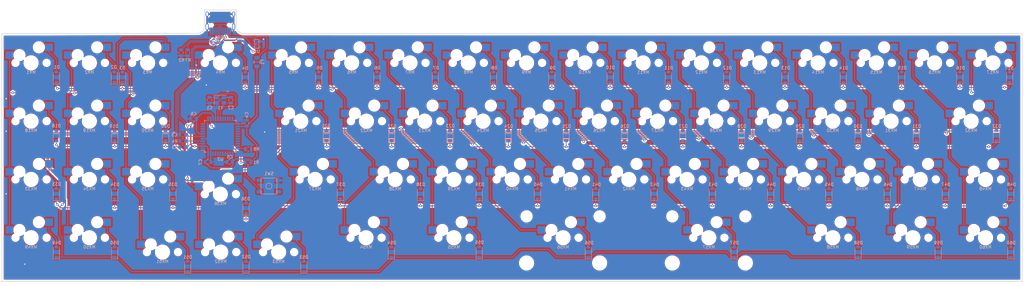
<source format=kicad_pcb>
(kicad_pcb (version 20171130) (host pcbnew "(5.1.4-0-10_14)")
  (layers (0 F.Cu signal) (31 B.Cu signal) (34 B.Paste user) (35 F.Paste user) (36 B.SilkS user) (37 F.SilkS user) (38 B.Mask user) (39 F.Mask user) (44 Edge.Cuts user))
  (net 0 "")
  (net 1 GND)
  (net 2 "Net-(C1-Pad1)")
  (net 3 "Net-(C2-Pad1)")
  (net 4 "Net-(C3-Pad1)")
  (net 5 +5V)
  (net 6 "Net-(D1-Pad2)")
  (net 7 ROW0)
  (net 8 "Net-(D2-Pad2)")
  (net 9 "Net-(D3-Pad2)")
  (net 10 "Net-(D4-Pad2)")
  (net 11 "Net-(D5-Pad2)")
  (net 12 "Net-(D6-Pad2)")
  (net 13 "Net-(D7-Pad2)")
  (net 14 "Net-(D8-Pad2)")
  (net 15 "Net-(D9-Pad2)")
  (net 16 "Net-(D10-Pad2)")
  (net 17 "Net-(D11-Pad2)")
  (net 18 "Net-(D12-Pad2)")
  (net 19 "Net-(D13-Pad2)")
  (net 20 "Net-(D14-Pad2)")
  (net 21 "Net-(D15-Pad2)")
  (net 22 "Net-(D16-Pad2)")
  (net 23 "Net-(D17-Pad2)")
  (net 24 "Net-(D18-Pad2)")
  (net 25 ROW1)
  (net 26 "Net-(D19-Pad2)")
  (net 27 "Net-(D20-Pad2)")
  (net 28 "Net-(D21-Pad2)")
  (net 29 "Net-(D22-Pad2)")
  (net 30 "Net-(D23-Pad2)")
  (net 31 "Net-(D24-Pad2)")
  (net 32 "Net-(D25-Pad2)")
  (net 33 "Net-(D26-Pad2)")
  (net 34 "Net-(D27-Pad2)")
  (net 35 "Net-(D28-Pad2)")
  (net 36 "Net-(D29-Pad2)")
  (net 37 "Net-(D30-Pad2)")
  (net 38 "Net-(D31-Pad2)")
  (net 39 "Net-(D32-Pad2)")
  (net 40 "Net-(D33-Pad2)")
  (net 41 ROW2)
  (net 42 "Net-(D34-Pad2)")
  (net 43 "Net-(D35-Pad2)")
  (net 44 "Net-(D36-Pad2)")
  (net 45 "Net-(D37-Pad2)")
  (net 46 "Net-(D38-Pad2)")
  (net 47 "Net-(D39-Pad2)")
  (net 48 "Net-(D40-Pad2)")
  (net 49 "Net-(D41-Pad2)")
  (net 50 "Net-(D42-Pad2)")
  (net 51 "Net-(D43-Pad2)")
  (net 52 "Net-(D44-Pad2)")
  (net 53 "Net-(D45-Pad2)")
  (net 54 "Net-(D46-Pad2)")
  (net 55 "Net-(D47-Pad2)")
  (net 56 "Net-(D48-Pad2)")
  (net 57 "Net-(D49-Pad2)")
  (net 58 ROW3)
  (net 59 "Net-(D50-Pad2)")
  (net 60 "Net-(D51-Pad2)")
  (net 61 "Net-(D52-Pad2)")
  (net 62 "Net-(D53-Pad2)")
  (net 63 "Net-(D54-Pad2)")
  (net 64 "Net-(D55-Pad2)")
  (net 65 "Net-(D56-Pad2)")
  (net 66 "Net-(D57-Pad2)")
  (net 67 "Net-(D58-Pad2)")
  (net 68 "Net-(D59-Pad2)")
  (net 69 "Net-(D60-Pad2)")
  (net 70 "Net-(F1-Pad2)")
  (net 71 COL0)
  (net 72 COL1)
  (net 73 COL2)
  (net 74 COL3)
  (net 75 COL4)
  (net 76 COL5)
  (net 77 COL6)
  (net 78 COL7)
  (net 79 COL8)
  (net 80 COL9)
  (net 81 COL10)
  (net 82 COL11)
  (net 83 COL12)
  (net 84 COL13)
  (net 85 COL14)
  (net 86 COL15)
  (net 87 COL16)
  (net 88 "Net-(R1-Pad1)")
  (net 89 "Net-(R2-Pad2)")
  (net 90 "Net-(R3-Pad2)")
  (net 91 D-)
  (net 92 "Net-(R4-Pad2)")
  (net 93 D+)
  (net 94 "Net-(R7-Pad2)")
  (net 95 "Net-(R8-Pad2)")
  (net 96 "Net-(U2-Pad42)")
  (net 97 "Net-(U2-Pad41)")
  (net 98 "Net-(U2-Pad40)")
  (net 99 "Net-(U2-Pad39)")
  (net 100 "Net-(U2-Pad38)")
  (net 101 "Net-(U2-Pad37)")
  (net 102 "Net-(U2-Pad36)")
  (net 103 "Net-(U2-Pad32)")
  (net 104 "Net-(U2-Pad31)")
  (net 105 "Net-(U2-Pad30)")
  (net 106 "Net-(U2-Pad29)")
  (net 107 "Net-(U2-Pad28)")
  (net 108 "Net-(U2-Pad27)")
  (net 109 "Net-(U2-Pad26)")
  (net 110 "Net-(U2-Pad25)")
  (net 111 "Net-(U2-Pad22)")
  (net 112 "Net-(U2-Pad21)")
  (net 113 "Net-(U2-Pad20)")
  (net 114 "Net-(U2-Pad19)")
  (net 115 "Net-(U2-Pad18)")
  (net 116 "Net-(U2-Pad12)")
  (net 117 "Net-(U2-Pad11)")
  (net 118 "Net-(U2-Pad10)")
  (net 119 "Net-(U2-Pad9)")
  (net 120 "Net-(U2-Pad8)")
  (net 121 "Net-(U2-Pad1)")
  (net 122 "Net-(USB1-Pad3)")
  (net 123 "Net-(USB1-Pad9)")
  (module MX_Only:MXOnly-1U-Hotswap (layer F.Cu) (at 62.484 82.677)
    (fp_text reference MX4)
    (fp_text value MX-NoLED)
    (fp_text user %R (at 0 3.048) (layer B.SilkS) (effects (justify mirror)))
    (pad 2 smd rect (at 5.842 -5.08) (size 2.55 2.5) (layers B.Cu B.Paste B.Mask) (net 10 "Net-(D4-Pad2)"))
    (pad 1 smd rect (at -7.085 -2.54) (size 2.55 2.5) (layers B.Cu B.Paste B.Mask) (net 74 COL3))
    (pad "" np_thru_hole circle (at 5.08 0 48.0996) (size 1.75 1.75) (drill 1.75) (layers *.Cu *.Mask))
    (pad "" np_thru_hole circle (at -5.08 0 48.0996) (size 1.75 1.75) (drill 1.75) (layers *.Cu *.Mask))
    (pad "" np_thru_hole circle (at -3.81 -2.54) (size 3 3) (drill 3) (layers *.Cu *.Mask))
    (pad "" np_thru_hole circle (at 0 0) (size 3.9878 3.9878) (drill 3.9878) (layers *.Cu *.Mask))
    (pad "" np_thru_hole circle (at 2.54 -5.08) (size 3 3) (drill 3) (layers *.Cu *.Mask))
  )
  (module Capacitor_SMD:C_0805_2012Metric (layer B.Cu) (at 58.928 94.869 270)
    (fp_text reference C1 (at 2.413 0 180) (layer B.SilkS) (effects (justify mirror)))
    (fp_text value 22pF)
    (pad 2 smd roundrect (at 0.9375 0 270) (size 0.975 1.4) (layers B.Cu B.Paste B.Mask) (net 1 GND))
    (pad 1 smd roundrect (at -0.9375 0 270) (size 0.975 1.4) (layers B.Cu B.Paste B.Mask) (net 2 "Net-(C1-Pad1)"))
  )
  (module Capacitor_SMD:C_0805_2012Metric (layer B.Cu) (at 71.12 102.362 90)
    (fp_text reference C4 (at 2.667 0 90) (layer B.SilkS) (effects (justify mirror)))
    (fp_text value 0.1uF)
    (pad 2 smd roundrect (at 0.9375 0 90) (size 0.975 1.4) (layers B.Cu B.Paste B.Mask) (net 1 GND))
    (pad 1 smd roundrect (at -0.9375 0 90) (size 0.975 1.4) (layers B.Cu B.Paste B.Mask) (net 5 +5V))
  )
  (module MX_Only:MXOnly-1U-Hotswap (layer F.Cu) (at 19.685 82.677)
    (fp_text reference MX2)
    (fp_text value MX-NoLED)
    (fp_text user %R (at 0 3.048) (layer B.SilkS) (effects (justify mirror)))
    (pad 2 smd rect (at 5.842 -5.08) (size 2.55 2.5) (layers B.Cu B.Paste B.Mask) (net 8 "Net-(D2-Pad2)"))
    (pad 1 smd rect (at -7.085 -2.54) (size 2.55 2.5) (layers B.Cu B.Paste B.Mask) (net 72 COL1))
    (pad "" np_thru_hole circle (at 5.08 0 48.0996) (size 1.75 1.75) (drill 1.75) (layers *.Cu *.Mask))
    (pad "" np_thru_hole circle (at -5.08 0 48.0996) (size 1.75 1.75) (drill 1.75) (layers *.Cu *.Mask))
    (pad "" np_thru_hole circle (at -3.81 -2.54) (size 3 3) (drill 3) (layers *.Cu *.Mask))
    (pad "" np_thru_hole circle (at 0 0) (size 3.9878 3.9878) (drill 3.9878) (layers *.Cu *.Mask))
    (pad "" np_thru_hole circle (at 2.54 -5.08) (size 3 3) (drill 3) (layers *.Cu *.Mask))
  )
  (module MX_Only:MXOnly-1.25U-Hotswap (layer F.Cu) (at 312.547 120.777)
    (fp_text reference MX48)
    (fp_text value MX-NoLED)
    (fp_text user %R (at 0 3.048) (layer B.SilkS) (effects (justify mirror)))
    (pad 2 smd rect (at 5.842 -5.08) (size 2.55 2.5) (layers B.Cu B.Paste B.Mask) (net 56 "Net-(D48-Pad2)"))
    (pad 1 smd rect (at -7.085 -2.54) (size 2.55 2.5) (layers B.Cu B.Paste B.Mask) (net 86 COL15))
    (pad "" np_thru_hole circle (at 5.08 0 48.0996) (size 1.75 1.75) (drill 1.75) (layers *.Cu *.Mask))
    (pad "" np_thru_hole circle (at -5.08 0 48.0996) (size 1.75 1.75) (drill 1.75) (layers *.Cu *.Mask))
    (pad "" np_thru_hole circle (at -3.81 -2.54) (size 3 3) (drill 3) (layers *.Cu *.Mask))
    (pad "" np_thru_hole circle (at 0 0) (size 3.9878 3.9878) (drill 3.9878) (layers *.Cu *.Mask))
    (pad "" np_thru_hole circle (at 2.54 -5.08) (size 3 3) (drill 3) (layers *.Cu *.Mask))
  )
  (module Diode_SMD:D_SOD-123 (layer B.Cu) (at 147.066 144.526 90)
    (fp_text reference D55 (at 3.175 0.127 180) (layer B.SilkS) (effects (justify mirror)))
    (fp_text value D_Small)
    (pad 2 smd rect (at 1.65 0 90) (size 0.9 1.2) (layers B.Cu B.Paste B.Mask) (net 64 "Net-(D55-Pad2)"))
    (pad 1 smd rect (at -1.65 0 90) (size 0.9 1.2) (layers B.Cu B.Paste B.Mask) (net 58 ROW3))
  )
  (module MX_Only:MXOnly-1.75U-Hotswap (layer F.Cu) (at 307.848 101.727)
    (fp_text reference MX32)
    (fp_text value MX-NoLED)
    (fp_text user %R (at 0 3.048) (layer B.SilkS) (effects (justify mirror)))
    (pad 2 smd rect (at 5.842 -5.08) (size 2.55 2.5) (layers B.Cu B.Paste B.Mask) (net 39 "Net-(D32-Pad2)"))
    (pad 1 smd rect (at -7.085 -2.54) (size 2.55 2.5) (layers B.Cu B.Paste B.Mask) (net 86 COL15))
    (pad "" np_thru_hole circle (at 5.08 0 48.0996) (size 1.75 1.75) (drill 1.75) (layers *.Cu *.Mask))
    (pad "" np_thru_hole circle (at -5.08 0 48.0996) (size 1.75 1.75) (drill 1.75) (layers *.Cu *.Mask))
    (pad "" np_thru_hole circle (at -3.81 -2.54) (size 3 3) (drill 3) (layers *.Cu *.Mask))
    (pad "" np_thru_hole circle (at 0 0) (size 3.9878 3.9878) (drill 3.9878) (layers *.Cu *.Mask))
    (pad "" np_thru_hole circle (at 2.54 -5.08) (size 3 3) (drill 3) (layers *.Cu *.Mask))
  )
  (module MX_Only:MXOnly-1.75U-Hotswap (layer F.Cu) (at 93.472 120.777)
    (fp_text reference MX37)
    (fp_text value MX-NoLED)
    (fp_text user %R (at 0 3.048) (layer B.SilkS) (effects (justify mirror)))
    (pad 2 smd rect (at 5.842 -5.08) (size 2.55 2.5) (layers B.Cu B.Paste B.Mask) (net 45 "Net-(D37-Pad2)"))
    (pad 1 smd rect (at -7.085 -2.54) (size 2.55 2.5) (layers B.Cu B.Paste B.Mask) (net 75 COL4))
    (pad "" np_thru_hole circle (at 5.08 0 48.0996) (size 1.75 1.75) (drill 1.75) (layers *.Cu *.Mask))
    (pad "" np_thru_hole circle (at -5.08 0 48.0996) (size 1.75 1.75) (drill 1.75) (layers *.Cu *.Mask))
    (pad "" np_thru_hole circle (at -3.81 -2.54) (size 3 3) (drill 3) (layers *.Cu *.Mask))
    (pad "" np_thru_hole circle (at 0 0) (size 3.9878 3.9878) (drill 3.9878) (layers *.Cu *.Mask))
    (pad "" np_thru_hole circle (at 2.54 -5.08) (size 3 3) (drill 3) (layers *.Cu *.Mask))
  )
  (module MX_Only:MXOnly-1.25U-Hotswap (layer F.Cu) (at 88.773 101.727)
    (fp_text reference MX21)
    (fp_text value MX-NoLED)
    (fp_text user %R (at 0 3.048) (layer B.SilkS) (effects (justify mirror)))
    (pad 2 smd rect (at 5.842 -5.08) (size 2.55 2.5) (layers B.Cu B.Paste B.Mask) (net 28 "Net-(D21-Pad2)"))
    (pad 1 smd rect (at -7.085 -2.54) (size 2.55 2.5) (layers B.Cu B.Paste B.Mask) (net 75 COL4))
    (pad "" np_thru_hole circle (at 5.08 0 48.0996) (size 1.75 1.75) (drill 1.75) (layers *.Cu *.Mask))
    (pad "" np_thru_hole circle (at -5.08 0 48.0996) (size 1.75 1.75) (drill 1.75) (layers *.Cu *.Mask))
    (pad "" np_thru_hole circle (at -3.81 -2.54) (size 3 3) (drill 3) (layers *.Cu *.Mask))
    (pad "" np_thru_hole circle (at 0 0) (size 3.9878 3.9878) (drill 3.9878) (layers *.Cu *.Mask))
    (pad "" np_thru_hole circle (at 2.54 -5.08) (size 3 3) (drill 3) (layers *.Cu *.Mask))
  )
  (module Fuse:Fuse_1206_3216Metric (layer B.Cu) (at 74.422 82.423 90)
    (fp_text reference F1 (at 0 1.82 270) (layer B.SilkS) (effects (justify mirror)))
    (fp_text value Polyfuse_Small)
    (pad 2 smd roundrect (at 1.4 0 90) (size 1.25 1.75) (layers B.Cu B.Paste B.Mask) (roundrect_rratio 0.2) (net 70 "Net-(F1-Pad2)"))
    (pad 1 smd roundrect (at -1.4 0 90) (size 1.25 1.75) (layers B.Cu B.Paste B.Mask) (roundrect_rratio 0.2) (net 5 +5V))
  )
  (module Crystal:Crystal_SMD_3225-4Pin_3.2x2.5mm (layer B.Cu) (at 62.484 94.869)
    (fp_text reference Y1 (at 0 2.45) (layer B.SilkS) (effects (justify mirror)))
    (fp_text value 16MHz)
    (pad 4 smd rect (at -1.1 0.85) (size 1.4 1.2) (layers B.Cu B.Paste B.Mask) (net 1 GND))
    (pad 3 smd rect (at 1.1 0.85) (size 1.4 1.2) (layers B.Cu B.Paste B.Mask) (net 3 "Net-(C2-Pad1)"))
    (pad 2 smd rect (at 1.1 -0.85) (size 1.4 1.2) (layers B.Cu B.Paste B.Mask) (net 1 GND))
    (pad 1 smd rect (at -1.1 -0.85) (size 1.4 1.2) (layers B.Cu B.Paste B.Mask) (net 2 "Net-(C1-Pad1)"))
  )
  (module Type-C:HRO-TYPE-C-31-M-12-HandSoldering (layer B.Cu) (at 62.484 64.135)
    (fp_text reference USB1 (at 0 10.2) (layer B.SilkS) (effects (justify mirror)))
    (fp_text value HRO-TYPE-C-31-M-12)
    (pad 12 smd rect (at 3.225 8.195) (size 0.6 2.45) (layers B.Cu B.Paste B.Mask) (net 1 GND))
    (pad 1 smd rect (at -3.225 8.195) (size 0.6 2.45) (layers B.Cu B.Paste B.Mask) (net 1 GND))
    (pad 11 smd rect (at 2.45 8.195) (size 0.6 2.45) (layers B.Cu B.Paste B.Mask) (net 70 "Net-(F1-Pad2)"))
    (pad 2 smd rect (at -2.45 8.195) (size 0.6 2.45) (layers B.Cu B.Paste B.Mask) (net 70 "Net-(F1-Pad2)"))
    (pad 3 smd rect (at -1.75 8.195) (size 0.3 2.45) (layers B.Cu B.Paste B.Mask) (net 122 "Net-(USB1-Pad3)"))
    (pad 10 smd rect (at 1.75 8.195) (size 0.3 2.45) (layers B.Cu B.Paste B.Mask) (net 94 "Net-(R7-Pad2)"))
    (pad 4 smd rect (at -1.25 8.195) (size 0.3 2.45) (layers B.Cu B.Paste B.Mask) (net 89 "Net-(R2-Pad2)"))
    (pad 9 smd rect (at 1.25 8.195) (size 0.3 2.45) (layers B.Cu B.Paste B.Mask) (net 123 "Net-(USB1-Pad9)"))
    (pad 5 smd rect (at -0.75 8.195) (size 0.3 2.45) (layers B.Cu B.Paste B.Mask) (net 90 "Net-(R3-Pad2)"))
    (pad 8 smd rect (at 0.75 8.195) (size 0.3 2.45) (layers B.Cu B.Paste B.Mask) (net 92 "Net-(R4-Pad2)"))
    (pad 7 smd rect (at 0.25 8.195) (size 0.3 2.45) (layers B.Cu B.Paste B.Mask) (net 90 "Net-(R3-Pad2)"))
    (pad 6 smd rect (at -0.25 8.195) (size 0.3 2.45) (layers B.Cu B.Paste B.Mask) (net 92 "Net-(R4-Pad2)"))
    (pad "" np_thru_hole circle (at 2.89 6.25) (size 0.65 0.65) (drill 0.65) (layers *.Cu *.Mask))
    (pad "" np_thru_hole circle (at -2.89 6.25) (size 0.65 0.65) (drill 0.65) (layers *.Cu *.Mask))
    (pad 13 thru_hole oval (at -4.32 6.78) (size 1 2.1) (drill oval 0.6 1.7) (layers *.Cu F.Mask) (net 1 GND))
    (pad 13 thru_hole oval (at 4.32 6.78) (size 1 2.1) (drill oval 0.6 1.7) (layers *.Cu F.Mask) (net 1 GND))
    (pad 13 thru_hole oval (at -4.32 2.6) (size 1 1.6) (drill oval 0.6 1.2) (layers *.Cu F.Mask) (net 1 GND))
    (pad 13 thru_hole oval (at 4.32 2.6) (size 1 1.6) (drill oval 0.6 1.2) (layers *.Cu F.Mask) (net 1 GND))
  )
  (module Package_QFP:TQFP-44_10x10mm_P0.8mm (layer B.Cu) (at 62.484 106.68)
    (fp_text reference U2 (at 0 7.45) (layer B.SilkS) (effects (justify mirror)))
    (fp_text value ATmega32U4-AU)
    (pad 44 smd rect (at -4 5.7 270) (size 1.5 0.55) (layers B.Cu B.Paste B.Mask) (net 5 +5V))
    (pad 43 smd rect (at -3.2 5.7 270) (size 1.5 0.55) (layers B.Cu B.Paste B.Mask) (net 1 GND))
    (pad 42 smd rect (at -2.4 5.7 270) (size 1.5 0.55) (layers B.Cu B.Paste B.Mask) (net 96 "Net-(U2-Pad42)"))
    (pad 41 smd rect (at -1.6 5.7 270) (size 1.5 0.55) (layers B.Cu B.Paste B.Mask) (net 97 "Net-(U2-Pad41)"))
    (pad 40 smd rect (at -0.8 5.7 270) (size 1.5 0.55) (layers B.Cu B.Paste B.Mask) (net 98 "Net-(U2-Pad40)"))
    (pad 39 smd rect (at 0 5.7 270) (size 1.5 0.55) (layers B.Cu B.Paste B.Mask) (net 99 "Net-(U2-Pad39)"))
    (pad 38 smd rect (at 0.8 5.7 270) (size 1.5 0.55) (layers B.Cu B.Paste B.Mask) (net 100 "Net-(U2-Pad38)"))
    (pad 37 smd rect (at 1.6 5.7 270) (size 1.5 0.55) (layers B.Cu B.Paste B.Mask) (net 101 "Net-(U2-Pad37)"))
    (pad 36 smd rect (at 2.4 5.7 270) (size 1.5 0.55) (layers B.Cu B.Paste B.Mask) (net 102 "Net-(U2-Pad36)"))
    (pad 35 smd rect (at 3.2 5.7 270) (size 1.5 0.55) (layers B.Cu B.Paste B.Mask) (net 1 GND))
    (pad 34 smd rect (at 4 5.7 270) (size 1.5 0.55) (layers B.Cu B.Paste B.Mask) (net 5 +5V))
    (pad 33 smd rect (at 5.7 4) (size 1.5 0.55) (layers B.Cu B.Paste B.Mask) (net 95 "Net-(R8-Pad2)"))
    (pad 32 smd rect (at 5.7 3.2) (size 1.5 0.55) (layers B.Cu B.Paste B.Mask) (net 103 "Net-(U2-Pad32)"))
    (pad 31 smd rect (at 5.7 2.4) (size 1.5 0.55) (layers B.Cu B.Paste B.Mask) (net 104 "Net-(U2-Pad31)"))
    (pad 30 smd rect (at 5.7 1.6) (size 1.5 0.55) (layers B.Cu B.Paste B.Mask) (net 105 "Net-(U2-Pad30)"))
    (pad 29 smd rect (at 5.7 0.8) (size 1.5 0.55) (layers B.Cu B.Paste B.Mask) (net 106 "Net-(U2-Pad29)"))
    (pad 28 smd rect (at 5.7 0) (size 1.5 0.55) (layers B.Cu B.Paste B.Mask) (net 107 "Net-(U2-Pad28)"))
    (pad 27 smd rect (at 5.7 -0.8) (size 1.5 0.55) (layers B.Cu B.Paste B.Mask) (net 108 "Net-(U2-Pad27)"))
    (pad 26 smd rect (at 5.7 -1.6) (size 1.5 0.55) (layers B.Cu B.Paste B.Mask) (net 109 "Net-(U2-Pad26)"))
    (pad 25 smd rect (at 5.7 -2.4) (size 1.5 0.55) (layers B.Cu B.Paste B.Mask) (net 110 "Net-(U2-Pad25)"))
    (pad 24 smd rect (at 5.7 -3.2) (size 1.5 0.55) (layers B.Cu B.Paste B.Mask) (net 5 +5V))
    (pad 23 smd rect (at 5.7 -4) (size 1.5 0.55) (layers B.Cu B.Paste B.Mask) (net 1 GND))
    (pad 22 smd rect (at 4 -5.7 270) (size 1.5 0.55) (layers B.Cu B.Paste B.Mask) (net 111 "Net-(U2-Pad22)"))
    (pad 21 smd rect (at 3.2 -5.7 270) (size 1.5 0.55) (layers B.Cu B.Paste B.Mask) (net 112 "Net-(U2-Pad21)"))
    (pad 20 smd rect (at 2.4 -5.7 270) (size 1.5 0.55) (layers B.Cu B.Paste B.Mask) (net 113 "Net-(U2-Pad20)"))
    (pad 19 smd rect (at 1.6 -5.7 270) (size 1.5 0.55) (layers B.Cu B.Paste B.Mask) (net 114 "Net-(U2-Pad19)"))
    (pad 18 smd rect (at 0.8 -5.7 270) (size 1.5 0.55) (layers B.Cu B.Paste B.Mask) (net 115 "Net-(U2-Pad18)"))
    (pad 17 smd rect (at 0 -5.7 270) (size 1.5 0.55) (layers B.Cu B.Paste B.Mask) (net 2 "Net-(C1-Pad1)"))
    (pad 16 smd rect (at -0.8 -5.7 270) (size 1.5 0.55) (layers B.Cu B.Paste B.Mask) (net 3 "Net-(C2-Pad1)"))
    (pad 15 smd rect (at -1.6 -5.7 270) (size 1.5 0.55) (layers B.Cu B.Paste B.Mask) (net 1 GND))
    (pad 14 smd rect (at -2.4 -5.7 270) (size 1.5 0.55) (layers B.Cu B.Paste B.Mask) (net 5 +5V))
    (pad 13 smd rect (at -3.2 -5.7 270) (size 1.5 0.55) (layers B.Cu B.Paste B.Mask) (net 88 "Net-(R1-Pad1)"))
    (pad 12 smd rect (at -4 -5.7 270) (size 1.5 0.55) (layers B.Cu B.Paste B.Mask) (net 116 "Net-(U2-Pad12)"))
    (pad 11 smd rect (at -5.7 -4) (size 1.5 0.55) (layers B.Cu B.Paste B.Mask) (net 117 "Net-(U2-Pad11)"))
    (pad 10 smd rect (at -5.7 -3.2) (size 1.5 0.55) (layers B.Cu B.Paste B.Mask) (net 118 "Net-(U2-Pad10)"))
    (pad 9 smd rect (at -5.7 -2.4) (size 1.5 0.55) (layers B.Cu B.Paste B.Mask) (net 119 "Net-(U2-Pad9)"))
    (pad 8 smd rect (at -5.7 -1.6) (size 1.5 0.55) (layers B.Cu B.Paste B.Mask) (net 120 "Net-(U2-Pad8)"))
    (pad 7 smd rect (at -5.7 -0.8) (size 1.5 0.55) (layers B.Cu B.Paste B.Mask) (net 5 +5V))
    (pad 6 smd rect (at -5.7 0) (size 1.5 0.55) (layers B.Cu B.Paste B.Mask) (net 4 "Net-(C3-Pad1)"))
    (pad 5 smd rect (at -5.7 0.8) (size 1.5 0.55) (layers B.Cu B.Paste B.Mask) (net 1 GND))
    (pad 4 smd rect (at -5.7 1.6) (size 1.5 0.55) (layers B.Cu B.Paste B.Mask) (net 93 D+))
    (pad 3 smd rect (at -5.7 2.4) (size 1.5 0.55) (layers B.Cu B.Paste B.Mask) (net 91 D-))
    (pad 2 smd rect (at -5.7 3.2) (size 1.5 0.55) (layers B.Cu B.Paste B.Mask) (net 5 +5V))
    (pad 1 smd rect (at -5.7 4) (size 1.5 0.55) (layers B.Cu B.Paste B.Mask) (net 121 "Net-(U2-Pad1)"))
  )
  (module random-keyboard-parts:SOT143B (layer B.Cu) (at 74.422 76.454 180)
    (fp_text reference U1 (at 0 -2.45) (layer B.SilkS) (effects (justify mirror)))
    (fp_text value PRTR5V0U2X)
    (pad 1 smd rect (at -1 0.75 270) (size 1 0.7) (layers B.Cu B.Paste B.Mask) (net 1 GND))
    (pad 4 smd rect (at 1 0.95 270) (size 0.6 0.7) (layers B.Cu B.Paste B.Mask) (net 70 "Net-(F1-Pad2)"))
    (pad 2 smd rect (at -1 -0.95 270) (size 0.6 0.7) (layers B.Cu B.Paste B.Mask) (net 90 "Net-(R3-Pad2)"))
    (pad 3 smd rect (at 1 -0.95 270) (size 0.6 0.7) (layers B.Cu B.Paste B.Mask) (net 92 "Net-(R4-Pad2)"))
  )
  (module random-keyboard-parts:SKQG-1155865 (layer B.Cu) (at 78.359 122.936)
    (fp_text reference SW1 (at 0 -4.064) (layer B.SilkS) (effects (justify mirror)))
    (fp_text value SW_Push)
    (pad 4 smd rect (at -3.1 -1.85) (size 1.8 1.1) (layers B.Cu B.Paste B.Mask))
    (pad 3 smd rect (at 3.1 1.85) (size 1.8 1.1) (layers B.Cu B.Paste B.Mask))
    (pad 2 smd rect (at -3.1 1.85) (size 1.8 1.1) (layers B.Cu B.Paste B.Mask) (net 88 "Net-(R1-Pad1)"))
    (pad 1 smd rect (at 3.1 -1.85) (size 1.8 1.1) (layers B.Cu B.Paste B.Mask) (net 1 GND))
  )
  (module Resistor_SMD:R_0805_2012Metric (layer B.Cu) (at 71.628 110.871 180)
    (fp_text reference R8 (at -2.667 0) (layer B.SilkS) (effects (justify mirror)))
    (fp_text value 10k)
    (pad 2 smd roundrect (at 0.9375 0 180) (size 0.975 1.4) (layers B.Cu B.Paste B.Mask) (net 95 "Net-(R8-Pad2)"))
    (pad 1 smd roundrect (at -0.9375 0 180) (size 0.975 1.4) (layers B.Cu B.Paste B.Mask) (net 1 GND))
  )
  (module Resistor_SMD:R_0805_2012Metric (layer B.Cu) (at 51.816 79.375 90)
    (fp_text reference R7 (at -2.413 0.127 180) (layer B.SilkS) (effects (justify mirror)))
    (fp_text value 5.1k)
    (pad 2 smd roundrect (at 0.9375 0 90) (size 0.975 1.4) (layers B.Cu B.Paste B.Mask) (net 94 "Net-(R7-Pad2)"))
    (pad 1 smd roundrect (at -0.9375 0 90) (size 0.975 1.4) (layers B.Cu B.Paste B.Mask) (net 1 GND))
  )
  (module Resistor_SMD:R_0805_2012Metric (layer B.Cu) (at 50.165 108.204 180)
    (fp_text reference R4 (at 2.54 -0.127) (layer B.SilkS) (effects (justify mirror)))
    (fp_text value 22)
    (pad 2 smd roundrect (at 0.9375 0 180) (size 0.975 1.4) (layers B.Cu B.Paste B.Mask) (net 92 "Net-(R4-Pad2)"))
    (pad 1 smd roundrect (at -0.9375 0 180) (size 0.975 1.4) (layers B.Cu B.Paste B.Mask) (net 93 D+))
  )
  (module Resistor_SMD:R_0805_2012Metric (layer B.Cu) (at 50.165 110.236 180)
    (fp_text reference R3 (at 2.54 0) (layer B.SilkS) (effects (justify mirror)))
    (fp_text value 22)
    (pad 2 smd roundrect (at 0.9375 0 180) (size 0.975 1.4) (layers B.Cu B.Paste B.Mask) (net 90 "Net-(R3-Pad2)"))
    (pad 1 smd roundrect (at -0.9375 0 180) (size 0.975 1.4) (layers B.Cu B.Paste B.Mask) (net 91 D-))
  )
  (module Resistor_SMD:R_0805_2012Metric (layer B.Cu) (at 49.657 79.375 90)
    (fp_text reference R2 (at -2.413 0.127 180) (layer B.SilkS) (effects (justify mirror)))
    (fp_text value 5.1k)
    (pad 2 smd roundrect (at 0.9375 0 90) (size 0.975 1.4) (layers B.Cu B.Paste B.Mask) (net 89 "Net-(R2-Pad2)"))
    (pad 1 smd roundrect (at -0.9375 0 90) (size 0.975 1.4) (layers B.Cu B.Paste B.Mask) (net 1 GND))
  )
  (module Resistor_SMD:R_0805_2012Metric (layer B.Cu) (at 71.501 115.189)
    (fp_text reference R1 (at 2.667 0) (layer B.SilkS) (effects (justify mirror)))
    (fp_text value 10k)
    (pad 2 smd roundrect (at 0.9375 0) (size 0.975 1.4) (layers B.Cu B.Paste B.Mask) (net 5 +5V))
    (pad 1 smd roundrect (at -0.9375 0) (size 0.975 1.4) (layers B.Cu B.Paste B.Mask) (net 88 "Net-(R1-Pad1)"))
  )
  (module MX_Only:MXOnly-1.25U-Hotswap (layer F.Cu) (at 312.547 139.827)
    (fp_text reference MX60)
    (fp_text value MX-NoLED)
    (fp_text user %R (at 0 3.048) (layer B.SilkS) (effects (justify mirror)))
    (pad 2 smd rect (at 5.842 -5.08) (size 2.55 2.5) (layers B.Cu B.Paste B.Mask) (net 69 "Net-(D60-Pad2)"))
    (pad 1 smd rect (at -7.085 -2.54) (size 2.55 2.5) (layers B.Cu B.Paste B.Mask) (net 86 COL15))
    (pad "" np_thru_hole circle (at 5.08 0 48.0996) (size 1.75 1.75) (drill 1.75) (layers *.Cu *.Mask))
    (pad "" np_thru_hole circle (at -5.08 0 48.0996) (size 1.75 1.75) (drill 1.75) (layers *.Cu *.Mask))
    (pad "" np_thru_hole circle (at -3.81 -2.54) (size 3 3) (drill 3) (layers *.Cu *.Mask))
    (pad "" np_thru_hole circle (at 0 0) (size 3.9878 3.9878) (drill 3.9878) (layers *.Cu *.Mask))
    (pad "" np_thru_hole circle (at 2.54 -5.08) (size 3 3) (drill 3) (layers *.Cu *.Mask))
  )
  (module MX_Only:MXOnly-1.25U-Hotswap (layer F.Cu) (at 288.798 139.827)
    (fp_text reference MX59)
    (fp_text value MX-NoLED)
    (fp_text user %R (at 0 3.048) (layer B.SilkS) (effects (justify mirror)))
    (pad 2 smd rect (at 5.842 -5.08) (size 2.55 2.5) (layers B.Cu B.Paste B.Mask) (net 68 "Net-(D59-Pad2)"))
    (pad 1 smd rect (at -7.085 -2.54) (size 2.55 2.5) (layers B.Cu B.Paste B.Mask) (net 85 COL14))
    (pad "" np_thru_hole circle (at 5.08 0 48.0996) (size 1.75 1.75) (drill 1.75) (layers *.Cu *.Mask))
    (pad "" np_thru_hole circle (at -5.08 0 48.0996) (size 1.75 1.75) (drill 1.75) (layers *.Cu *.Mask))
    (pad "" np_thru_hole circle (at -3.81 -2.54) (size 3 3) (drill 3) (layers *.Cu *.Mask))
    (pad "" np_thru_hole circle (at 0 0) (size 3.9878 3.9878) (drill 3.9878) (layers *.Cu *.Mask))
    (pad "" np_thru_hole circle (at 2.54 -5.08) (size 3 3) (drill 3) (layers *.Cu *.Mask))
  )
  (module MX_Only:MXOnly-1.5U-Hotswap (layer F.Cu) (at 262.636 139.827)
    (fp_text reference MX58)
    (fp_text value MX-NoLED)
    (fp_text user %R (at 0 3.048) (layer B.SilkS) (effects (justify mirror)))
    (pad 2 smd rect (at 5.842 -5.08) (size 2.55 2.5) (layers B.Cu B.Paste B.Mask) (net 67 "Net-(D58-Pad2)"))
    (pad 1 smd rect (at -7.085 -2.54) (size 2.55 2.5) (layers B.Cu B.Paste B.Mask) (net 83 COL12))
    (pad "" np_thru_hole circle (at 5.08 0 48.0996) (size 1.75 1.75) (drill 1.75) (layers *.Cu *.Mask))
    (pad "" np_thru_hole circle (at -5.08 0 48.0996) (size 1.75 1.75) (drill 1.75) (layers *.Cu *.Mask))
    (pad "" np_thru_hole circle (at -3.81 -2.54) (size 3 3) (drill 3) (layers *.Cu *.Mask))
    (pad "" np_thru_hole circle (at 0 0) (size 3.9878 3.9878) (drill 3.9878) (layers *.Cu *.Mask))
    (pad "" np_thru_hole circle (at 2.54 -5.08) (size 3 3) (drill 3) (layers *.Cu *.Mask))
  )
  (module MX_Only:MXOnly-2.75U-Hotswap (layer F.Cu) (at 222.123 139.827)
    (fp_text reference MX57)
    (fp_text value MX-NoLED)
    (fp_text user %R (at 0 3.048) (layer B.SilkS) (effects (justify mirror)))
    (pad "" np_thru_hole circle (at -11.938 8.255) (size 3.9878 3.9878) (drill 3.9878) (layers *.Cu *.Mask))
    (pad "" np_thru_hole circle (at 11.938 8.255) (size 3.9878 3.9878) (drill 3.9878) (layers *.Cu *.Mask))
    (pad "" np_thru_hole circle (at -11.938 -6.985) (size 3.048 3.048) (drill 3.048) (layers *.Cu *.Mask))
    (pad "" np_thru_hole circle (at 11.938 -6.985) (size 3.048 3.048) (drill 3.048) (layers *.Cu *.Mask))
    (pad 2 smd rect (at 5.842 -5.08) (size 2.55 2.5) (layers B.Cu B.Paste B.Mask) (net 66 "Net-(D57-Pad2)"))
    (pad 1 smd rect (at -7.085 -2.54) (size 2.55 2.5) (layers B.Cu B.Paste B.Mask) (net 81 COL10))
    (pad "" np_thru_hole circle (at 5.08 0 48.0996) (size 1.75 1.75) (drill 1.75) (layers *.Cu *.Mask))
    (pad "" np_thru_hole circle (at -5.08 0 48.0996) (size 1.75 1.75) (drill 1.75) (layers *.Cu *.Mask))
    (pad "" np_thru_hole circle (at -3.81 -2.54) (size 3 3) (drill 3) (layers *.Cu *.Mask))
    (pad "" np_thru_hole circle (at 0 0) (size 3.9878 3.9878) (drill 3.9878) (layers *.Cu *.Mask))
    (pad "" np_thru_hole circle (at 2.54 -5.08) (size 3 3) (drill 3) (layers *.Cu *.Mask))
  )
  (module MX_Only:MXOnly-2.25U-Hotswap (layer F.Cu) (at 174.498 139.827)
    (fp_text reference MX56)
    (fp_text value MX-NoLED)
    (fp_text user %R (at 0 3.048) (layer B.SilkS) (effects (justify mirror)))
    (pad "" np_thru_hole circle (at -11.938 8.255) (size 3.9878 3.9878) (drill 3.9878) (layers *.Cu *.Mask))
    (pad "" np_thru_hole circle (at 11.938 8.255) (size 3.9878 3.9878) (drill 3.9878) (layers *.Cu *.Mask))
    (pad "" np_thru_hole circle (at -11.938 -6.985) (size 3.048 3.048) (drill 3.048) (layers *.Cu *.Mask))
    (pad "" np_thru_hole circle (at 11.938 -6.985) (size 3.048 3.048) (drill 3.048) (layers *.Cu *.Mask))
    (pad 2 smd rect (at 5.842 -5.08) (size 2.55 2.5) (layers B.Cu B.Paste B.Mask) (net 65 "Net-(D56-Pad2)"))
    (pad 1 smd rect (at -7.085 -2.54) (size 2.55 2.5) (layers B.Cu B.Paste B.Mask) (net 78 COL7))
    (pad "" np_thru_hole circle (at 5.08 0 48.0996) (size 1.75 1.75) (drill 1.75) (layers *.Cu *.Mask))
    (pad "" np_thru_hole circle (at -5.08 0 48.0996) (size 1.75 1.75) (drill 1.75) (layers *.Cu *.Mask))
    (pad "" np_thru_hole circle (at -3.81 -2.54) (size 3 3) (drill 3) (layers *.Cu *.Mask))
    (pad "" np_thru_hole circle (at 0 0) (size 3.9878 3.9878) (drill 3.9878) (layers *.Cu *.Mask))
    (pad "" np_thru_hole circle (at 2.54 -5.08) (size 3 3) (drill 3) (layers *.Cu *.Mask))
  )
  (module MX_Only:MXOnly-1.5U-Hotswap (layer F.Cu) (at 138.811 139.827)
    (fp_text reference MX55)
    (fp_text value MX-NoLED)
    (fp_text user %R (at 0 3.048) (layer B.SilkS) (effects (justify mirror)))
    (pad 2 smd rect (at 5.842 -5.08) (size 2.55 2.5) (layers B.Cu B.Paste B.Mask) (net 64 "Net-(D55-Pad2)"))
    (pad 1 smd rect (at -7.085 -2.54) (size 2.55 2.5) (layers B.Cu B.Paste B.Mask) (net 77 COL6))
    (pad "" np_thru_hole circle (at 5.08 0 48.0996) (size 1.75 1.75) (drill 1.75) (layers *.Cu *.Mask))
    (pad "" np_thru_hole circle (at -5.08 0 48.0996) (size 1.75 1.75) (drill 1.75) (layers *.Cu *.Mask))
    (pad "" np_thru_hole circle (at -3.81 -2.54) (size 3 3) (drill 3) (layers *.Cu *.Mask))
    (pad "" np_thru_hole circle (at 0 0) (size 3.9878 3.9878) (drill 3.9878) (layers *.Cu *.Mask))
    (pad "" np_thru_hole circle (at 2.54 -5.08) (size 3 3) (drill 3) (layers *.Cu *.Mask))
  )
  (module MX_Only:MXOnly-1.5U-Hotswap (layer F.Cu) (at 110.109 139.827)
    (fp_text reference MX54)
    (fp_text value MX-NoLED)
    (fp_text user %R (at 0 3.048) (layer B.SilkS) (effects (justify mirror)))
    (pad 2 smd rect (at 5.842 -5.08) (size 2.55 2.5) (layers B.Cu B.Paste B.Mask) (net 63 "Net-(D54-Pad2)"))
    (pad 1 smd rect (at -7.085 -2.54) (size 2.55 2.5) (layers B.Cu B.Paste B.Mask) (net 76 COL5))
    (pad "" np_thru_hole circle (at 5.08 0 48.0996) (size 1.75 1.75) (drill 1.75) (layers *.Cu *.Mask))
    (pad "" np_thru_hole circle (at -5.08 0 48.0996) (size 1.75 1.75) (drill 1.75) (layers *.Cu *.Mask))
    (pad "" np_thru_hole circle (at -3.81 -2.54) (size 3 3) (drill 3) (layers *.Cu *.Mask))
    (pad "" np_thru_hole circle (at 0 0) (size 3.9878 3.9878) (drill 3.9878) (layers *.Cu *.Mask))
    (pad "" np_thru_hole circle (at 2.54 -5.08) (size 3 3) (drill 3) (layers *.Cu *.Mask))
  )
  (module MX_Only:MXOnly-1U-Hotswap (layer F.Cu) (at 81.534 144.526)
    (fp_text reference MX53)
    (fp_text value MX-NoLED)
    (fp_text user %R (at 0 3.048) (layer B.SilkS) (effects (justify mirror)))
    (pad 2 smd rect (at 5.842 -5.08) (size 2.55 2.5) (layers B.Cu B.Paste B.Mask) (net 62 "Net-(D53-Pad2)"))
    (pad 1 smd rect (at -7.085 -2.54) (size 2.55 2.5) (layers B.Cu B.Paste B.Mask) (net 75 COL4))
    (pad "" np_thru_hole circle (at 5.08 0 48.0996) (size 1.75 1.75) (drill 1.75) (layers *.Cu *.Mask))
    (pad "" np_thru_hole circle (at -5.08 0 48.0996) (size 1.75 1.75) (drill 1.75) (layers *.Cu *.Mask))
    (pad "" np_thru_hole circle (at -3.81 -2.54) (size 3 3) (drill 3) (layers *.Cu *.Mask))
    (pad "" np_thru_hole circle (at 0 0) (size 3.9878 3.9878) (drill 3.9878) (layers *.Cu *.Mask))
    (pad "" np_thru_hole circle (at 2.54 -5.08) (size 3 3) (drill 3) (layers *.Cu *.Mask))
  )
  (module MX_Only:MXOnly-1U-Hotswap (layer F.Cu) (at 62.611 144.526)
    (fp_text reference MX52)
    (fp_text value MX-NoLED)
    (fp_text user %R (at 0 3.048) (layer B.SilkS) (effects (justify mirror)))
    (pad 2 smd rect (at 5.842 -5.08) (size 2.55 2.5) (layers B.Cu B.Paste B.Mask) (net 61 "Net-(D52-Pad2)"))
    (pad 1 smd rect (at -7.085 -2.54) (size 2.55 2.5) (layers B.Cu B.Paste B.Mask) (net 74 COL3))
    (pad "" np_thru_hole circle (at 5.08 0 48.0996) (size 1.75 1.75) (drill 1.75) (layers *.Cu *.Mask))
    (pad "" np_thru_hole circle (at -5.08 0 48.0996) (size 1.75 1.75) (drill 1.75) (layers *.Cu *.Mask))
    (pad "" np_thru_hole circle (at -3.81 -2.54) (size 3 3) (drill 3) (layers *.Cu *.Mask))
    (pad "" np_thru_hole circle (at 0 0) (size 3.9878 3.9878) (drill 3.9878) (layers *.Cu *.Mask))
    (pad "" np_thru_hole circle (at 2.54 -5.08) (size 3 3) (drill 3) (layers *.Cu *.Mask))
  )
  (module MX_Only:MXOnly-1U-Hotswap (layer F.Cu) (at 43.561 144.526)
    (fp_text reference MX51)
    (fp_text value MX-NoLED)
    (fp_text user %R (at 0 3.048) (layer B.SilkS) (effects (justify mirror)))
    (pad 2 smd rect (at 5.842 -5.08) (size 2.55 2.5) (layers B.Cu B.Paste B.Mask) (net 60 "Net-(D51-Pad2)"))
    (pad 1 smd rect (at -7.085 -2.54) (size 2.55 2.5) (layers B.Cu B.Paste B.Mask) (net 73 COL2))
    (pad "" np_thru_hole circle (at 5.08 0 48.0996) (size 1.75 1.75) (drill 1.75) (layers *.Cu *.Mask))
    (pad "" np_thru_hole circle (at -5.08 0 48.0996) (size 1.75 1.75) (drill 1.75) (layers *.Cu *.Mask))
    (pad "" np_thru_hole circle (at -3.81 -2.54) (size 3 3) (drill 3) (layers *.Cu *.Mask))
    (pad "" np_thru_hole circle (at 0 0) (size 3.9878 3.9878) (drill 3.9878) (layers *.Cu *.Mask))
    (pad "" np_thru_hole circle (at 2.54 -5.08) (size 3 3) (drill 3) (layers *.Cu *.Mask))
  )
  (module MX_Only:MXOnly-1U-Hotswap (layer F.Cu) (at 19.685 139.827)
    (fp_text reference MX50)
    (fp_text value MX-NoLED)
    (fp_text user %R (at 0 3.048) (layer B.SilkS) (effects (justify mirror)))
    (pad 2 smd rect (at 5.842 -5.08) (size 2.55 2.5) (layers B.Cu B.Paste B.Mask) (net 59 "Net-(D50-Pad2)"))
    (pad 1 smd rect (at -7.085 -2.54) (size 2.55 2.5) (layers B.Cu B.Paste B.Mask) (net 72 COL1))
    (pad "" np_thru_hole circle (at 5.08 0 48.0996) (size 1.75 1.75) (drill 1.75) (layers *.Cu *.Mask))
    (pad "" np_thru_hole circle (at -5.08 0 48.0996) (size 1.75 1.75) (drill 1.75) (layers *.Cu *.Mask))
    (pad "" np_thru_hole circle (at -3.81 -2.54) (size 3 3) (drill 3) (layers *.Cu *.Mask))
    (pad "" np_thru_hole circle (at 0 0) (size 3.9878 3.9878) (drill 3.9878) (layers *.Cu *.Mask))
    (pad "" np_thru_hole circle (at 2.54 -5.08) (size 3 3) (drill 3) (layers *.Cu *.Mask))
  )
  (module MX_Only:MXOnly-1U-Hotswap (layer F.Cu) (at 0.635 139.827)
    (fp_text reference MX49)
    (fp_text value MX-NoLED)
    (fp_text user %R (at 0 3.048) (layer B.SilkS) (effects (justify mirror)))
    (pad 2 smd rect (at 5.842 -5.08) (size 2.55 2.5) (layers B.Cu B.Paste B.Mask) (net 57 "Net-(D49-Pad2)"))
    (pad 1 smd rect (at -7.085 -2.54) (size 2.55 2.5) (layers B.Cu B.Paste B.Mask) (net 71 COL0))
    (pad "" np_thru_hole circle (at 5.08 0 48.0996) (size 1.75 1.75) (drill 1.75) (layers *.Cu *.Mask))
    (pad "" np_thru_hole circle (at -5.08 0 48.0996) (size 1.75 1.75) (drill 1.75) (layers *.Cu *.Mask))
    (pad "" np_thru_hole circle (at -3.81 -2.54) (size 3 3) (drill 3) (layers *.Cu *.Mask))
    (pad "" np_thru_hole circle (at 0 0) (size 3.9878 3.9878) (drill 3.9878) (layers *.Cu *.Mask))
    (pad "" np_thru_hole circle (at 2.54 -5.08) (size 3 3) (drill 3) (layers *.Cu *.Mask))
  )
  (module MX_Only:MXOnly-1U-Hotswap (layer F.Cu) (at 291.211 120.777)
    (fp_text reference MX47)
    (fp_text value MX-NoLED)
    (fp_text user %R (at 0 3.048) (layer B.SilkS) (effects (justify mirror)))
    (pad 2 smd rect (at 5.842 -5.08) (size 2.55 2.5) (layers B.Cu B.Paste B.Mask) (net 55 "Net-(D47-Pad2)"))
    (pad 1 smd rect (at -7.085 -2.54) (size 2.55 2.5) (layers B.Cu B.Paste B.Mask) (net 85 COL14))
    (pad "" np_thru_hole circle (at 5.08 0 48.0996) (size 1.75 1.75) (drill 1.75) (layers *.Cu *.Mask))
    (pad "" np_thru_hole circle (at -5.08 0 48.0996) (size 1.75 1.75) (drill 1.75) (layers *.Cu *.Mask))
    (pad "" np_thru_hole circle (at -3.81 -2.54) (size 3 3) (drill 3) (layers *.Cu *.Mask))
    (pad "" np_thru_hole circle (at 0 0) (size 3.9878 3.9878) (drill 3.9878) (layers *.Cu *.Mask))
    (pad "" np_thru_hole circle (at 2.54 -5.08) (size 3 3) (drill 3) (layers *.Cu *.Mask))
  )
  (module MX_Only:MXOnly-1U-Hotswap (layer F.Cu) (at 272.161 120.777)
    (fp_text reference MX46)
    (fp_text value MX-NoLED)
    (fp_text user %R (at 0 3.048) (layer B.SilkS) (effects (justify mirror)))
    (pad 2 smd rect (at 5.842 -5.08) (size 2.55 2.5) (layers B.Cu B.Paste B.Mask) (net 54 "Net-(D46-Pad2)"))
    (pad 1 smd rect (at -7.085 -2.54) (size 2.55 2.5) (layers B.Cu B.Paste B.Mask) (net 84 COL13))
    (pad "" np_thru_hole circle (at 5.08 0 48.0996) (size 1.75 1.75) (drill 1.75) (layers *.Cu *.Mask))
    (pad "" np_thru_hole circle (at -5.08 0 48.0996) (size 1.75 1.75) (drill 1.75) (layers *.Cu *.Mask))
    (pad "" np_thru_hole circle (at -3.81 -2.54) (size 3 3) (drill 3) (layers *.Cu *.Mask))
    (pad "" np_thru_hole circle (at 0 0) (size 3.9878 3.9878) (drill 3.9878) (layers *.Cu *.Mask))
    (pad "" np_thru_hole circle (at 2.54 -5.08) (size 3 3) (drill 3) (layers *.Cu *.Mask))
  )
  (module MX_Only:MXOnly-1U-Hotswap (layer F.Cu) (at 253.111 120.777)
    (fp_text reference MX45)
    (fp_text value MX-NoLED)
    (fp_text user %R (at 0 3.048) (layer B.SilkS) (effects (justify mirror)))
    (pad 2 smd rect (at 5.842 -5.08) (size 2.55 2.5) (layers B.Cu B.Paste B.Mask) (net 53 "Net-(D45-Pad2)"))
    (pad 1 smd rect (at -7.085 -2.54) (size 2.55 2.5) (layers B.Cu B.Paste B.Mask) (net 83 COL12))
    (pad "" np_thru_hole circle (at 5.08 0 48.0996) (size 1.75 1.75) (drill 1.75) (layers *.Cu *.Mask))
    (pad "" np_thru_hole circle (at -5.08 0 48.0996) (size 1.75 1.75) (drill 1.75) (layers *.Cu *.Mask))
    (pad "" np_thru_hole circle (at -3.81 -2.54) (size 3 3) (drill 3) (layers *.Cu *.Mask))
    (pad "" np_thru_hole circle (at 0 0) (size 3.9878 3.9878) (drill 3.9878) (layers *.Cu *.Mask))
    (pad "" np_thru_hole circle (at 2.54 -5.08) (size 3 3) (drill 3) (layers *.Cu *.Mask))
  )
  (module MX_Only:MXOnly-1U-Hotswap (layer F.Cu) (at 234.061 120.777)
    (fp_text reference MX44)
    (fp_text value MX-NoLED)
    (fp_text user %R (at 0 3.048) (layer B.SilkS) (effects (justify mirror)))
    (pad 2 smd rect (at 5.842 -5.08) (size 2.55 2.5) (layers B.Cu B.Paste B.Mask) (net 52 "Net-(D44-Pad2)"))
    (pad 1 smd rect (at -7.085 -2.54) (size 2.55 2.5) (layers B.Cu B.Paste B.Mask) (net 82 COL11))
    (pad "" np_thru_hole circle (at 5.08 0 48.0996) (size 1.75 1.75) (drill 1.75) (layers *.Cu *.Mask))
    (pad "" np_thru_hole circle (at -5.08 0 48.0996) (size 1.75 1.75) (drill 1.75) (layers *.Cu *.Mask))
    (pad "" np_thru_hole circle (at -3.81 -2.54) (size 3 3) (drill 3) (layers *.Cu *.Mask))
    (pad "" np_thru_hole circle (at 0 0) (size 3.9878 3.9878) (drill 3.9878) (layers *.Cu *.Mask))
    (pad "" np_thru_hole circle (at 2.54 -5.08) (size 3 3) (drill 3) (layers *.Cu *.Mask))
  )
  (module MX_Only:MXOnly-1U-Hotswap (layer F.Cu) (at 215.011 120.777)
    (fp_text reference MX43)
    (fp_text value MX-NoLED)
    (fp_text user %R (at 0 3.048) (layer B.SilkS) (effects (justify mirror)))
    (pad 2 smd rect (at 5.842 -5.08) (size 2.55 2.5) (layers B.Cu B.Paste B.Mask) (net 51 "Net-(D43-Pad2)"))
    (pad 1 smd rect (at -7.085 -2.54) (size 2.55 2.5) (layers B.Cu B.Paste B.Mask) (net 81 COL10))
    (pad "" np_thru_hole circle (at 5.08 0 48.0996) (size 1.75 1.75) (drill 1.75) (layers *.Cu *.Mask))
    (pad "" np_thru_hole circle (at -5.08 0 48.0996) (size 1.75 1.75) (drill 1.75) (layers *.Cu *.Mask))
    (pad "" np_thru_hole circle (at -3.81 -2.54) (size 3 3) (drill 3) (layers *.Cu *.Mask))
    (pad "" np_thru_hole circle (at 0 0) (size 3.9878 3.9878) (drill 3.9878) (layers *.Cu *.Mask))
    (pad "" np_thru_hole circle (at 2.54 -5.08) (size 3 3) (drill 3) (layers *.Cu *.Mask))
  )
  (module MX_Only:MXOnly-1U-Hotswap (layer F.Cu) (at 195.961 120.777)
    (fp_text reference MX42)
    (fp_text value MX-NoLED)
    (fp_text user %R (at 0 3.048) (layer B.SilkS) (effects (justify mirror)))
    (pad 2 smd rect (at 5.842 -5.08) (size 2.55 2.5) (layers B.Cu B.Paste B.Mask) (net 50 "Net-(D42-Pad2)"))
    (pad 1 smd rect (at -7.085 -2.54) (size 2.55 2.5) (layers B.Cu B.Paste B.Mask) (net 80 COL9))
    (pad "" np_thru_hole circle (at 5.08 0 48.0996) (size 1.75 1.75) (drill 1.75) (layers *.Cu *.Mask))
    (pad "" np_thru_hole circle (at -5.08 0 48.0996) (size 1.75 1.75) (drill 1.75) (layers *.Cu *.Mask))
    (pad "" np_thru_hole circle (at -3.81 -2.54) (size 3 3) (drill 3) (layers *.Cu *.Mask))
    (pad "" np_thru_hole circle (at 0 0) (size 3.9878 3.9878) (drill 3.9878) (layers *.Cu *.Mask))
    (pad "" np_thru_hole circle (at 2.54 -5.08) (size 3 3) (drill 3) (layers *.Cu *.Mask))
  )
  (module MX_Only:MXOnly-1U-Hotswap (layer F.Cu) (at 176.911 120.777)
    (fp_text reference MX41)
    (fp_text value MX-NoLED)
    (fp_text user %R (at 0 3.048) (layer B.SilkS) (effects (justify mirror)))
    (pad 2 smd rect (at 5.842 -5.08) (size 2.55 2.5) (layers B.Cu B.Paste B.Mask) (net 49 "Net-(D41-Pad2)"))
    (pad 1 smd rect (at -7.085 -2.54) (size 2.55 2.5) (layers B.Cu B.Paste B.Mask) (net 79 COL8))
    (pad "" np_thru_hole circle (at 5.08 0 48.0996) (size 1.75 1.75) (drill 1.75) (layers *.Cu *.Mask))
    (pad "" np_thru_hole circle (at -5.08 0 48.0996) (size 1.75 1.75) (drill 1.75) (layers *.Cu *.Mask))
    (pad "" np_thru_hole circle (at -3.81 -2.54) (size 3 3) (drill 3) (layers *.Cu *.Mask))
    (pad "" np_thru_hole circle (at 0 0) (size 3.9878 3.9878) (drill 3.9878) (layers *.Cu *.Mask))
    (pad "" np_thru_hole circle (at 2.54 -5.08) (size 3 3) (drill 3) (layers *.Cu *.Mask))
  )
  (module MX_Only:MXOnly-1U-Hotswap (layer F.Cu) (at 157.861 120.777)
    (fp_text reference MX40)
    (fp_text value MX-NoLED)
    (fp_text user %R (at 0 3.048) (layer B.SilkS) (effects (justify mirror)))
    (pad 2 smd rect (at 5.842 -5.08) (size 2.55 2.5) (layers B.Cu B.Paste B.Mask) (net 48 "Net-(D40-Pad2)"))
    (pad 1 smd rect (at -7.085 -2.54) (size 2.55 2.5) (layers B.Cu B.Paste B.Mask) (net 78 COL7))
    (pad "" np_thru_hole circle (at 5.08 0 48.0996) (size 1.75 1.75) (drill 1.75) (layers *.Cu *.Mask))
    (pad "" np_thru_hole circle (at -5.08 0 48.0996) (size 1.75 1.75) (drill 1.75) (layers *.Cu *.Mask))
    (pad "" np_thru_hole circle (at -3.81 -2.54) (size 3 3) (drill 3) (layers *.Cu *.Mask))
    (pad "" np_thru_hole circle (at 0 0) (size 3.9878 3.9878) (drill 3.9878) (layers *.Cu *.Mask))
    (pad "" np_thru_hole circle (at 2.54 -5.08) (size 3 3) (drill 3) (layers *.Cu *.Mask))
  )
  (module MX_Only:MXOnly-1U-Hotswap (layer F.Cu) (at 138.811 120.777)
    (fp_text reference MX39)
    (fp_text value MX-NoLED)
    (fp_text user %R (at 0 3.048) (layer B.SilkS) (effects (justify mirror)))
    (pad 2 smd rect (at 5.842 -5.08) (size 2.55 2.5) (layers B.Cu B.Paste B.Mask) (net 47 "Net-(D39-Pad2)"))
    (pad 1 smd rect (at -7.085 -2.54) (size 2.55 2.5) (layers B.Cu B.Paste B.Mask) (net 77 COL6))
    (pad "" np_thru_hole circle (at 5.08 0 48.0996) (size 1.75 1.75) (drill 1.75) (layers *.Cu *.Mask))
    (pad "" np_thru_hole circle (at -5.08 0 48.0996) (size 1.75 1.75) (drill 1.75) (layers *.Cu *.Mask))
    (pad "" np_thru_hole circle (at -3.81 -2.54) (size 3 3) (drill 3) (layers *.Cu *.Mask))
    (pad "" np_thru_hole circle (at 0 0) (size 3.9878 3.9878) (drill 3.9878) (layers *.Cu *.Mask))
    (pad "" np_thru_hole circle (at 2.54 -5.08) (size 3 3) (drill 3) (layers *.Cu *.Mask))
  )
  (module MX_Only:MXOnly-1U-Hotswap (layer F.Cu) (at 119.634 120.777)
    (fp_text reference MX38)
    (fp_text value MX-NoLED)
    (fp_text user %R (at 0 3.048) (layer B.SilkS) (effects (justify mirror)))
    (pad 2 smd rect (at 5.842 -5.08) (size 2.55 2.5) (layers B.Cu B.Paste B.Mask) (net 46 "Net-(D38-Pad2)"))
    (pad 1 smd rect (at -7.085 -2.54) (size 2.55 2.5) (layers B.Cu B.Paste B.Mask) (net 76 COL5))
    (pad "" np_thru_hole circle (at 5.08 0 48.0996) (size 1.75 1.75) (drill 1.75) (layers *.Cu *.Mask))
    (pad "" np_thru_hole circle (at -5.08 0 48.0996) (size 1.75 1.75) (drill 1.75) (layers *.Cu *.Mask))
    (pad "" np_thru_hole circle (at -3.81 -2.54) (size 3 3) (drill 3) (layers *.Cu *.Mask))
    (pad "" np_thru_hole circle (at 0 0) (size 3.9878 3.9878) (drill 3.9878) (layers *.Cu *.Mask))
    (pad "" np_thru_hole circle (at 2.54 -5.08) (size 3 3) (drill 3) (layers *.Cu *.Mask))
  )
  (module MX_Only:MXOnly-1U-Hotswap (layer F.Cu) (at 62.484 125.603)
    (fp_text reference MX36)
    (fp_text value MX-NoLED)
    (fp_text user %R (at 0 3.048) (layer B.SilkS) (effects (justify mirror)))
    (pad 2 smd rect (at 5.842 -5.08) (size 2.55 2.5) (layers B.Cu B.Paste B.Mask) (net 44 "Net-(D36-Pad2)"))
    (pad 1 smd rect (at -7.085 -2.54) (size 2.55 2.5) (layers B.Cu B.Paste B.Mask) (net 74 COL3))
    (pad "" np_thru_hole circle (at 5.08 0 48.0996) (size 1.75 1.75) (drill 1.75) (layers *.Cu *.Mask))
    (pad "" np_thru_hole circle (at -5.08 0 48.0996) (size 1.75 1.75) (drill 1.75) (layers *.Cu *.Mask))
    (pad "" np_thru_hole circle (at -3.81 -2.54) (size 3 3) (drill 3) (layers *.Cu *.Mask))
    (pad "" np_thru_hole circle (at 0 0) (size 3.9878 3.9878) (drill 3.9878) (layers *.Cu *.Mask))
    (pad "" np_thru_hole circle (at 2.54 -5.08) (size 3 3) (drill 3) (layers *.Cu *.Mask))
  )
  (module MX_Only:MXOnly-1U-Hotswap (layer F.Cu) (at 38.735 120.777)
    (fp_text reference MX35)
    (fp_text value MX-NoLED)
    (fp_text user %R (at 0 3.048) (layer B.SilkS) (effects (justify mirror)))
    (pad 2 smd rect (at 5.842 -5.08) (size 2.55 2.5) (layers B.Cu B.Paste B.Mask) (net 43 "Net-(D35-Pad2)"))
    (pad 1 smd rect (at -7.085 -2.54) (size 2.55 2.5) (layers B.Cu B.Paste B.Mask) (net 73 COL2))
    (pad "" np_thru_hole circle (at 5.08 0 48.0996) (size 1.75 1.75) (drill 1.75) (layers *.Cu *.Mask))
    (pad "" np_thru_hole circle (at -5.08 0 48.0996) (size 1.75 1.75) (drill 1.75) (layers *.Cu *.Mask))
    (pad "" np_thru_hole circle (at -3.81 -2.54) (size 3 3) (drill 3) (layers *.Cu *.Mask))
    (pad "" np_thru_hole circle (at 0 0) (size 3.9878 3.9878) (drill 3.9878) (layers *.Cu *.Mask))
    (pad "" np_thru_hole circle (at 2.54 -5.08) (size 3 3) (drill 3) (layers *.Cu *.Mask))
  )
  (module MX_Only:MXOnly-1U-Hotswap (layer F.Cu) (at 19.685 120.777)
    (fp_text reference MX34)
    (fp_text value MX-NoLED)
    (fp_text user %R (at 0 3.048) (layer B.SilkS) (effects (justify mirror)))
    (pad 2 smd rect (at 5.842 -5.08) (size 2.55 2.5) (layers B.Cu B.Paste B.Mask) (net 42 "Net-(D34-Pad2)"))
    (pad 1 smd rect (at -7.085 -2.54) (size 2.55 2.5) (layers B.Cu B.Paste B.Mask) (net 72 COL1))
    (pad "" np_thru_hole circle (at 5.08 0 48.0996) (size 1.75 1.75) (drill 1.75) (layers *.Cu *.Mask))
    (pad "" np_thru_hole circle (at -5.08 0 48.0996) (size 1.75 1.75) (drill 1.75) (layers *.Cu *.Mask))
    (pad "" np_thru_hole circle (at -3.81 -2.54) (size 3 3) (drill 3) (layers *.Cu *.Mask))
    (pad "" np_thru_hole circle (at 0 0) (size 3.9878 3.9878) (drill 3.9878) (layers *.Cu *.Mask))
    (pad "" np_thru_hole circle (at 2.54 -5.08) (size 3 3) (drill 3) (layers *.Cu *.Mask))
  )
  (module MX_Only:MXOnly-1U-Hotswap (layer F.Cu) (at 0.635 120.777)
    (fp_text reference MX33)
    (fp_text value MX-NoLED)
    (fp_text user %R (at 0 3.048) (layer B.SilkS) (effects (justify mirror)))
    (pad 2 smd rect (at 5.842 -5.08) (size 2.55 2.5) (layers B.Cu B.Paste B.Mask) (net 40 "Net-(D33-Pad2)"))
    (pad 1 smd rect (at -7.085 -2.54) (size 2.55 2.5) (layers B.Cu B.Paste B.Mask) (net 71 COL0))
    (pad "" np_thru_hole circle (at 5.08 0 48.0996) (size 1.75 1.75) (drill 1.75) (layers *.Cu *.Mask))
    (pad "" np_thru_hole circle (at -5.08 0 48.0996) (size 1.75 1.75) (drill 1.75) (layers *.Cu *.Mask))
    (pad "" np_thru_hole circle (at -3.81 -2.54) (size 3 3) (drill 3) (layers *.Cu *.Mask))
    (pad "" np_thru_hole circle (at 0 0) (size 3.9878 3.9878) (drill 3.9878) (layers *.Cu *.Mask))
    (pad "" np_thru_hole circle (at 2.54 -5.08) (size 3 3) (drill 3) (layers *.Cu *.Mask))
  )
  (module MX_Only:MXOnly-1U-Hotswap (layer F.Cu) (at 281.686 101.727)
    (fp_text reference MX31)
    (fp_text value MX-NoLED)
    (fp_text user %R (at 0 3.048) (layer B.SilkS) (effects (justify mirror)))
    (pad 2 smd rect (at 5.842 -5.08) (size 2.55 2.5) (layers B.Cu B.Paste B.Mask) (net 38 "Net-(D31-Pad2)"))
    (pad 1 smd rect (at -7.085 -2.54) (size 2.55 2.5) (layers B.Cu B.Paste B.Mask) (net 85 COL14))
    (pad "" np_thru_hole circle (at 5.08 0 48.0996) (size 1.75 1.75) (drill 1.75) (layers *.Cu *.Mask))
    (pad "" np_thru_hole circle (at -5.08 0 48.0996) (size 1.75 1.75) (drill 1.75) (layers *.Cu *.Mask))
    (pad "" np_thru_hole circle (at -3.81 -2.54) (size 3 3) (drill 3) (layers *.Cu *.Mask))
    (pad "" np_thru_hole circle (at 0 0) (size 3.9878 3.9878) (drill 3.9878) (layers *.Cu *.Mask))
    (pad "" np_thru_hole circle (at 2.54 -5.08) (size 3 3) (drill 3) (layers *.Cu *.Mask))
  )
  (module MX_Only:MXOnly-1U-Hotswap (layer F.Cu) (at 262.636 101.727)
    (fp_text reference MX30)
    (fp_text value MX-NoLED)
    (fp_text user %R (at 0 3.048) (layer B.SilkS) (effects (justify mirror)))
    (pad 2 smd rect (at 5.842 -5.08) (size 2.55 2.5) (layers B.Cu B.Paste B.Mask) (net 37 "Net-(D30-Pad2)"))
    (pad 1 smd rect (at -7.085 -2.54) (size 2.55 2.5) (layers B.Cu B.Paste B.Mask) (net 84 COL13))
    (pad "" np_thru_hole circle (at 5.08 0 48.0996) (size 1.75 1.75) (drill 1.75) (layers *.Cu *.Mask))
    (pad "" np_thru_hole circle (at -5.08 0 48.0996) (size 1.75 1.75) (drill 1.75) (layers *.Cu *.Mask))
    (pad "" np_thru_hole circle (at -3.81 -2.54) (size 3 3) (drill 3) (layers *.Cu *.Mask))
    (pad "" np_thru_hole circle (at 0 0) (size 3.9878 3.9878) (drill 3.9878) (layers *.Cu *.Mask))
    (pad "" np_thru_hole circle (at 2.54 -5.08) (size 3 3) (drill 3) (layers *.Cu *.Mask))
  )
  (module MX_Only:MXOnly-1U-Hotswap (layer F.Cu) (at 243.586 101.727)
    (fp_text reference MX29)
    (fp_text value MX-NoLED)
    (fp_text user %R (at 0 3.048) (layer B.SilkS) (effects (justify mirror)))
    (pad 2 smd rect (at 5.842 -5.08) (size 2.55 2.5) (layers B.Cu B.Paste B.Mask) (net 36 "Net-(D29-Pad2)"))
    (pad 1 smd rect (at -7.085 -2.54) (size 2.55 2.5) (layers B.Cu B.Paste B.Mask) (net 83 COL12))
    (pad "" np_thru_hole circle (at 5.08 0 48.0996) (size 1.75 1.75) (drill 1.75) (layers *.Cu *.Mask))
    (pad "" np_thru_hole circle (at -5.08 0 48.0996) (size 1.75 1.75) (drill 1.75) (layers *.Cu *.Mask))
    (pad "" np_thru_hole circle (at -3.81 -2.54) (size 3 3) (drill 3) (layers *.Cu *.Mask))
    (pad "" np_thru_hole circle (at 0 0) (size 3.9878 3.9878) (drill 3.9878) (layers *.Cu *.Mask))
    (pad "" np_thru_hole circle (at 2.54 -5.08) (size 3 3) (drill 3) (layers *.Cu *.Mask))
  )
  (module MX_Only:MXOnly-1U-Hotswap (layer F.Cu) (at 224.409 101.727)
    (fp_text reference MX28)
    (fp_text value MX-NoLED)
    (fp_text user %R (at 0 3.048) (layer B.SilkS) (effects (justify mirror)))
    (pad 2 smd rect (at 5.842 -5.08) (size 2.55 2.5) (layers B.Cu B.Paste B.Mask) (net 35 "Net-(D28-Pad2)"))
    (pad 1 smd rect (at -7.085 -2.54) (size 2.55 2.5) (layers B.Cu B.Paste B.Mask) (net 82 COL11))
    (pad "" np_thru_hole circle (at 5.08 0 48.0996) (size 1.75 1.75) (drill 1.75) (layers *.Cu *.Mask))
    (pad "" np_thru_hole circle (at -5.08 0 48.0996) (size 1.75 1.75) (drill 1.75) (layers *.Cu *.Mask))
    (pad "" np_thru_hole circle (at -3.81 -2.54) (size 3 3) (drill 3) (layers *.Cu *.Mask))
    (pad "" np_thru_hole circle (at 0 0) (size 3.9878 3.9878) (drill 3.9878) (layers *.Cu *.Mask))
    (pad "" np_thru_hole circle (at 2.54 -5.08) (size 3 3) (drill 3) (layers *.Cu *.Mask))
  )
  (module MX_Only:MXOnly-1U-Hotswap (layer F.Cu) (at 205.359 101.727)
    (fp_text reference MX27)
    (fp_text value MX-NoLED)
    (fp_text user %R (at 0 3.048) (layer B.SilkS) (effects (justify mirror)))
    (pad 2 smd rect (at 5.842 -5.08) (size 2.55 2.5) (layers B.Cu B.Paste B.Mask) (net 34 "Net-(D27-Pad2)"))
    (pad 1 smd rect (at -7.085 -2.54) (size 2.55 2.5) (layers B.Cu B.Paste B.Mask) (net 81 COL10))
    (pad "" np_thru_hole circle (at 5.08 0 48.0996) (size 1.75 1.75) (drill 1.75) (layers *.Cu *.Mask))
    (pad "" np_thru_hole circle (at -5.08 0 48.0996) (size 1.75 1.75) (drill 1.75) (layers *.Cu *.Mask))
    (pad "" np_thru_hole circle (at -3.81 -2.54) (size 3 3) (drill 3) (layers *.Cu *.Mask))
    (pad "" np_thru_hole circle (at 0 0) (size 3.9878 3.9878) (drill 3.9878) (layers *.Cu *.Mask))
    (pad "" np_thru_hole circle (at 2.54 -5.08) (size 3 3) (drill 3) (layers *.Cu *.Mask))
  )
  (module MX_Only:MXOnly-1U-Hotswap (layer F.Cu) (at 186.309 101.727)
    (fp_text reference MX26)
    (fp_text value MX-NoLED)
    (fp_text user %R (at 0 3.048) (layer B.SilkS) (effects (justify mirror)))
    (pad 2 smd rect (at 5.842 -5.08) (size 2.55 2.5) (layers B.Cu B.Paste B.Mask) (net 33 "Net-(D26-Pad2)"))
    (pad 1 smd rect (at -7.085 -2.54) (size 2.55 2.5) (layers B.Cu B.Paste B.Mask) (net 80 COL9))
    (pad "" np_thru_hole circle (at 5.08 0 48.0996) (size 1.75 1.75) (drill 1.75) (layers *.Cu *.Mask))
    (pad "" np_thru_hole circle (at -5.08 0 48.0996) (size 1.75 1.75) (drill 1.75) (layers *.Cu *.Mask))
    (pad "" np_thru_hole circle (at -3.81 -2.54) (size 3 3) (drill 3) (layers *.Cu *.Mask))
    (pad "" np_thru_hole circle (at 0 0) (size 3.9878 3.9878) (drill 3.9878) (layers *.Cu *.Mask))
    (pad "" np_thru_hole circle (at 2.54 -5.08) (size 3 3) (drill 3) (layers *.Cu *.Mask))
  )
  (module MX_Only:MXOnly-1U-Hotswap (layer F.Cu) (at 167.259 101.727)
    (fp_text reference MX25)
    (fp_text value MX-NoLED)
    (fp_text user %R (at 0 3.048) (layer B.SilkS) (effects (justify mirror)))
    (pad 2 smd rect (at 5.842 -5.08) (size 2.55 2.5) (layers B.Cu B.Paste B.Mask) (net 32 "Net-(D25-Pad2)"))
    (pad 1 smd rect (at -7.085 -2.54) (size 2.55 2.5) (layers B.Cu B.Paste B.Mask) (net 79 COL8))
    (pad "" np_thru_hole circle (at 5.08 0 48.0996) (size 1.75 1.75) (drill 1.75) (layers *.Cu *.Mask))
    (pad "" np_thru_hole circle (at -5.08 0 48.0996) (size 1.75 1.75) (drill 1.75) (layers *.Cu *.Mask))
    (pad "" np_thru_hole circle (at -3.81 -2.54) (size 3 3) (drill 3) (layers *.Cu *.Mask))
    (pad "" np_thru_hole circle (at 0 0) (size 3.9878 3.9878) (drill 3.9878) (layers *.Cu *.Mask))
    (pad "" np_thru_hole circle (at 2.54 -5.08) (size 3 3) (drill 3) (layers *.Cu *.Mask))
  )
  (module MX_Only:MXOnly-1U-Hotswap (layer F.Cu) (at 148.336 101.727)
    (fp_text reference MX24)
    (fp_text value MX-NoLED)
    (fp_text user %R (at 0 3.048) (layer B.SilkS) (effects (justify mirror)))
    (pad 2 smd rect (at 5.842 -5.08) (size 2.55 2.5) (layers B.Cu B.Paste B.Mask) (net 31 "Net-(D24-Pad2)"))
    (pad 1 smd rect (at -7.085 -2.54) (size 2.55 2.5) (layers B.Cu B.Paste B.Mask) (net 78 COL7))
    (pad "" np_thru_hole circle (at 5.08 0 48.0996) (size 1.75 1.75) (drill 1.75) (layers *.Cu *.Mask))
    (pad "" np_thru_hole circle (at -5.08 0 48.0996) (size 1.75 1.75) (drill 1.75) (layers *.Cu *.Mask))
    (pad "" np_thru_hole circle (at -3.81 -2.54) (size 3 3) (drill 3) (layers *.Cu *.Mask))
    (pad "" np_thru_hole circle (at 0 0) (size 3.9878 3.9878) (drill 3.9878) (layers *.Cu *.Mask))
    (pad "" np_thru_hole circle (at 2.54 -5.08) (size 3 3) (drill 3) (layers *.Cu *.Mask))
  )
  (module MX_Only:MXOnly-1U-Hotswap (layer F.Cu) (at 129.286 101.727)
    (fp_text reference MX23)
    (fp_text value MX-NoLED)
    (fp_text user %R (at 0 3.048) (layer B.SilkS) (effects (justify mirror)))
    (pad 2 smd rect (at 5.842 -5.08) (size 2.55 2.5) (layers B.Cu B.Paste B.Mask) (net 30 "Net-(D23-Pad2)"))
    (pad 1 smd rect (at -7.085 -2.54) (size 2.55 2.5) (layers B.Cu B.Paste B.Mask) (net 77 COL6))
    (pad "" np_thru_hole circle (at 5.08 0 48.0996) (size 1.75 1.75) (drill 1.75) (layers *.Cu *.Mask))
    (pad "" np_thru_hole circle (at -5.08 0 48.0996) (size 1.75 1.75) (drill 1.75) (layers *.Cu *.Mask))
    (pad "" np_thru_hole circle (at -3.81 -2.54) (size 3 3) (drill 3) (layers *.Cu *.Mask))
    (pad "" np_thru_hole circle (at 0 0) (size 3.9878 3.9878) (drill 3.9878) (layers *.Cu *.Mask))
    (pad "" np_thru_hole circle (at 2.54 -5.08) (size 3 3) (drill 3) (layers *.Cu *.Mask))
  )
  (module MX_Only:MXOnly-1U-Hotswap (layer F.Cu) (at 110.236 101.727)
    (fp_text reference MX22)
    (fp_text value MX-NoLED)
    (fp_text user %R (at 0 3.048) (layer B.SilkS) (effects (justify mirror)))
    (pad 2 smd rect (at 5.842 -5.08) (size 2.55 2.5) (layers B.Cu B.Paste B.Mask) (net 29 "Net-(D22-Pad2)"))
    (pad 1 smd rect (at -7.085 -2.54) (size 2.55 2.5) (layers B.Cu B.Paste B.Mask) (net 76 COL5))
    (pad "" np_thru_hole circle (at 5.08 0 48.0996) (size 1.75 1.75) (drill 1.75) (layers *.Cu *.Mask))
    (pad "" np_thru_hole circle (at -5.08 0 48.0996) (size 1.75 1.75) (drill 1.75) (layers *.Cu *.Mask))
    (pad "" np_thru_hole circle (at -3.81 -2.54) (size 3 3) (drill 3) (layers *.Cu *.Mask))
    (pad "" np_thru_hole circle (at 0 0) (size 3.9878 3.9878) (drill 3.9878) (layers *.Cu *.Mask))
    (pad "" np_thru_hole circle (at 2.54 -5.08) (size 3 3) (drill 3) (layers *.Cu *.Mask))
  )
  (module MX_Only:MXOnly-1U-Hotswap (layer F.Cu) (at 38.735 101.727)
    (fp_text reference MX20)
    (fp_text value MX-NoLED)
    (fp_text user %R (at 0 3.048) (layer B.SilkS) (effects (justify mirror)))
    (pad 2 smd rect (at 5.842 -5.08) (size 2.55 2.5) (layers B.Cu B.Paste B.Mask) (net 27 "Net-(D20-Pad2)"))
    (pad 1 smd rect (at -7.085 -2.54) (size 2.55 2.5) (layers B.Cu B.Paste B.Mask) (net 73 COL2))
    (pad "" np_thru_hole circle (at 5.08 0 48.0996) (size 1.75 1.75) (drill 1.75) (layers *.Cu *.Mask))
    (pad "" np_thru_hole circle (at -5.08 0 48.0996) (size 1.75 1.75) (drill 1.75) (layers *.Cu *.Mask))
    (pad "" np_thru_hole circle (at -3.81 -2.54) (size 3 3) (drill 3) (layers *.Cu *.Mask))
    (pad "" np_thru_hole circle (at 0 0) (size 3.9878 3.9878) (drill 3.9878) (layers *.Cu *.Mask))
    (pad "" np_thru_hole circle (at 2.54 -5.08) (size 3 3) (drill 3) (layers *.Cu *.Mask))
  )
  (module MX_Only:MXOnly-1U-Hotswap (layer F.Cu) (at 19.685 101.727)
    (fp_text reference MX19)
    (fp_text value MX-NoLED)
    (fp_text user %R (at 0 3.048) (layer B.SilkS) (effects (justify mirror)))
    (pad 2 smd rect (at 5.842 -5.08) (size 2.55 2.5) (layers B.Cu B.Paste B.Mask) (net 26 "Net-(D19-Pad2)"))
    (pad 1 smd rect (at -7.085 -2.54) (size 2.55 2.5) (layers B.Cu B.Paste B.Mask) (net 72 COL1))
    (pad "" np_thru_hole circle (at 5.08 0 48.0996) (size 1.75 1.75) (drill 1.75) (layers *.Cu *.Mask))
    (pad "" np_thru_hole circle (at -5.08 0 48.0996) (size 1.75 1.75) (drill 1.75) (layers *.Cu *.Mask))
    (pad "" np_thru_hole circle (at -3.81 -2.54) (size 3 3) (drill 3) (layers *.Cu *.Mask))
    (pad "" np_thru_hole circle (at 0 0) (size 3.9878 3.9878) (drill 3.9878) (layers *.Cu *.Mask))
    (pad "" np_thru_hole circle (at 2.54 -5.08) (size 3 3) (drill 3) (layers *.Cu *.Mask))
  )
  (module MX_Only:MXOnly-1U-Hotswap (layer F.Cu) (at 0.635 101.727)
    (fp_text reference MX18)
    (fp_text value MX-NoLED)
    (fp_text user %R (at 0 3.048) (layer B.SilkS) (effects (justify mirror)))
    (pad 2 smd rect (at 5.842 -5.08) (size 2.55 2.5) (layers B.Cu B.Paste B.Mask) (net 24 "Net-(D18-Pad2)"))
    (pad 1 smd rect (at -7.085 -2.54) (size 2.55 2.5) (layers B.Cu B.Paste B.Mask) (net 71 COL0))
    (pad "" np_thru_hole circle (at 5.08 0 48.0996) (size 1.75 1.75) (drill 1.75) (layers *.Cu *.Mask))
    (pad "" np_thru_hole circle (at -5.08 0 48.0996) (size 1.75 1.75) (drill 1.75) (layers *.Cu *.Mask))
    (pad "" np_thru_hole circle (at -3.81 -2.54) (size 3 3) (drill 3) (layers *.Cu *.Mask))
    (pad "" np_thru_hole circle (at 0 0) (size 3.9878 3.9878) (drill 3.9878) (layers *.Cu *.Mask))
    (pad "" np_thru_hole circle (at 2.54 -5.08) (size 3 3) (drill 3) (layers *.Cu *.Mask))
  )
  (module MX_Only:MXOnly-1U-Hotswap (layer F.Cu) (at 314.96 82.677)
    (fp_text reference MX17)
    (fp_text value MX-NoLED)
    (fp_text user %R (at 0 3.048) (layer B.SilkS) (effects (justify mirror)))
    (pad 2 smd rect (at 5.842 -5.08) (size 2.55 2.5) (layers B.Cu B.Paste B.Mask) (net 23 "Net-(D17-Pad2)"))
    (pad 1 smd rect (at -7.085 -2.54) (size 2.55 2.5) (layers B.Cu B.Paste B.Mask) (net 87 COL16))
    (pad "" np_thru_hole circle (at 5.08 0 48.0996) (size 1.75 1.75) (drill 1.75) (layers *.Cu *.Mask))
    (pad "" np_thru_hole circle (at -5.08 0 48.0996) (size 1.75 1.75) (drill 1.75) (layers *.Cu *.Mask))
    (pad "" np_thru_hole circle (at -3.81 -2.54) (size 3 3) (drill 3) (layers *.Cu *.Mask))
    (pad "" np_thru_hole circle (at 0 0) (size 3.9878 3.9878) (drill 3.9878) (layers *.Cu *.Mask))
    (pad "" np_thru_hole circle (at 2.54 -5.08) (size 3 3) (drill 3) (layers *.Cu *.Mask))
  )
  (module MX_Only:MXOnly-1U-Hotswap (layer F.Cu) (at 295.91 82.677)
    (fp_text reference MX16)
    (fp_text value MX-NoLED)
    (fp_text user %R (at 0 3.048) (layer B.SilkS) (effects (justify mirror)))
    (pad 2 smd rect (at 5.842 -5.08) (size 2.55 2.5) (layers B.Cu B.Paste B.Mask) (net 22 "Net-(D16-Pad2)"))
    (pad 1 smd rect (at -7.085 -2.54) (size 2.55 2.5) (layers B.Cu B.Paste B.Mask) (net 86 COL15))
    (pad "" np_thru_hole circle (at 5.08 0 48.0996) (size 1.75 1.75) (drill 1.75) (layers *.Cu *.Mask))
    (pad "" np_thru_hole circle (at -5.08 0 48.0996) (size 1.75 1.75) (drill 1.75) (layers *.Cu *.Mask))
    (pad "" np_thru_hole circle (at -3.81 -2.54) (size 3 3) (drill 3) (layers *.Cu *.Mask))
    (pad "" np_thru_hole circle (at 0 0) (size 3.9878 3.9878) (drill 3.9878) (layers *.Cu *.Mask))
    (pad "" np_thru_hole circle (at 2.54 -5.08) (size 3 3) (drill 3) (layers *.Cu *.Mask))
  )
  (module MX_Only:MXOnly-1U-Hotswap (layer F.Cu) (at 276.86 82.677)
    (fp_text reference MX15)
    (fp_text value MX-NoLED)
    (fp_text user %R (at 0 3.048) (layer B.SilkS) (effects (justify mirror)))
    (pad 2 smd rect (at 5.842 -5.08) (size 2.55 2.5) (layers B.Cu B.Paste B.Mask) (net 21 "Net-(D15-Pad2)"))
    (pad 1 smd rect (at -7.085 -2.54) (size 2.55 2.5) (layers B.Cu B.Paste B.Mask) (net 85 COL14))
    (pad "" np_thru_hole circle (at 5.08 0 48.0996) (size 1.75 1.75) (drill 1.75) (layers *.Cu *.Mask))
    (pad "" np_thru_hole circle (at -5.08 0 48.0996) (size 1.75 1.75) (drill 1.75) (layers *.Cu *.Mask))
    (pad "" np_thru_hole circle (at -3.81 -2.54) (size 3 3) (drill 3) (layers *.Cu *.Mask))
    (pad "" np_thru_hole circle (at 0 0) (size 3.9878 3.9878) (drill 3.9878) (layers *.Cu *.Mask))
    (pad "" np_thru_hole circle (at 2.54 -5.08) (size 3 3) (drill 3) (layers *.Cu *.Mask))
  )
  (module MX_Only:MXOnly-1U-Hotswap (layer F.Cu) (at 257.81 82.677)
    (fp_text reference MX14)
    (fp_text value MX-NoLED)
    (fp_text user %R (at 0 3.048) (layer B.SilkS) (effects (justify mirror)))
    (pad 2 smd rect (at 5.842 -5.08) (size 2.55 2.5) (layers B.Cu B.Paste B.Mask) (net 20 "Net-(D14-Pad2)"))
    (pad 1 smd rect (at -7.085 -2.54) (size 2.55 2.5) (layers B.Cu B.Paste B.Mask) (net 84 COL13))
    (pad "" np_thru_hole circle (at 5.08 0 48.0996) (size 1.75 1.75) (drill 1.75) (layers *.Cu *.Mask))
    (pad "" np_thru_hole circle (at -5.08 0 48.0996) (size 1.75 1.75) (drill 1.75) (layers *.Cu *.Mask))
    (pad "" np_thru_hole circle (at -3.81 -2.54) (size 3 3) (drill 3) (layers *.Cu *.Mask))
    (pad "" np_thru_hole circle (at 0 0) (size 3.9878 3.9878) (drill 3.9878) (layers *.Cu *.Mask))
    (pad "" np_thru_hole circle (at 2.54 -5.08) (size 3 3) (drill 3) (layers *.Cu *.Mask))
  )
  (module MX_Only:MXOnly-1U-Hotswap (layer F.Cu) (at 238.76 82.677)
    (fp_text reference MX13)
    (fp_text value MX-NoLED)
    (fp_text user %R (at 0 3.048) (layer B.SilkS) (effects (justify mirror)))
    (pad 2 smd rect (at 5.842 -5.08) (size 2.55 2.5) (layers B.Cu B.Paste B.Mask) (net 19 "Net-(D13-Pad2)"))
    (pad 1 smd rect (at -7.085 -2.54) (size 2.55 2.5) (layers B.Cu B.Paste B.Mask) (net 83 COL12))
    (pad "" np_thru_hole circle (at 5.08 0 48.0996) (size 1.75 1.75) (drill 1.75) (layers *.Cu *.Mask))
    (pad "" np_thru_hole circle (at -5.08 0 48.0996) (size 1.75 1.75) (drill 1.75) (layers *.Cu *.Mask))
    (pad "" np_thru_hole circle (at -3.81 -2.54) (size 3 3) (drill 3) (layers *.Cu *.Mask))
    (pad "" np_thru_hole circle (at 0 0) (size 3.9878 3.9878) (drill 3.9878) (layers *.Cu *.Mask))
    (pad "" np_thru_hole circle (at 2.54 -5.08) (size 3 3) (drill 3) (layers *.Cu *.Mask))
  )
  (module MX_Only:MXOnly-1U-Hotswap (layer F.Cu) (at 219.71 82.677)
    (fp_text reference MX12)
    (fp_text value MX-NoLED)
    (fp_text user %R (at 0 3.048) (layer B.SilkS) (effects (justify mirror)))
    (pad 2 smd rect (at 5.842 -5.08) (size 2.55 2.5) (layers B.Cu B.Paste B.Mask) (net 18 "Net-(D12-Pad2)"))
    (pad 1 smd rect (at -7.085 -2.54) (size 2.55 2.5) (layers B.Cu B.Paste B.Mask) (net 82 COL11))
    (pad "" np_thru_hole circle (at 5.08 0 48.0996) (size 1.75 1.75) (drill 1.75) (layers *.Cu *.Mask))
    (pad "" np_thru_hole circle (at -5.08 0 48.0996) (size 1.75 1.75) (drill 1.75) (layers *.Cu *.Mask))
    (pad "" np_thru_hole circle (at -3.81 -2.54) (size 3 3) (drill 3) (layers *.Cu *.Mask))
    (pad "" np_thru_hole circle (at 0 0) (size 3.9878 3.9878) (drill 3.9878) (layers *.Cu *.Mask))
    (pad "" np_thru_hole circle (at 2.54 -5.08) (size 3 3) (drill 3) (layers *.Cu *.Mask))
  )
  (module MX_Only:MXOnly-1U-Hotswap (layer F.Cu) (at 200.66 82.677)
    (fp_text reference MX11)
    (fp_text value MX-NoLED)
    (fp_text user %R (at 0 3.048) (layer B.SilkS) (effects (justify mirror)))
    (pad 2 smd rect (at 5.842 -5.08) (size 2.55 2.5) (layers B.Cu B.Paste B.Mask) (net 17 "Net-(D11-Pad2)"))
    (pad 1 smd rect (at -7.085 -2.54) (size 2.55 2.5) (layers B.Cu B.Paste B.Mask) (net 81 COL10))
    (pad "" np_thru_hole circle (at 5.08 0 48.0996) (size 1.75 1.75) (drill 1.75) (layers *.Cu *.Mask))
    (pad "" np_thru_hole circle (at -5.08 0 48.0996) (size 1.75 1.75) (drill 1.75) (layers *.Cu *.Mask))
    (pad "" np_thru_hole circle (at -3.81 -2.54) (size 3 3) (drill 3) (layers *.Cu *.Mask))
    (pad "" np_thru_hole circle (at 0 0) (size 3.9878 3.9878) (drill 3.9878) (layers *.Cu *.Mask))
    (pad "" np_thru_hole circle (at 2.54 -5.08) (size 3 3) (drill 3) (layers *.Cu *.Mask))
  )
  (module MX_Only:MXOnly-1U-Hotswap (layer F.Cu) (at 181.61 82.677)
    (fp_text reference MX10)
    (fp_text value MX-NoLED)
    (fp_text user %R (at 0 3.048) (layer B.SilkS) (effects (justify mirror)))
    (pad 2 smd rect (at 5.842 -5.08) (size 2.55 2.5) (layers B.Cu B.Paste B.Mask) (net 16 "Net-(D10-Pad2)"))
    (pad 1 smd rect (at -7.085 -2.54) (size 2.55 2.5) (layers B.Cu B.Paste B.Mask) (net 80 COL9))
    (pad "" np_thru_hole circle (at 5.08 0 48.0996) (size 1.75 1.75) (drill 1.75) (layers *.Cu *.Mask))
    (pad "" np_thru_hole circle (at -5.08 0 48.0996) (size 1.75 1.75) (drill 1.75) (layers *.Cu *.Mask))
    (pad "" np_thru_hole circle (at -3.81 -2.54) (size 3 3) (drill 3) (layers *.Cu *.Mask))
    (pad "" np_thru_hole circle (at 0 0) (size 3.9878 3.9878) (drill 3.9878) (layers *.Cu *.Mask))
    (pad "" np_thru_hole circle (at 2.54 -5.08) (size 3 3) (drill 3) (layers *.Cu *.Mask))
  )
  (module MX_Only:MXOnly-1U-Hotswap (layer F.Cu) (at 162.56 82.677)
    (fp_text reference MX9)
    (fp_text value MX-NoLED)
    (fp_text user %R (at 0 3.048) (layer B.SilkS) (effects (justify mirror)))
    (pad 2 smd rect (at 5.842 -5.08) (size 2.55 2.5) (layers B.Cu B.Paste B.Mask) (net 15 "Net-(D9-Pad2)"))
    (pad 1 smd rect (at -7.085 -2.54) (size 2.55 2.5) (layers B.Cu B.Paste B.Mask) (net 79 COL8))
    (pad "" np_thru_hole circle (at 5.08 0 48.0996) (size 1.75 1.75) (drill 1.75) (layers *.Cu *.Mask))
    (pad "" np_thru_hole circle (at -5.08 0 48.0996) (size 1.75 1.75) (drill 1.75) (layers *.Cu *.Mask))
    (pad "" np_thru_hole circle (at -3.81 -2.54) (size 3 3) (drill 3) (layers *.Cu *.Mask))
    (pad "" np_thru_hole circle (at 0 0) (size 3.9878 3.9878) (drill 3.9878) (layers *.Cu *.Mask))
    (pad "" np_thru_hole circle (at 2.54 -5.08) (size 3 3) (drill 3) (layers *.Cu *.Mask))
  )
  (module MX_Only:MXOnly-1U-Hotswap (layer F.Cu) (at 143.51 82.677)
    (fp_text reference MX8)
    (fp_text value MX-NoLED)
    (fp_text user %R (at 0 3.048) (layer B.SilkS) (effects (justify mirror)))
    (pad 2 smd rect (at 5.842 -5.08) (size 2.55 2.5) (layers B.Cu B.Paste B.Mask) (net 14 "Net-(D8-Pad2)"))
    (pad 1 smd rect (at -7.085 -2.54) (size 2.55 2.5) (layers B.Cu B.Paste B.Mask) (net 78 COL7))
    (pad "" np_thru_hole circle (at 5.08 0 48.0996) (size 1.75 1.75) (drill 1.75) (layers *.Cu *.Mask))
    (pad "" np_thru_hole circle (at -5.08 0 48.0996) (size 1.75 1.75) (drill 1.75) (layers *.Cu *.Mask))
    (pad "" np_thru_hole circle (at -3.81 -2.54) (size 3 3) (drill 3) (layers *.Cu *.Mask))
    (pad "" np_thru_hole circle (at 0 0) (size 3.9878 3.9878) (drill 3.9878) (layers *.Cu *.Mask))
    (pad "" np_thru_hole circle (at 2.54 -5.08) (size 3 3) (drill 3) (layers *.Cu *.Mask))
  )
  (module MX_Only:MXOnly-1U-Hotswap (layer F.Cu) (at 124.46 82.677)
    (fp_text reference MX7)
    (fp_text value MX-NoLED)
    (fp_text user %R (at 0 3.048) (layer B.SilkS) (effects (justify mirror)))
    (pad 2 smd rect (at 5.842 -5.08) (size 2.55 2.5) (layers B.Cu B.Paste B.Mask) (net 13 "Net-(D7-Pad2)"))
    (pad 1 smd rect (at -7.085 -2.54) (size 2.55 2.5) (layers B.Cu B.Paste B.Mask) (net 77 COL6))
    (pad "" np_thru_hole circle (at 5.08 0 48.0996) (size 1.75 1.75) (drill 1.75) (layers *.Cu *.Mask))
    (pad "" np_thru_hole circle (at -5.08 0 48.0996) (size 1.75 1.75) (drill 1.75) (layers *.Cu *.Mask))
    (pad "" np_thru_hole circle (at -3.81 -2.54) (size 3 3) (drill 3) (layers *.Cu *.Mask))
    (pad "" np_thru_hole circle (at 0 0) (size 3.9878 3.9878) (drill 3.9878) (layers *.Cu *.Mask))
    (pad "" np_thru_hole circle (at 2.54 -5.08) (size 3 3) (drill 3) (layers *.Cu *.Mask))
  )
  (module MX_Only:MXOnly-1U-Hotswap (layer F.Cu) (at 105.41 82.677)
    (fp_text reference MX6)
    (fp_text value MX-NoLED)
    (fp_text user %R (at 0 3.048) (layer B.SilkS) (effects (justify mirror)))
    (pad 2 smd rect (at 5.842 -5.08) (size 2.55 2.5) (layers B.Cu B.Paste B.Mask) (net 12 "Net-(D6-Pad2)"))
    (pad 1 smd rect (at -7.085 -2.54) (size 2.55 2.5) (layers B.Cu B.Paste B.Mask) (net 76 COL5))
    (pad "" np_thru_hole circle (at 5.08 0 48.0996) (size 1.75 1.75) (drill 1.75) (layers *.Cu *.Mask))
    (pad "" np_thru_hole circle (at -5.08 0 48.0996) (size 1.75 1.75) (drill 1.75) (layers *.Cu *.Mask))
    (pad "" np_thru_hole circle (at -3.81 -2.54) (size 3 3) (drill 3) (layers *.Cu *.Mask))
    (pad "" np_thru_hole circle (at 0 0) (size 3.9878 3.9878) (drill 3.9878) (layers *.Cu *.Mask))
    (pad "" np_thru_hole circle (at 2.54 -5.08) (size 3 3) (drill 3) (layers *.Cu *.Mask))
  )
  (module MX_Only:MXOnly-1U-Hotswap (layer F.Cu) (at 86.36 82.677)
    (fp_text reference MX5)
    (fp_text value MX-NoLED)
    (fp_text user %R (at 0 3.048) (layer B.SilkS) (effects (justify mirror)))
    (pad 2 smd rect (at 5.842 -5.08) (size 2.55 2.5) (layers B.Cu B.Paste B.Mask) (net 11 "Net-(D5-Pad2)"))
    (pad 1 smd rect (at -7.085 -2.54) (size 2.55 2.5) (layers B.Cu B.Paste B.Mask) (net 75 COL4))
    (pad "" np_thru_hole circle (at 5.08 0 48.0996) (size 1.75 1.75) (drill 1.75) (layers *.Cu *.Mask))
    (pad "" np_thru_hole circle (at -5.08 0 48.0996) (size 1.75 1.75) (drill 1.75) (layers *.Cu *.Mask))
    (pad "" np_thru_hole circle (at -3.81 -2.54) (size 3 3) (drill 3) (layers *.Cu *.Mask))
    (pad "" np_thru_hole circle (at 0 0) (size 3.9878 3.9878) (drill 3.9878) (layers *.Cu *.Mask))
    (pad "" np_thru_hole circle (at 2.54 -5.08) (size 3 3) (drill 3) (layers *.Cu *.Mask))
  )
  (module MX_Only:MXOnly-1U-Hotswap (layer F.Cu) (at 38.735 82.677)
    (fp_text reference MX3)
    (fp_text value MX-NoLED)
    (fp_text user %R (at 0 3.048) (layer B.SilkS) (effects (justify mirror)))
    (pad 2 smd rect (at 5.842 -5.08) (size 2.55 2.5) (layers B.Cu B.Paste B.Mask) (net 9 "Net-(D3-Pad2)"))
    (pad 1 smd rect (at -7.085 -2.54) (size 2.55 2.5) (layers B.Cu B.Paste B.Mask) (net 73 COL2))
    (pad "" np_thru_hole circle (at 5.08 0 48.0996) (size 1.75 1.75) (drill 1.75) (layers *.Cu *.Mask))
    (pad "" np_thru_hole circle (at -5.08 0 48.0996) (size 1.75 1.75) (drill 1.75) (layers *.Cu *.Mask))
    (pad "" np_thru_hole circle (at -3.81 -2.54) (size 3 3) (drill 3) (layers *.Cu *.Mask))
    (pad "" np_thru_hole circle (at 0 0) (size 3.9878 3.9878) (drill 3.9878) (layers *.Cu *.Mask))
    (pad "" np_thru_hole circle (at 2.54 -5.08) (size 3 3) (drill 3) (layers *.Cu *.Mask))
  )
  (module MX_Only:MXOnly-1U-Hotswap (layer F.Cu) (at 0.635 82.677)
    (fp_text reference MX1)
    (fp_text value MX-NoLED)
    (fp_text user %R (at 0 3.048) (layer B.SilkS) (effects (justify mirror)))
    (pad 2 smd rect (at 5.842 -5.08) (size 2.55 2.5) (layers B.Cu B.Paste B.Mask) (net 6 "Net-(D1-Pad2)"))
    (pad 1 smd rect (at -7.085 -2.54) (size 2.55 2.5) (layers B.Cu B.Paste B.Mask) (net 71 COL0))
    (pad "" np_thru_hole circle (at 5.08 0 48.0996) (size 1.75 1.75) (drill 1.75) (layers *.Cu *.Mask))
    (pad "" np_thru_hole circle (at -5.08 0 48.0996) (size 1.75 1.75) (drill 1.75) (layers *.Cu *.Mask))
    (pad "" np_thru_hole circle (at -3.81 -2.54) (size 3 3) (drill 3) (layers *.Cu *.Mask))
    (pad "" np_thru_hole circle (at 0 0) (size 3.9878 3.9878) (drill 3.9878) (layers *.Cu *.Mask))
    (pad "" np_thru_hole circle (at 2.54 -5.08) (size 3 3) (drill 3) (layers *.Cu *.Mask))
  )
  (module Diode_SMD:D_SOD-123 (layer B.Cu) (at 320.802 144.526 90)
    (fp_text reference D60 (at 3.048 0.127 180) (layer B.SilkS) (effects (justify mirror)))
    (fp_text value D_Small)
    (pad 2 smd rect (at 1.65 0 90) (size 0.9 1.2) (layers B.Cu B.Paste B.Mask) (net 69 "Net-(D60-Pad2)"))
    (pad 1 smd rect (at -1.65 0 90) (size 0.9 1.2) (layers B.Cu B.Paste B.Mask) (net 58 ROW3))
  )
  (module Diode_SMD:D_SOD-123 (layer B.Cu) (at 297.053 144.526 90)
    (fp_text reference D59 (at 3.048 0.127 180) (layer B.SilkS) (effects (justify mirror)))
    (fp_text value D_Small)
    (pad 2 smd rect (at 1.65 0 90) (size 0.9 1.2) (layers B.Cu B.Paste B.Mask) (net 68 "Net-(D59-Pad2)"))
    (pad 1 smd rect (at -1.65 0 90) (size 0.9 1.2) (layers B.Cu B.Paste B.Mask) (net 58 ROW3))
  )
  (module Diode_SMD:D_SOD-123 (layer B.Cu) (at 270.891 144.526 90)
    (fp_text reference D58 (at 3.048 0.127 180) (layer B.SilkS) (effects (justify mirror)))
    (fp_text value D_Small)
    (pad 2 smd rect (at 1.65 0 90) (size 0.9 1.2) (layers B.Cu B.Paste B.Mask) (net 67 "Net-(D58-Pad2)"))
    (pad 1 smd rect (at -1.65 0 90) (size 0.9 1.2) (layers B.Cu B.Paste B.Mask) (net 58 ROW3))
  )
  (module Diode_SMD:D_SOD-123 (layer B.Cu) (at 230.378 144.526 90)
    (fp_text reference D57 (at 3.048 0.127 180) (layer B.SilkS) (effects (justify mirror)))
    (fp_text value D_Small)
    (pad 2 smd rect (at 1.65 0 90) (size 0.9 1.2) (layers B.Cu B.Paste B.Mask) (net 66 "Net-(D57-Pad2)"))
    (pad 1 smd rect (at -1.65 0 90) (size 0.9 1.2) (layers B.Cu B.Paste B.Mask) (net 58 ROW3))
  )
  (module Diode_SMD:D_SOD-123 (layer B.Cu) (at 182.753 144.526 90)
    (fp_text reference D56 (at 3.048 0.254 180) (layer B.SilkS) (effects (justify mirror)))
    (fp_text value D_Small)
    (pad 2 smd rect (at 1.65 0 90) (size 0.9 1.2) (layers B.Cu B.Paste B.Mask) (net 65 "Net-(D56-Pad2)"))
    (pad 1 smd rect (at -1.65 0 90) (size 0.9 1.2) (layers B.Cu B.Paste B.Mask) (net 58 ROW3))
  )
  (module Diode_SMD:D_SOD-123 (layer B.Cu) (at 118.364 144.526 90)
    (fp_text reference D54 (at 3.048 0.127 180) (layer B.SilkS) (effects (justify mirror)))
    (fp_text value D_Small)
    (pad 2 smd rect (at 1.65 0 90) (size 0.9 1.2) (layers B.Cu B.Paste B.Mask) (net 63 "Net-(D54-Pad2)"))
    (pad 1 smd rect (at -1.65 0 90) (size 0.9 1.2) (layers B.Cu B.Paste B.Mask) (net 58 ROW3))
  )
  (module Diode_SMD:D_SOD-123 (layer B.Cu) (at 89.789 149.225 90)
    (fp_text reference D53 (at 3.048 0 180) (layer B.SilkS) (effects (justify mirror)))
    (fp_text value D_Small)
    (pad 2 smd rect (at 1.65 0 90) (size 0.9 1.2) (layers B.Cu B.Paste B.Mask) (net 62 "Net-(D53-Pad2)"))
    (pad 1 smd rect (at -1.65 0 90) (size 0.9 1.2) (layers B.Cu B.Paste B.Mask) (net 58 ROW3))
  )
  (module Diode_SMD:D_SOD-123 (layer B.Cu) (at 70.866 149.225 90)
    (fp_text reference D52 (at 3.175 0.127 180) (layer B.SilkS) (effects (justify mirror)))
    (fp_text value D_Small)
    (pad 2 smd rect (at 1.65 0 90) (size 0.9 1.2) (layers B.Cu B.Paste B.Mask) (net 61 "Net-(D52-Pad2)"))
    (pad 1 smd rect (at -1.65 0 90) (size 0.9 1.2) (layers B.Cu B.Paste B.Mask) (net 58 ROW3))
  )
  (module Diode_SMD:D_SOD-123 (layer B.Cu) (at 51.816 149.225 90)
    (fp_text reference D51 (at 3.048 0 180) (layer B.SilkS) (effects (justify mirror)))
    (fp_text value D_Small)
    (pad 2 smd rect (at 1.65 0 90) (size 0.9 1.2) (layers B.Cu B.Paste B.Mask) (net 60 "Net-(D51-Pad2)"))
    (pad 1 smd rect (at -1.65 0 90) (size 0.9 1.2) (layers B.Cu B.Paste B.Mask) (net 58 ROW3))
  )
  (module Diode_SMD:D_SOD-123 (layer B.Cu) (at 27.94 144.526 90)
    (fp_text reference D50 (at 3.048 0 180) (layer B.SilkS) (effects (justify mirror)))
    (fp_text value D_Small)
    (pad 2 smd rect (at 1.65 0 90) (size 0.9 1.2) (layers B.Cu B.Paste B.Mask) (net 59 "Net-(D50-Pad2)"))
    (pad 1 smd rect (at -1.65 0 90) (size 0.9 1.2) (layers B.Cu B.Paste B.Mask) (net 58 ROW3))
  )
  (module Diode_SMD:D_SOD-123 (layer B.Cu) (at 8.89 144.526 90)
    (fp_text reference D49 (at 3.048 0.127 180) (layer B.SilkS) (effects (justify mirror)))
    (fp_text value D_Small)
    (pad 2 smd rect (at 1.65 0 90) (size 0.9 1.2) (layers B.Cu B.Paste B.Mask) (net 57 "Net-(D49-Pad2)"))
    (pad 1 smd rect (at -1.65 0 90) (size 0.9 1.2) (layers B.Cu B.Paste B.Mask) (net 58 ROW3))
  )
  (module Diode_SMD:D_SOD-123 (layer B.Cu) (at 320.802 125.476 90)
    (fp_text reference D48 (at 3.048 0.254) (layer B.SilkS) (effects (justify mirror)))
    (fp_text value D_Small)
    (pad 2 smd rect (at 1.65 0 90) (size 0.9 1.2) (layers B.Cu B.Paste B.Mask) (net 56 "Net-(D48-Pad2)"))
    (pad 1 smd rect (at -1.65 0 90) (size 0.9 1.2) (layers B.Cu B.Paste B.Mask) (net 41 ROW2))
  )
  (module Diode_SMD:D_SOD-123 (layer B.Cu) (at 299.466 125.476 90)
    (fp_text reference D47 (at 3.048 0.127 180) (layer B.SilkS) (effects (justify mirror)))
    (fp_text value D_Small)
    (pad 2 smd rect (at 1.65 0 90) (size 0.9 1.2) (layers B.Cu B.Paste B.Mask) (net 55 "Net-(D47-Pad2)"))
    (pad 1 smd rect (at -1.65 0 90) (size 0.9 1.2) (layers B.Cu B.Paste B.Mask) (net 41 ROW2))
  )
  (module Diode_SMD:D_SOD-123 (layer B.Cu) (at 280.416 125.476 90)
    (fp_text reference D46 (at 3.048 0.254 180) (layer B.SilkS) (effects (justify mirror)))
    (fp_text value D_Small)
    (pad 2 smd rect (at 1.65 0 90) (size 0.9 1.2) (layers B.Cu B.Paste B.Mask) (net 54 "Net-(D46-Pad2)"))
    (pad 1 smd rect (at -1.65 0 90) (size 0.9 1.2) (layers B.Cu B.Paste B.Mask) (net 41 ROW2))
  )
  (module Diode_SMD:D_SOD-123 (layer B.Cu) (at 261.366 125.476 90)
    (fp_text reference D45 (at 3.048 0.127 180) (layer B.SilkS) (effects (justify mirror)))
    (fp_text value D_Small)
    (pad 2 smd rect (at 1.65 0 90) (size 0.9 1.2) (layers B.Cu B.Paste B.Mask) (net 53 "Net-(D45-Pad2)"))
    (pad 1 smd rect (at -1.65 0 90) (size 0.9 1.2) (layers B.Cu B.Paste B.Mask) (net 41 ROW2))
  )
  (module Diode_SMD:D_SOD-123 (layer B.Cu) (at 242.316 125.476 90)
    (fp_text reference D44 (at 3.048 0.254 180) (layer B.SilkS) (effects (justify mirror)))
    (fp_text value D_Small)
    (pad 2 smd rect (at 1.65 0 90) (size 0.9 1.2) (layers B.Cu B.Paste B.Mask) (net 52 "Net-(D44-Pad2)"))
    (pad 1 smd rect (at -1.65 0 90) (size 0.9 1.2) (layers B.Cu B.Paste B.Mask) (net 41 ROW2))
  )
  (module Diode_SMD:D_SOD-123 (layer B.Cu) (at 223.266 125.476 90)
    (fp_text reference D43 (at 3.048 0.254 180) (layer B.SilkS) (effects (justify mirror)))
    (fp_text value D_Small)
    (pad 2 smd rect (at 1.65 0 90) (size 0.9 1.2) (layers B.Cu B.Paste B.Mask) (net 51 "Net-(D43-Pad2)"))
    (pad 1 smd rect (at -1.65 0 90) (size 0.9 1.2) (layers B.Cu B.Paste B.Mask) (net 41 ROW2))
  )
  (module Diode_SMD:D_SOD-123 (layer B.Cu) (at 204.216 125.476 90)
    (fp_text reference D42 (at 3.048 0.254 180) (layer B.SilkS) (effects (justify mirror)))
    (fp_text value D_Small)
    (pad 2 smd rect (at 1.65 0 90) (size 0.9 1.2) (layers B.Cu B.Paste B.Mask) (net 50 "Net-(D42-Pad2)"))
    (pad 1 smd rect (at -1.65 0 90) (size 0.9 1.2) (layers B.Cu B.Paste B.Mask) (net 41 ROW2))
  )
  (module Diode_SMD:D_SOD-123 (layer B.Cu) (at 185.166 125.476 90)
    (fp_text reference D41 (at 3.048 0.254 180) (layer B.SilkS) (effects (justify mirror)))
    (fp_text value D_Small)
    (pad 2 smd rect (at 1.65 0 90) (size 0.9 1.2) (layers B.Cu B.Paste B.Mask) (net 49 "Net-(D41-Pad2)"))
    (pad 1 smd rect (at -1.65 0 90) (size 0.9 1.2) (layers B.Cu B.Paste B.Mask) (net 41 ROW2))
  )
  (module Diode_SMD:D_SOD-123 (layer B.Cu) (at 166.116 125.476 90)
    (fp_text reference D40 (at 3.048 0.254 180) (layer B.SilkS) (effects (justify mirror)))
    (fp_text value D_Small)
    (pad 2 smd rect (at 1.65 0 90) (size 0.9 1.2) (layers B.Cu B.Paste B.Mask) (net 48 "Net-(D40-Pad2)"))
    (pad 1 smd rect (at -1.65 0 90) (size 0.9 1.2) (layers B.Cu B.Paste B.Mask) (net 41 ROW2))
  )
  (module Diode_SMD:D_SOD-123 (layer B.Cu) (at 147.066 125.476 90)
    (fp_text reference D39 (at 3.048 0.254 180) (layer B.SilkS) (effects (justify mirror)))
    (fp_text value D_Small)
    (pad 2 smd rect (at 1.65 0 90) (size 0.9 1.2) (layers B.Cu B.Paste B.Mask) (net 47 "Net-(D39-Pad2)"))
    (pad 1 smd rect (at -1.65 0 90) (size 0.9 1.2) (layers B.Cu B.Paste B.Mask) (net 41 ROW2))
  )
  (module Diode_SMD:D_SOD-123 (layer B.Cu) (at 127.889 125.476 90)
    (fp_text reference D38 (at 3.048 0.127 180) (layer B.SilkS) (effects (justify mirror)))
    (fp_text value D_Small)
    (pad 2 smd rect (at 1.65 0 90) (size 0.9 1.2) (layers B.Cu B.Paste B.Mask) (net 46 "Net-(D38-Pad2)"))
    (pad 1 smd rect (at -1.65 0 90) (size 0.9 1.2) (layers B.Cu B.Paste B.Mask) (net 41 ROW2))
  )
  (module Diode_SMD:D_SOD-123 (layer B.Cu) (at 101.727 125.476 90)
    (fp_text reference D37 (at 3.048 0.127 180) (layer B.SilkS) (effects (justify mirror)))
    (fp_text value D_Small)
    (pad 2 smd rect (at 1.65 0 90) (size 0.9 1.2) (layers B.Cu B.Paste B.Mask) (net 45 "Net-(D37-Pad2)"))
    (pad 1 smd rect (at -1.65 0 90) (size 0.9 1.2) (layers B.Cu B.Paste B.Mask) (net 41 ROW2))
  )
  (module Diode_SMD:D_SOD-123 (layer B.Cu) (at 70.866 130.175 90)
    (fp_text reference D36 (at 3.048 -0.127 180) (layer B.SilkS) (effects (justify mirror)))
    (fp_text value D_Small)
    (pad 2 smd rect (at 1.65 0 90) (size 0.9 1.2) (layers B.Cu B.Paste B.Mask) (net 44 "Net-(D36-Pad2)"))
    (pad 1 smd rect (at -1.65 0 90) (size 0.9 1.2) (layers B.Cu B.Paste B.Mask) (net 41 ROW2))
  )
  (module Diode_SMD:D_SOD-123 (layer B.Cu) (at 46.99 125.476 90)
    (fp_text reference D35 (at 3.048 0 180) (layer B.SilkS) (effects (justify mirror)))
    (fp_text value D_Small)
    (pad 2 smd rect (at 1.65 0 90) (size 0.9 1.2) (layers B.Cu B.Paste B.Mask) (net 43 "Net-(D35-Pad2)"))
    (pad 1 smd rect (at -1.65 0 90) (size 0.9 1.2) (layers B.Cu B.Paste B.Mask) (net 41 ROW2))
  )
  (module Diode_SMD:D_SOD-123 (layer B.Cu) (at 27.94 125.476 90)
    (fp_text reference D34 (at 3.048 0.127 180) (layer B.SilkS) (effects (justify mirror)))
    (fp_text value D_Small)
    (pad 2 smd rect (at 1.65 0 90) (size 0.9 1.2) (layers B.Cu B.Paste B.Mask) (net 42 "Net-(D34-Pad2)"))
    (pad 1 smd rect (at -1.65 0 90) (size 0.9 1.2) (layers B.Cu B.Paste B.Mask) (net 41 ROW2))
  )
  (module Diode_SMD:D_SOD-123 (layer B.Cu) (at 8.89 125.476 90)
    (fp_text reference D33 (at 3.175 0.127 180) (layer B.SilkS) (effects (justify mirror)))
    (fp_text value D_Small)
    (pad 2 smd rect (at 1.65 0 90) (size 0.9 1.2) (layers B.Cu B.Paste B.Mask) (net 40 "Net-(D33-Pad2)"))
    (pad 1 smd rect (at -1.65 0 90) (size 0.9 1.2) (layers B.Cu B.Paste B.Mask) (net 41 ROW2))
  )
  (module Diode_SMD:D_SOD-123 (layer B.Cu) (at 316.103 106.426 90)
    (fp_text reference D32 (at 3.048 0.127 180) (layer B.SilkS) (effects (justify mirror)))
    (fp_text value D_Small)
    (pad 2 smd rect (at 1.65 0 90) (size 0.9 1.2) (layers B.Cu B.Paste B.Mask) (net 39 "Net-(D32-Pad2)"))
    (pad 1 smd rect (at -1.65 0 90) (size 0.9 1.2) (layers B.Cu B.Paste B.Mask) (net 25 ROW1))
  )
  (module Diode_SMD:D_SOD-123 (layer B.Cu) (at 289.941 106.426 90)
    (fp_text reference D31 (at 3.048 0.127 180) (layer B.SilkS) (effects (justify mirror)))
    (fp_text value D_Small)
    (pad 2 smd rect (at 1.65 0 90) (size 0.9 1.2) (layers B.Cu B.Paste B.Mask) (net 38 "Net-(D31-Pad2)"))
    (pad 1 smd rect (at -1.65 0 90) (size 0.9 1.2) (layers B.Cu B.Paste B.Mask) (net 25 ROW1))
  )
  (module Diode_SMD:D_SOD-123 (layer B.Cu) (at 270.891 106.426 90)
    (fp_text reference D30 (at 3.048 0 180) (layer B.SilkS) (effects (justify mirror)))
    (fp_text value D_Small)
    (pad 2 smd rect (at 1.65 0 90) (size 0.9 1.2) (layers B.Cu B.Paste B.Mask) (net 37 "Net-(D30-Pad2)"))
    (pad 1 smd rect (at -1.65 0 90) (size 0.9 1.2) (layers B.Cu B.Paste B.Mask) (net 25 ROW1))
  )
  (module Diode_SMD:D_SOD-123 (layer B.Cu) (at 251.841 106.426 90)
    (fp_text reference D29 (at 3.048 0.127 180) (layer B.SilkS) (effects (justify mirror)))
    (fp_text value D_Small)
    (pad 2 smd rect (at 1.65 0 90) (size 0.9 1.2) (layers B.Cu B.Paste B.Mask) (net 36 "Net-(D29-Pad2)"))
    (pad 1 smd rect (at -1.65 0 90) (size 0.9 1.2) (layers B.Cu B.Paste B.Mask) (net 25 ROW1))
  )
  (module Diode_SMD:D_SOD-123 (layer B.Cu) (at 232.791 106.426 90)
    (fp_text reference D28 (at 3.048 0.127 180) (layer B.SilkS) (effects (justify mirror)))
    (fp_text value D_Small)
    (pad 2 smd rect (at 1.65 0 90) (size 0.9 1.2) (layers B.Cu B.Paste B.Mask) (net 35 "Net-(D28-Pad2)"))
    (pad 1 smd rect (at -1.65 0 90) (size 0.9 1.2) (layers B.Cu B.Paste B.Mask) (net 25 ROW1))
  )
  (module Diode_SMD:D_SOD-123 (layer B.Cu) (at 213.614 106.426 90)
    (fp_text reference D27 (at 3.048 0.127) (layer B.SilkS) (effects (justify mirror)))
    (fp_text value D_Small)
    (pad 2 smd rect (at 1.65 0 90) (size 0.9 1.2) (layers B.Cu B.Paste B.Mask) (net 34 "Net-(D27-Pad2)"))
    (pad 1 smd rect (at -1.65 0 90) (size 0.9 1.2) (layers B.Cu B.Paste B.Mask) (net 25 ROW1))
  )
  (module Diode_SMD:D_SOD-123 (layer B.Cu) (at 194.564 106.426 90)
    (fp_text reference D26 (at 3.048 0.127 180) (layer B.SilkS) (effects (justify mirror)))
    (fp_text value D_Small)
    (pad 2 smd rect (at 1.65 0 90) (size 0.9 1.2) (layers B.Cu B.Paste B.Mask) (net 33 "Net-(D26-Pad2)"))
    (pad 1 smd rect (at -1.65 0 90) (size 0.9 1.2) (layers B.Cu B.Paste B.Mask) (net 25 ROW1))
  )
  (module Diode_SMD:D_SOD-123 (layer B.Cu) (at 175.514 106.426 90)
    (fp_text reference D25 (at 3.048 0.127 180) (layer B.SilkS) (effects (justify mirror)))
    (fp_text value D_Small)
    (pad 2 smd rect (at 1.65 0 90) (size 0.9 1.2) (layers B.Cu B.Paste B.Mask) (net 32 "Net-(D25-Pad2)"))
    (pad 1 smd rect (at -1.65 0 90) (size 0.9 1.2) (layers B.Cu B.Paste B.Mask) (net 25 ROW1))
  )
  (module Diode_SMD:D_SOD-123 (layer B.Cu) (at 156.591 106.426 90)
    (fp_text reference D24 (at 3.048 0.127 180) (layer B.SilkS) (effects (justify mirror)))
    (fp_text value D_Small)
    (pad 2 smd rect (at 1.65 0 90) (size 0.9 1.2) (layers B.Cu B.Paste B.Mask) (net 31 "Net-(D24-Pad2)"))
    (pad 1 smd rect (at -1.65 0 90) (size 0.9 1.2) (layers B.Cu B.Paste B.Mask) (net 25 ROW1))
  )
  (module Diode_SMD:D_SOD-123 (layer B.Cu) (at 137.541 106.426 90)
    (fp_text reference D23 (at 3.175 0.127 180) (layer B.SilkS) (effects (justify mirror)))
    (fp_text value D_Small)
    (pad 2 smd rect (at 1.65 0 90) (size 0.9 1.2) (layers B.Cu B.Paste B.Mask) (net 30 "Net-(D23-Pad2)"))
    (pad 1 smd rect (at -1.65 0 90) (size 0.9 1.2) (layers B.Cu B.Paste B.Mask) (net 25 ROW1))
  )
  (module Diode_SMD:D_SOD-123 (layer B.Cu) (at 118.491 106.426 90)
    (fp_text reference D22 (at 3.048 0.127 180) (layer B.SilkS) (effects (justify mirror)))
    (fp_text value D_Small)
    (pad 2 smd rect (at 1.65 0 90) (size 0.9 1.2) (layers B.Cu B.Paste B.Mask) (net 29 "Net-(D22-Pad2)"))
    (pad 1 smd rect (at -1.65 0 90) (size 0.9 1.2) (layers B.Cu B.Paste B.Mask) (net 25 ROW1))
  )
  (module Diode_SMD:D_SOD-123 (layer B.Cu) (at 97.155 106.426 90)
    (fp_text reference D21 (at 3.175 -0.127 180) (layer B.SilkS) (effects (justify mirror)))
    (fp_text value D_Small)
    (pad 2 smd rect (at 1.65 0 90) (size 0.9 1.2) (layers B.Cu B.Paste B.Mask) (net 28 "Net-(D21-Pad2)"))
    (pad 1 smd rect (at -1.65 0 90) (size 0.9 1.2) (layers B.Cu B.Paste B.Mask) (net 25 ROW1))
  )
  (module Diode_SMD:D_SOD-123 (layer B.Cu) (at 44.577 106.426 90)
    (fp_text reference D20 (at 3.048 0 180) (layer B.SilkS) (effects (justify mirror)))
    (fp_text value D_Small)
    (pad 2 smd rect (at 1.65 0 90) (size 0.9 1.2) (layers B.Cu B.Paste B.Mask) (net 27 "Net-(D20-Pad2)"))
    (pad 1 smd rect (at -1.65 0 90) (size 0.9 1.2) (layers B.Cu B.Paste B.Mask) (net 25 ROW1))
  )
  (module Diode_SMD:D_SOD-123 (layer B.Cu) (at 27.94 106.426 90)
    (fp_text reference D19 (at 3.048 -0.254 180) (layer B.SilkS) (effects (justify mirror)))
    (fp_text value D_Small)
    (pad 2 smd rect (at 1.65 0 90) (size 0.9 1.2) (layers B.Cu B.Paste B.Mask) (net 26 "Net-(D19-Pad2)"))
    (pad 1 smd rect (at -1.65 0 90) (size 0.9 1.2) (layers B.Cu B.Paste B.Mask) (net 25 ROW1))
  )
  (module Diode_SMD:D_SOD-123 (layer B.Cu) (at 8.89 106.426 90)
    (fp_text reference D18 (at 3.175 0 180) (layer B.SilkS) (effects (justify mirror)))
    (fp_text value D_Small)
    (pad 2 smd rect (at 1.65 0 90) (size 0.9 1.2) (layers B.Cu B.Paste B.Mask) (net 24 "Net-(D18-Pad2)"))
    (pad 1 smd rect (at -1.65 0 90) (size 0.9 1.2) (layers B.Cu B.Paste B.Mask) (net 25 ROW1))
  )
  (module Diode_SMD:D_SOD-123 (layer B.Cu) (at 320.421 87.376 90)
    (fp_text reference D17 (at 2.921 -0.127 180) (layer B.SilkS) (effects (justify mirror)))
    (fp_text value D_Small)
    (pad 2 smd rect (at 1.65 0 90) (size 0.9 1.2) (layers B.Cu B.Paste B.Mask) (net 23 "Net-(D17-Pad2)"))
    (pad 1 smd rect (at -1.65 0 90) (size 0.9 1.2) (layers B.Cu B.Paste B.Mask) (net 7 ROW0))
  )
  (module Diode_SMD:D_SOD-123 (layer B.Cu) (at 304.165 87.376 90)
    (fp_text reference D16 (at 3.048 0.254 180) (layer B.SilkS) (effects (justify mirror)))
    (fp_text value D_Small)
    (pad 2 smd rect (at 1.65 0 90) (size 0.9 1.2) (layers B.Cu B.Paste B.Mask) (net 22 "Net-(D16-Pad2)"))
    (pad 1 smd rect (at -1.65 0 90) (size 0.9 1.2) (layers B.Cu B.Paste B.Mask) (net 7 ROW0))
  )
  (module Diode_SMD:D_SOD-123 (layer B.Cu) (at 285.115 87.376 90)
    (fp_text reference D15 (at 3.048 0.254 180) (layer B.SilkS) (effects (justify mirror)))
    (fp_text value D_Small)
    (pad 2 smd rect (at 1.65 0 90) (size 0.9 1.2) (layers B.Cu B.Paste B.Mask) (net 21 "Net-(D15-Pad2)"))
    (pad 1 smd rect (at -1.65 0 90) (size 0.9 1.2) (layers B.Cu B.Paste B.Mask) (net 7 ROW0))
  )
  (module Diode_SMD:D_SOD-123 (layer B.Cu) (at 266.065 87.376 90)
    (fp_text reference D14 (at 3.048 0.127 180) (layer B.SilkS) (effects (justify mirror)))
    (fp_text value D_Small)
    (pad 2 smd rect (at 1.65 0 90) (size 0.9 1.2) (layers B.Cu B.Paste B.Mask) (net 20 "Net-(D14-Pad2)"))
    (pad 1 smd rect (at -1.65 0 90) (size 0.9 1.2) (layers B.Cu B.Paste B.Mask) (net 7 ROW0))
  )
  (module Diode_SMD:D_SOD-123 (layer B.Cu) (at 247.015 87.376 90)
    (fp_text reference D13 (at 3.048 0.254 180) (layer B.SilkS) (effects (justify mirror)))
    (fp_text value D_Small)
    (pad 2 smd rect (at 1.65 0 90) (size 0.9 1.2) (layers B.Cu B.Paste B.Mask) (net 19 "Net-(D13-Pad2)"))
    (pad 1 smd rect (at -1.65 0 90) (size 0.9 1.2) (layers B.Cu B.Paste B.Mask) (net 7 ROW0))
  )
  (module Diode_SMD:D_SOD-123 (layer B.Cu) (at 227.965 87.376 90)
    (fp_text reference D12 (at 3.048 0.254 180) (layer B.SilkS) (effects (justify mirror)))
    (fp_text value D_Small)
    (pad 2 smd rect (at 1.65 0 90) (size 0.9 1.2) (layers B.Cu B.Paste B.Mask) (net 18 "Net-(D12-Pad2)"))
    (pad 1 smd rect (at -1.65 0 90) (size 0.9 1.2) (layers B.Cu B.Paste B.Mask) (net 7 ROW0))
  )
  (module Diode_SMD:D_SOD-123 (layer B.Cu) (at 208.915 87.376 90)
    (fp_text reference D11 (at 3.048 0.127 180) (layer B.SilkS) (effects (justify mirror)))
    (fp_text value D_Small)
    (pad 2 smd rect (at 1.65 0 90) (size 0.9 1.2) (layers B.Cu B.Paste B.Mask) (net 17 "Net-(D11-Pad2)"))
    (pad 1 smd rect (at -1.65 0 90) (size 0.9 1.2) (layers B.Cu B.Paste B.Mask) (net 7 ROW0))
  )
  (module Diode_SMD:D_SOD-123 (layer B.Cu) (at 189.865 87.376 90)
    (fp_text reference D10 (at 3.175 0.127 180) (layer B.SilkS) (effects (justify mirror)))
    (fp_text value D_Small)
    (pad 2 smd rect (at 1.65 0 90) (size 0.9 1.2) (layers B.Cu B.Paste B.Mask) (net 16 "Net-(D10-Pad2)"))
    (pad 1 smd rect (at -1.65 0 90) (size 0.9 1.2) (layers B.Cu B.Paste B.Mask) (net 7 ROW0))
  )
  (module Diode_SMD:D_SOD-123 (layer B.Cu) (at 170.815 87.376 90)
    (fp_text reference D9 (at 3.048 0.254 180) (layer B.SilkS) (effects (justify mirror)))
    (fp_text value D_Small)
    (pad 2 smd rect (at 1.65 0 90) (size 0.9 1.2) (layers B.Cu B.Paste B.Mask) (net 15 "Net-(D9-Pad2)"))
    (pad 1 smd rect (at -1.65 0 90) (size 0.9 1.2) (layers B.Cu B.Paste B.Mask) (net 7 ROW0))
  )
  (module Diode_SMD:D_SOD-123 (layer B.Cu) (at 151.765 87.376 90)
    (fp_text reference D8 (at 3.048 0.254 180) (layer B.SilkS) (effects (justify mirror)))
    (fp_text value D_Small)
    (pad 2 smd rect (at 1.65 0 90) (size 0.9 1.2) (layers B.Cu B.Paste B.Mask) (net 14 "Net-(D8-Pad2)"))
    (pad 1 smd rect (at -1.65 0 90) (size 0.9 1.2) (layers B.Cu B.Paste B.Mask) (net 7 ROW0))
  )
  (module Diode_SMD:D_SOD-123 (layer B.Cu) (at 132.715 87.376 90)
    (fp_text reference D7 (at 3.048 0.254 180) (layer B.SilkS) (effects (justify mirror)))
    (fp_text value D_Small)
    (pad 2 smd rect (at 1.65 0 90) (size 0.9 1.2) (layers B.Cu B.Paste B.Mask) (net 13 "Net-(D7-Pad2)"))
    (pad 1 smd rect (at -1.65 0 90) (size 0.9 1.2) (layers B.Cu B.Paste B.Mask) (net 7 ROW0))
  )
  (module Diode_SMD:D_SOD-123 (layer B.Cu) (at 113.665 87.376 90)
    (fp_text reference D6 (at 3.048 0.127 180) (layer B.SilkS) (effects (justify mirror)))
    (fp_text value D_Small)
    (pad 2 smd rect (at 1.65 0 90) (size 0.9 1.2) (layers B.Cu B.Paste B.Mask) (net 12 "Net-(D6-Pad2)"))
    (pad 1 smd rect (at -1.65 0 90) (size 0.9 1.2) (layers B.Cu B.Paste B.Mask) (net 7 ROW0))
  )
  (module Diode_SMD:D_SOD-123 (layer B.Cu) (at 94.615 87.376 90)
    (fp_text reference D5 (at 3.048 0.254 180) (layer B.SilkS) (effects (justify mirror)))
    (fp_text value D_Small)
    (pad 2 smd rect (at 1.65 0 90) (size 0.9 1.2) (layers B.Cu B.Paste B.Mask) (net 11 "Net-(D5-Pad2)"))
    (pad 1 smd rect (at -1.65 0 90) (size 0.9 1.2) (layers B.Cu B.Paste B.Mask) (net 7 ROW0))
  )
  (module Diode_SMD:D_SOD-123 (layer B.Cu) (at 70.612 87.376 90)
    (fp_text reference D4 (at 2.921 0) (layer B.SilkS) (effects (justify mirror)))
    (fp_text value D_Small)
    (pad 2 smd rect (at 1.65 0 90) (size 0.9 1.2) (layers B.Cu B.Paste B.Mask) (net 10 "Net-(D4-Pad2)"))
    (pad 1 smd rect (at -1.65 0 90) (size 0.9 1.2) (layers B.Cu B.Paste B.Mask) (net 7 ROW0))
  )
  (module Diode_SMD:D_SOD-123 (layer B.Cu) (at 30.48 87.376 90)
    (fp_text reference D3 (at 3.048 0 -180) (layer B.SilkS) (effects (justify mirror)))
    (fp_text value D_Small)
    (pad 2 smd rect (at 1.65 0 90) (size 0.9 1.2) (layers B.Cu B.Paste B.Mask) (net 9 "Net-(D3-Pad2)"))
    (pad 1 smd rect (at -1.65 0 90) (size 0.9 1.2) (layers B.Cu B.Paste B.Mask) (net 7 ROW0))
  )
  (module Diode_SMD:D_SOD-123 (layer B.Cu) (at 27.813 87.376 90)
    (fp_text reference D2 (at 3.302 -0.127 180) (layer B.SilkS) (effects (justify mirror)))
    (fp_text value D_Small)
    (pad 2 smd rect (at 1.65 0 90) (size 0.9 1.2) (layers B.Cu B.Paste B.Mask) (net 8 "Net-(D2-Pad2)"))
    (pad 1 smd rect (at -1.65 0 90) (size 0.9 1.2) (layers B.Cu B.Paste B.Mask) (net 7 ROW0))
  )
  (module Diode_SMD:D_SOD-123 (layer B.Cu) (at 8.89 87.376 90)
    (fp_text reference D1 (at 3.302 0.127 180) (layer B.SilkS) (effects (justify mirror)))
    (fp_text value D_Small)
    (pad 2 smd rect (at 1.65 0 90) (size 0.9 1.2) (layers B.Cu B.Paste B.Mask) (net 6 "Net-(D1-Pad2)"))
    (pad 1 smd rect (at -1.65 0 90) (size 0.9 1.2) (layers B.Cu B.Paste B.Mask) (net 7 ROW0))
  )
  (module Capacitor_SMD:C_0805_2012Metric (layer B.Cu) (at 58.42 115.062)
    (fp_text reference C7 (at -2.413 0 270) (layer B.SilkS) (effects (justify mirror)))
    (fp_text value 10uF)
    (pad 1 smd roundrect (at -0.9375 0) (size 0.975 1.4) (layers B.Cu B.Paste B.Mask) (net 5 +5V))
    (pad 2 smd roundrect (at 0.9375 0) (size 0.975 1.4) (layers B.Cu B.Paste B.Mask) (net 1 GND))
  )
  (module Capacitor_SMD:C_0805_2012Metric (layer B.Cu) (at 53.721 100.965 180)
    (fp_text reference C6 (at 0 1.65) (layer B.SilkS) (effects (justify mirror)))
    (fp_text value 0.1uF)
    (pad 2 smd roundrect (at 0.9375 0 180) (size 0.975 1.4) (layers B.Cu B.Paste B.Mask) (net 1 GND))
    (pad 1 smd roundrect (at -0.9375 0 180) (size 0.975 1.4) (layers B.Cu B.Paste B.Mask) (net 5 +5V))
  )
  (module Capacitor_SMD:C_0805_2012Metric (layer B.Cu) (at 65.532 115.062 180)
    (fp_text reference C5 (at 0 1.65) (layer B.SilkS) (effects (justify mirror)))
    (fp_text value 0.1uF)
    (pad 2 smd roundrect (at 0.9375 0 180) (size 0.975 1.4) (layers B.Cu B.Paste B.Mask) (net 1 GND))
    (pad 1 smd roundrect (at -0.9375 0 180) (size 0.975 1.4) (layers B.Cu B.Paste B.Mask) (net 5 +5V))
  )
  (module Capacitor_SMD:C_0805_2012Metric (layer B.Cu) (at 50.165 106.172 180)
    (fp_text reference C3 (at 2.667 0) (layer B.SilkS) (effects (justify mirror)))
    (fp_text value 1uF)
    (pad 2 smd roundrect (at 0.9375 0 180) (size 0.975 1.4) (layers B.Cu B.Paste B.Mask) (net 1 GND))
    (pad 1 smd roundrect (at -0.9375 0 180) (size 0.975 1.4) (layers B.Cu B.Paste B.Mask) (net 4 "Net-(C3-Pad1)"))
  )
  (module Capacitor_SMD:C_0805_2012Metric (layer B.Cu) (at 65.913 94.869 90)
    (fp_text reference C2 (at -2.413 0 180) (layer B.SilkS) (effects (justify mirror)))
    (fp_text value 22pF)
    (pad 2 smd roundrect (at 0.9375 0 90) (size 0.975 1.4) (layers B.Cu B.Paste B.Mask) (net 1 GND))
    (pad 1 smd roundrect (at -0.9375 0 90) (size 0.975 1.4) (layers B.Cu B.Paste B.Mask) (net 3 "Net-(C2-Pad1)"))
  )
  (gr_line (start 324.477 73.16) (end 69.75841 73.09582) (layer Edge.Cuts) (width 0.2))
  (gr_line (start -8.898 73.16) (end 55.118 73.025) (layer Edge.Cuts) (width 0.2))
  (gr_line (start 57.277 65.405) (end 57.277 70.866) (layer Edge.Cuts) (width 0.2))
  (gr_arc (start 55.118 70.866) (end 55.118 73.025) (angle -90) (layer Edge.Cuts) (width 0.2))
  (gr_arc (start 70.239509 70.567275) (end 67.691 71.02841) (angle -68.97093643) (layer Edge.Cuts) (width 0.2))
  (gr_line (start 67.691 71.02841) (end 67.691 65.405) (layer Edge.Cuts) (width 0.2))
  (gr_line (start 57.277 65.405) (end 67.691 65.405) (layer Edge.Cuts) (width 0.2))
  (gr_line (start 324.477 73.16) (end 324.477 154.1225) (layer Edge.Cuts) (width 0.2))
  (gr_line (start -8.898 73.16) (end -8.898 154.1225) (layer Edge.Cuts) (width 0.2))
  (gr_line (start -8.898 154.1225) (end 324.477 154.1225) (layer Edge.Cuts) (width 0.2))
  (segment (start 59.259 72.01) (end 58.164 70.915) (width 0.381) (layer B.Cu) (net 1))
  (segment (start 59.259 72.33) (end 59.259 72.01) (width 0.381) (layer B.Cu) (net 1))
  (segment (start 66.804 71.235) (end 65.709 72.33) (width 0.381) (layer B.Cu) (net 1))
  (segment (start 66.804 70.915) (end 66.804 71.235) (width 0.381) (layer B.Cu) (net 1))
  (segment (start 65.684 113.9725) (end 65.684 112.38) (width 0.381) (layer B.Cu) (net 1))
  (segment (start 64.5945 115.062) (end 65.684 113.9725) (width 0.381) (layer B.Cu) (net 1))
  (segment (start 60.884 99.849) (end 60.884 100.98) (width 0.381) (layer B.Cu) (net 1))
  (segment (start 61.384 96.7) (end 60.884 97.2) (width 0.381) (layer B.Cu) (net 1))
  (segment (start 61.384 95.719) (end 61.384 96.7) (width 0.381) (layer B.Cu) (net 1))
  (segment (start 63.281098 94.019) (end 63.584 94.019) (width 0.381) (layer B.Cu) (net 1))
  (segment (start 61.581098 95.719) (end 63.281098 94.019) (width 0.381) (layer B.Cu) (net 1))
  (segment (start 61.384 95.719) (end 61.581098 95.719) (width 0.381) (layer B.Cu) (net 1))
  (segment (start 65.8255 94.019) (end 65.913 93.9315) (width 0.381) (layer B.Cu) (net 1))
  (segment (start 63.584 94.019) (end 65.8255 94.019) (width 0.381) (layer B.Cu) (net 1))
  (segment (start 61.2965 95.8065) (end 61.384 95.719) (width 0.381) (layer B.Cu) (net 1))
  (segment (start 58.928 95.8065) (end 61.2965 95.8065) (width 0.381) (layer B.Cu) (net 1))
  (segment (start 59.3575 112.4535) (end 59.284 112.38) (width 0.381) (layer B.Cu) (net 1))
  (segment (start 59.3575 115.062) (end 59.3575 112.4535) (width 0.381) (layer B.Cu) (net 1))
  (segment (start 59.284 111.249) (end 59.284 112.38) (width 0.381) (layer B.Cu) (net 1))
  (segment (start 59.284 108.849) (end 59.284 111.249) (width 0.381) (layer B.Cu) (net 1))
  (segment (start 57.915 107.48) (end 59.284 108.849) (width 0.381) (layer B.Cu) (net 1))
  (segment (start 56.784 107.48) (end 57.915 107.48) (width 0.381) (layer B.Cu) (net 1))
  (via (at 76.581 74.93) (size 0.8) (drill 0.4) (layers F.Cu B.Cu) (net 1))
  (via (at 57.912 89.916) (size 0.8) (drill 0.4) (layers F.Cu B.Cu) (net 1))
  (via (at 76.962 105.283) (size 0.8) (drill 0.4) (layers F.Cu B.Cu) (net 1))
  (segment (start 60.884 97.2) (end 60.884 99.849) (width 0.381) (layer B.Cu) (net 1))
  (segment (start 69.8645 102.68) (end 71.12 101.4245) (width 0.381) (layer B.Cu) (net 1))
  (segment (start 68.184 102.68) (end 69.8645 102.68) (width 0.381) (layer B.Cu) (net 1))
  (via (at -7.493 94.361) (size 0.8) (drill 0.4) (layers F.Cu B.Cu) (net 1))
  (via (at -7.493 105.029) (size 0.8) (drill 0.4) (layers F.Cu B.Cu) (net 1))
  (via (at -7.493 125.476) (size 0.8) (drill 0.4) (layers F.Cu B.Cu) (net 1))
  (via (at -1.397 148.463) (size 0.8) (drill 0.4) (layers F.Cu B.Cu) (net 1))
  (via (at 54.61 83.439) (size 0.8) (drill 0.4) (layers F.Cu B.Cu) (net 1))
  (segment (start 61.2965 93.9315) (end 61.384 94.019) (width 0.254) (layer B.Cu) (net 2))
  (segment (start 58.928 93.9315) (end 61.2965 93.9315) (width 0.254) (layer B.Cu) (net 2))
  (segment (start 61.484 94.019) (end 61.384 94.019) (width 0.254) (layer B.Cu) (net 2))
  (segment (start 62.793 92.71) (end 61.484 94.019) (width 0.254) (layer B.Cu) (net 2))
  (segment (start 62.484 100.98) (end 62.484 98.315066) (width 0.254) (layer B.Cu) (net 2))
  (segment (start 63.834566 96.9645) (end 66.9925 96.9645) (width 0.254) (layer B.Cu) (net 2))
  (segment (start 67.564 93.345) (end 66.929 92.71) (width 0.254) (layer B.Cu) (net 2))
  (segment (start 62.484 98.315066) (end 63.834566 96.9645) (width 0.254) (layer B.Cu) (net 2))
  (segment (start 66.929 92.71) (end 62.793 92.71) (width 0.254) (layer B.Cu) (net 2))
  (segment (start 67.564 96.393) (end 67.564 93.345) (width 0.254) (layer B.Cu) (net 2))
  (segment (start 66.9925 96.9645) (end 67.564 96.393) (width 0.254) (layer B.Cu) (net 2))
  (segment (start 63.6715 95.8065) (end 63.584 95.719) (width 0.254) (layer B.Cu) (net 3))
  (segment (start 65.913 95.8065) (end 63.6715 95.8065) (width 0.254) (layer B.Cu) (net 3))
  (segment (start 61.684 98.473) (end 61.684 99.976) (width 0.254) (layer B.Cu) (net 3))
  (segment (start 63.584 96.573) (end 61.684 98.473) (width 0.254) (layer B.Cu) (net 3))
  (segment (start 61.684 99.976) (end 61.684 100.98) (width 0.254) (layer B.Cu) (net 3))
  (segment (start 63.584 95.719) (end 63.584 96.573) (width 0.254) (layer B.Cu) (net 3))
  (segment (start 55.78 106.68) (end 56.784 106.68) (width 0.254) (layer B.Cu) (net 4))
  (segment (start 52.198 106.68) (end 55.78 106.68) (width 0.254) (layer B.Cu) (net 4))
  (segment (start 51.69 106.172) (end 52.198 106.68) (width 0.254) (layer B.Cu) (net 4))
  (segment (start 51.1025 106.172) (end 51.69 106.172) (width 0.254) (layer B.Cu) (net 4))
  (segment (start 70.9395 103.48) (end 71.12 103.2995) (width 0.381) (layer B.Cu) (net 5))
  (segment (start 68.184 103.48) (end 70.9395 103.48) (width 0.381) (layer B.Cu) (net 5))
  (segment (start 74.422 99.9975) (end 71.12 103.2995) (width 0.381) (layer B.Cu) (net 5))
  (segment (start 74.422 83.823) (end 74.422 99.9975) (width 0.381) (layer B.Cu) (net 5))
  (segment (start 71.12 103.2995) (end 71.12 106.172) (width 0.381) (layer B.Cu) (net 5))
  (segment (start 71.12 106.172) (end 74.422 109.474) (width 0.381) (layer B.Cu) (net 5))
  (segment (start 74.422 113.2055) (end 72.4385 115.189) (width 0.381) (layer B.Cu) (net 5))
  (segment (start 74.422 109.474) (end 74.422 113.2055) (width 0.381) (layer B.Cu) (net 5))
  (segment (start 67.43301 114.09849) (end 67.025737 114.505763) (width 0.381) (layer B.Cu) (net 5))
  (segment (start 72.4385 114.389) (end 72.14799 114.09849) (width 0.381) (layer B.Cu) (net 5))
  (segment (start 67.025737 114.505763) (end 66.4695 115.062) (width 0.381) (layer B.Cu) (net 5))
  (segment (start 72.14799 114.09849) (end 67.43301 114.09849) (width 0.381) (layer B.Cu) (net 5))
  (segment (start 72.4385 115.189) (end 72.4385 114.389) (width 0.381) (layer B.Cu) (net 5))
  (segment (start 66.4695 112.3945) (end 66.484 112.38) (width 0.381) (layer B.Cu) (net 5))
  (segment (start 66.4695 115.062) (end 66.4695 112.3945) (width 0.381) (layer B.Cu) (net 5))
  (segment (start 60.084 99.849) (end 59.295 99.06) (width 0.381) (layer B.Cu) (net 5))
  (segment (start 60.084 100.98) (end 60.084 99.849) (width 0.381) (layer B.Cu) (net 5))
  (segment (start 56.5635 99.06) (end 54.6585 100.965) (width 0.381) (layer B.Cu) (net 5))
  (segment (start 59.295 99.06) (end 56.5635 99.06) (width 0.381) (layer B.Cu) (net 5))
  (via (at 52.832 102.997) (size 0.8) (drill 0.4) (layers F.Cu B.Cu) (net 5))
  (segment (start 54.6585 101.1705) (end 52.832 102.997) (width 0.381) (layer B.Cu) (net 5))
  (segment (start 54.6585 100.965) (end 54.6585 101.1705) (width 0.381) (layer B.Cu) (net 5))
  (via (at 54.102 109.982) (size 0.8) (drill 0.4) (layers F.Cu B.Cu) (net 5))
  (segment (start 56.682 109.982) (end 56.784 109.88) (width 0.381) (layer B.Cu) (net 5))
  (segment (start 54.102 109.982) (end 56.682 109.982) (width 0.381) (layer B.Cu) (net 5))
  (segment (start 57.915 109.88) (end 56.784 109.88) (width 0.381) (layer B.Cu) (net 5))
  (segment (start 58.484 110.449) (end 57.915 109.88) (width 0.381) (layer B.Cu) (net 5))
  (segment (start 58.484 112.38) (end 58.484 110.449) (width 0.381) (layer B.Cu) (net 5))
  (segment (start 53.467 109.982) (end 54.102 109.982) (width 0.381) (layer F.Cu) (net 5))
  (segment (start 52.832 109.347) (end 53.467 109.982) (width 0.381) (layer F.Cu) (net 5))
  (segment (start 52.832 102.997) (end 52.832 109.347) (width 0.381) (layer F.Cu) (net 5))
  (segment (start 54.6585 104.8855) (end 54.6585 103.2995) (width 0.381) (layer B.Cu) (net 5))
  (segment (start 55.653 105.88) (end 54.6585 104.8855) (width 0.381) (layer B.Cu) (net 5))
  (segment (start 56.784 105.88) (end 55.653 105.88) (width 0.381) (layer B.Cu) (net 5))
  (segment (start 54.6585 103.2995) (end 54.6585 100.965) (width 0.381) (layer B.Cu) (net 5))
  (segment (start 58.484 114.0605) (end 57.4825 115.062) (width 0.381) (layer B.Cu) (net 5))
  (segment (start 58.484 112.38) (end 58.484 114.0605) (width 0.381) (layer B.Cu) (net 5))
  (segment (start 59.3875 116.967) (end 57.4825 115.062) (width 0.381) (layer B.Cu) (net 5))
  (segment (start 65.659 116.967) (end 59.3875 116.967) (width 0.381) (layer B.Cu) (net 5))
  (segment (start 66.4695 116.1565) (end 65.659 116.967) (width 0.381) (layer B.Cu) (net 5))
  (segment (start 66.4695 115.062) (end 66.4695 116.1565) (width 0.381) (layer B.Cu) (net 5))
  (segment (start 8.89 85.022) (end 8.89 85.726) (width 0.254) (layer B.Cu) (net 6))
  (segment (start 8.89 81.514) (end 8.89 85.022) (width 0.254) (layer B.Cu) (net 6))
  (segment (start 6.477 79.101) (end 8.89 81.514) (width 0.254) (layer B.Cu) (net 6))
  (segment (start 6.477 77.597) (end 6.477 79.101) (width 0.254) (layer B.Cu) (net 6))
  (via (at 9.271 91.059) (size 0.8) (drill 0.4) (layers F.Cu B.Cu) (net 7))
  (segment (start 8.89 90.678) (end 9.271 91.059) (width 0.254) (layer B.Cu) (net 7))
  (segment (start 8.89 89.026) (end 8.89 90.678) (width 0.254) (layer B.Cu) (net 7))
  (segment (start 46.701001 85.505999) (end 60.232999 85.505999) (width 0.254) (layer F.Cu) (net 7))
  (segment (start 41.148 91.059) (end 46.701001 85.505999) (width 0.254) (layer F.Cu) (net 7))
  (segment (start 60.232999 85.505999) (end 65.405 90.678) (width 0.254) (layer F.Cu) (net 7))
  (via (at 318.77 90.678) (size 0.8) (drill 0.4) (layers F.Cu B.Cu) (net 7))
  (segment (start 318.77 90.678) (end 320.04 90.678) (width 0.254) (layer B.Cu) (net 7))
  (segment (start 320.421 89.73) (end 320.421 89.026) (width 0.254) (layer B.Cu) (net 7))
  (segment (start 320.421 90.297) (end 320.421 89.73) (width 0.254) (layer B.Cu) (net 7))
  (segment (start 320.04 90.678) (end 320.421 90.297) (width 0.254) (layer B.Cu) (net 7))
  (segment (start 304.165 89.026) (end 304.165 90.678) (width 0.254) (layer B.Cu) (net 7))
  (via (at 304.165 90.678) (size 0.8) (drill 0.4) (layers F.Cu B.Cu) (net 7))
  (segment (start 304.165 90.678) (end 318.77 90.678) (width 0.254) (layer F.Cu) (net 7))
  (via (at 285.115 90.678) (size 0.8) (drill 0.4) (layers F.Cu B.Cu) (net 7))
  (segment (start 285.115 89.026) (end 285.115 90.678) (width 0.254) (layer B.Cu) (net 7))
  (segment (start 285.115 90.678) (end 304.165 90.678) (width 0.254) (layer F.Cu) (net 7))
  (via (at 266.065 90.678) (size 0.8) (drill 0.4) (layers F.Cu B.Cu) (net 7))
  (segment (start 266.065 89.026) (end 266.065 90.678) (width 0.254) (layer B.Cu) (net 7))
  (segment (start 266.065 90.678) (end 285.115 90.678) (width 0.254) (layer F.Cu) (net 7))
  (via (at 247.015 90.678) (size 0.8) (drill 0.4) (layers F.Cu B.Cu) (net 7))
  (segment (start 247.015 90.678) (end 266.065 90.678) (width 0.254) (layer F.Cu) (net 7))
  (segment (start 247.015 89.026) (end 247.015 90.678) (width 0.254) (layer B.Cu) (net 7))
  (segment (start 227.965 89.026) (end 227.965 90.678) (width 0.254) (layer B.Cu) (net 7))
  (via (at 227.965 90.678) (size 0.8) (drill 0.4) (layers F.Cu B.Cu) (net 7))
  (segment (start 227.965 90.678) (end 247.015 90.678) (width 0.254) (layer F.Cu) (net 7))
  (via (at 208.915 90.678) (size 0.8) (drill 0.4) (layers F.Cu B.Cu) (net 7))
  (segment (start 208.915 89.026) (end 208.915 90.678) (width 0.254) (layer B.Cu) (net 7))
  (segment (start 208.915 90.678) (end 227.965 90.678) (width 0.254) (layer F.Cu) (net 7))
  (via (at 189.865 90.678) (size 0.8) (drill 0.4) (layers F.Cu B.Cu) (net 7))
  (segment (start 189.865 89.026) (end 189.865 90.678) (width 0.254) (layer B.Cu) (net 7))
  (segment (start 189.865 90.678) (end 208.915 90.678) (width 0.254) (layer F.Cu) (net 7))
  (via (at 170.815 90.678) (size 0.8) (drill 0.4) (layers F.Cu B.Cu) (net 7))
  (segment (start 170.815 90.678) (end 189.865 90.678) (width 0.254) (layer F.Cu) (net 7))
  (segment (start 170.815 89.026) (end 170.815 90.678) (width 0.254) (layer B.Cu) (net 7))
  (via (at 151.765 90.678) (size 0.8) (drill 0.4) (layers F.Cu B.Cu) (net 7))
  (segment (start 151.765 89.026) (end 151.765 90.678) (width 0.254) (layer B.Cu) (net 7))
  (segment (start 151.765 90.678) (end 170.815 90.678) (width 0.254) (layer F.Cu) (net 7))
  (via (at 132.715 90.678) (size 0.8) (drill 0.4) (layers F.Cu B.Cu) (net 7))
  (segment (start 132.715 90.678) (end 151.765 90.678) (width 0.254) (layer F.Cu) (net 7))
  (segment (start 132.715 89.026) (end 132.715 90.678) (width 0.254) (layer B.Cu) (net 7))
  (via (at 113.665 90.678) (size 0.8) (drill 0.4) (layers F.Cu B.Cu) (net 7))
  (segment (start 113.665 89.026) (end 113.665 90.678) (width 0.254) (layer B.Cu) (net 7))
  (segment (start 113.665 90.678) (end 132.715 90.678) (width 0.254) (layer F.Cu) (net 7))
  (via (at 94.615 90.678) (size 0.8) (drill 0.4) (layers F.Cu B.Cu) (net 7))
  (segment (start 94.615 89.026) (end 94.615 90.678) (width 0.254) (layer B.Cu) (net 7))
  (segment (start 94.615 90.678) (end 113.665 90.678) (width 0.254) (layer F.Cu) (net 7))
  (segment (start 70.612 89.026) (end 70.612 90.678) (width 0.254) (layer B.Cu) (net 7))
  (via (at 70.612 90.678) (size 0.8) (drill 0.4) (layers F.Cu B.Cu) (net 7))
  (segment (start 70.612 90.678) (end 94.615 90.678) (width 0.254) (layer F.Cu) (net 7))
  (segment (start 65.405 90.678) (end 70.612 90.678) (width 0.254) (layer F.Cu) (net 7))
  (segment (start 28.667 89.026) (end 30.48 89.026) (width 0.254) (layer B.Cu) (net 7))
  (segment (start 27.813 89.026) (end 28.667 89.026) (width 0.254) (layer B.Cu) (net 7))
  (via (at 30.48 91.059) (size 0.8) (drill 0.4) (layers F.Cu B.Cu) (net 7))
  (segment (start 30.48 89.026) (end 30.48 91.059) (width 0.254) (layer B.Cu) (net 7))
  (segment (start 30.48 91.059) (end 41.148 91.059) (width 0.254) (layer F.Cu) (net 7))
  (segment (start 9.271 91.059) (end 30.48 91.059) (width 0.254) (layer F.Cu) (net 7))
  (segment (start 27.813 82.931) (end 27.813 85.726) (width 0.254) (layer B.Cu) (net 8))
  (segment (start 25.527 80.645) (end 27.813 82.931) (width 0.254) (layer B.Cu) (net 8))
  (segment (start 25.527 77.597) (end 25.527 80.645) (width 0.254) (layer B.Cu) (net 8))
  (segment (start 28.829 83.371) (end 30.48 85.022) (width 0.254) (layer B.Cu) (net 9))
  (segment (start 30.48 85.022) (end 30.48 85.726) (width 0.254) (layer B.Cu) (net 9))
  (segment (start 30.734 74.676) (end 28.829 76.581) (width 0.254) (layer B.Cu) (net 9))
  (segment (start 44.196 74.676) (end 30.734 74.676) (width 0.254) (layer B.Cu) (net 9))
  (segment (start 44.577 75.057) (end 44.196 74.676) (width 0.254) (layer B.Cu) (net 9))
  (segment (start 28.829 76.581) (end 28.829 83.371) (width 0.254) (layer B.Cu) (net 9))
  (segment (start 44.577 77.597) (end 44.577 75.057) (width 0.254) (layer B.Cu) (net 9))
  (segment (start 70.612 81.387) (end 70.612 85.022) (width 0.254) (layer B.Cu) (net 10))
  (segment (start 68.326 79.101) (end 70.612 81.387) (width 0.254) (layer B.Cu) (net 10))
  (segment (start 70.612 85.022) (end 70.612 85.726) (width 0.254) (layer B.Cu) (net 10))
  (segment (start 68.326 77.597) (end 68.326 79.101) (width 0.254) (layer B.Cu) (net 10))
  (segment (start 94.615 85.022) (end 94.615 85.726) (width 0.254) (layer B.Cu) (net 11))
  (segment (start 92.202 79.101) (end 94.615 81.514) (width 0.254) (layer B.Cu) (net 11))
  (segment (start 94.615 81.514) (end 94.615 85.022) (width 0.254) (layer B.Cu) (net 11))
  (segment (start 92.202 77.597) (end 92.202 79.101) (width 0.254) (layer B.Cu) (net 11))
  (segment (start 113.665 85.022) (end 113.665 85.726) (width 0.254) (layer B.Cu) (net 12))
  (segment (start 113.665 81.514) (end 113.665 85.022) (width 0.254) (layer B.Cu) (net 12))
  (segment (start 111.252 79.101) (end 113.665 81.514) (width 0.254) (layer B.Cu) (net 12))
  (segment (start 111.252 77.597) (end 111.252 79.101) (width 0.254) (layer B.Cu) (net 12))
  (segment (start 132.715 85.022) (end 132.715 85.726) (width 0.254) (layer B.Cu) (net 13))
  (segment (start 132.715 81.514) (end 132.715 85.022) (width 0.254) (layer B.Cu) (net 13))
  (segment (start 130.302 79.101) (end 132.715 81.514) (width 0.254) (layer B.Cu) (net 13))
  (segment (start 130.302 77.597) (end 130.302 79.101) (width 0.254) (layer B.Cu) (net 13))
  (segment (start 151.765 81.514) (end 151.765 85.022) (width 0.254) (layer B.Cu) (net 14))
  (segment (start 149.352 79.101) (end 151.765 81.514) (width 0.254) (layer B.Cu) (net 14))
  (segment (start 151.765 85.022) (end 151.765 85.726) (width 0.254) (layer B.Cu) (net 14))
  (segment (start 149.352 77.597) (end 149.352 79.101) (width 0.254) (layer B.Cu) (net 14))
  (segment (start 170.815 85.022) (end 170.815 85.726) (width 0.254) (layer B.Cu) (net 15))
  (segment (start 170.815 81.514) (end 170.815 85.022) (width 0.254) (layer B.Cu) (net 15))
  (segment (start 168.402 79.101) (end 170.815 81.514) (width 0.254) (layer B.Cu) (net 15))
  (segment (start 168.402 77.597) (end 168.402 79.101) (width 0.254) (layer B.Cu) (net 15))
  (segment (start 189.865 81.514) (end 189.865 85.022) (width 0.254) (layer B.Cu) (net 16))
  (segment (start 187.452 79.101) (end 189.865 81.514) (width 0.254) (layer B.Cu) (net 16))
  (segment (start 189.865 85.022) (end 189.865 85.726) (width 0.254) (layer B.Cu) (net 16))
  (segment (start 187.452 77.597) (end 187.452 79.101) (width 0.254) (layer B.Cu) (net 16))
  (segment (start 208.915 81.514) (end 208.915 85.022) (width 0.254) (layer B.Cu) (net 17))
  (segment (start 208.915 85.022) (end 208.915 85.726) (width 0.254) (layer B.Cu) (net 17))
  (segment (start 206.502 79.101) (end 208.915 81.514) (width 0.254) (layer B.Cu) (net 17))
  (segment (start 206.502 77.597) (end 206.502 79.101) (width 0.254) (layer B.Cu) (net 17))
  (segment (start 227.965 85.022) (end 227.965 85.726) (width 0.254) (layer B.Cu) (net 18))
  (segment (start 227.965 81.514) (end 227.965 85.022) (width 0.254) (layer B.Cu) (net 18))
  (segment (start 225.552 79.101) (end 227.965 81.514) (width 0.254) (layer B.Cu) (net 18))
  (segment (start 225.552 77.597) (end 225.552 79.101) (width 0.254) (layer B.Cu) (net 18))
  (segment (start 247.015 85.022) (end 247.015 85.726) (width 0.254) (layer B.Cu) (net 19))
  (segment (start 247.015 81.514) (end 247.015 85.022) (width 0.254) (layer B.Cu) (net 19))
  (segment (start 244.602 79.101) (end 247.015 81.514) (width 0.254) (layer B.Cu) (net 19))
  (segment (start 244.602 77.597) (end 244.602 79.101) (width 0.254) (layer B.Cu) (net 19))
  (segment (start 266.065 85.022) (end 266.065 85.726) (width 0.254) (layer B.Cu) (net 20))
  (segment (start 266.065 81.514) (end 266.065 85.022) (width 0.254) (layer B.Cu) (net 20))
  (segment (start 263.652 79.101) (end 266.065 81.514) (width 0.254) (layer B.Cu) (net 20))
  (segment (start 263.652 77.597) (end 263.652 79.101) (width 0.254) (layer B.Cu) (net 20))
  (segment (start 285.115 81.514) (end 285.115 85.022) (width 0.254) (layer B.Cu) (net 21))
  (segment (start 285.115 85.022) (end 285.115 85.726) (width 0.254) (layer B.Cu) (net 21))
  (segment (start 282.702 79.101) (end 285.115 81.514) (width 0.254) (layer B.Cu) (net 21))
  (segment (start 282.702 77.597) (end 282.702 79.101) (width 0.254) (layer B.Cu) (net 21))
  (segment (start 304.165 85.022) (end 304.165 85.726) (width 0.254) (layer B.Cu) (net 22))
  (segment (start 304.165 81.514) (end 304.165 85.022) (width 0.254) (layer B.Cu) (net 22))
  (segment (start 301.752 79.101) (end 304.165 81.514) (width 0.254) (layer B.Cu) (net 22))
  (segment (start 301.752 77.597) (end 301.752 79.101) (width 0.254) (layer B.Cu) (net 22))
  (segment (start 320.802 79.101) (end 321.818 80.117) (width 0.254) (layer B.Cu) (net 23))
  (segment (start 320.802 77.597) (end 320.802 79.101) (width 0.254) (layer B.Cu) (net 23))
  (segment (start 320.421 85.022) (end 320.421 85.726) (width 0.254) (layer B.Cu) (net 23))
  (segment (start 321.818 83.625) (end 320.421 85.022) (width 0.254) (layer B.Cu) (net 23))
  (segment (start 321.818 80.117) (end 321.818 83.625) (width 0.254) (layer B.Cu) (net 23))
  (segment (start 8.89 101.981) (end 8.89 104.776) (width 0.254) (layer B.Cu) (net 24))
  (segment (start 6.477 99.568) (end 8.89 101.981) (width 0.254) (layer B.Cu) (net 24))
  (segment (start 6.477 96.647) (end 6.477 99.568) (width 0.254) (layer B.Cu) (net 24))
  (via (at 8.89 109.474) (size 0.8) (drill 0.4) (layers F.Cu B.Cu) (net 25))
  (segment (start 8.89 108.076) (end 8.89 109.474) (width 0.254) (layer B.Cu) (net 25))
  (segment (start 8.89 109.474) (end 9.398 109.982) (width 0.254) (layer F.Cu) (net 25))
  (via (at 313.563 110.109) (size 0.8) (drill 0.4) (layers F.Cu B.Cu) (net 25))
  (segment (start 313.563 110.109) (end 314.833 110.109) (width 0.254) (layer B.Cu) (net 25))
  (segment (start 316.103 108.839) (end 316.103 108.076) (width 0.254) (layer B.Cu) (net 25))
  (segment (start 314.833 110.109) (end 316.103 108.839) (width 0.254) (layer B.Cu) (net 25))
  (via (at 27.94 109.982) (size 0.8) (drill 0.4) (layers F.Cu B.Cu) (net 25))
  (segment (start 27.94 108.076) (end 27.94 109.982) (width 0.254) (layer B.Cu) (net 25))
  (segment (start 44.577 108.076) (end 44.577 109.982) (width 0.254) (layer B.Cu) (net 25))
  (via (at 44.577 109.982) (size 0.8) (drill 0.4) (layers F.Cu B.Cu) (net 25))
  (segment (start 27.94 109.982) (end 44.577 109.982) (width 0.254) (layer F.Cu) (net 25))
  (segment (start 83.058 110.109) (end 83.185 110.109) (width 0.254) (layer F.Cu) (net 25))
  (segment (start 75.519981 117.647019) (end 83.058 110.109) (width 0.254) (layer F.Cu) (net 25))
  (segment (start 63.073981 117.647019) (end 75.519981 117.647019) (width 0.254) (layer F.Cu) (net 25))
  (segment (start 59.597999 121.123001) (end 63.073981 117.647019) (width 0.254) (layer F.Cu) (net 25))
  (segment (start 50.419 120.074962) (end 51.467039 121.123001) (width 0.254) (layer F.Cu) (net 25))
  (segment (start 51.467039 121.123001) (end 59.597999 121.123001) (width 0.254) (layer F.Cu) (net 25))
  (segment (start 50.419 112.014) (end 50.419 120.074962) (width 0.254) (layer F.Cu) (net 25))
  (segment (start 48.387 109.982) (end 50.419 112.014) (width 0.254) (layer F.Cu) (net 25))
  (segment (start 44.577 109.982) (end 48.387 109.982) (width 0.254) (layer F.Cu) (net 25))
  (segment (start 97.155 108.076) (end 97.155 109.982) (width 0.254) (layer B.Cu) (net 25))
  (via (at 97.282 110.109) (size 0.8) (drill 0.4) (layers F.Cu B.Cu) (net 25))
  (segment (start 97.155 109.982) (end 97.282 110.109) (width 0.254) (layer B.Cu) (net 25))
  (segment (start 83.185 110.109) (end 97.282 110.109) (width 0.254) (layer F.Cu) (net 25))
  (via (at 118.491 110.109) (size 0.8) (drill 0.4) (layers F.Cu B.Cu) (net 25))
  (segment (start 118.491 108.076) (end 118.491 110.109) (width 0.254) (layer B.Cu) (net 25))
  (segment (start 97.282 110.109) (end 118.491 110.109) (width 0.254) (layer F.Cu) (net 25))
  (via (at 137.541 110.109) (size 0.8) (drill 0.4) (layers F.Cu B.Cu) (net 25))
  (segment (start 137.541 108.076) (end 137.541 110.109) (width 0.254) (layer B.Cu) (net 25))
  (segment (start 118.491 110.109) (end 137.541 110.109) (width 0.254) (layer F.Cu) (net 25))
  (via (at 156.591 110.109) (size 0.8) (drill 0.4) (layers F.Cu B.Cu) (net 25))
  (segment (start 156.591 108.076) (end 156.591 110.109) (width 0.254) (layer B.Cu) (net 25))
  (segment (start 137.541 110.109) (end 156.591 110.109) (width 0.254) (layer F.Cu) (net 25))
  (via (at 175.514 110.109) (size 0.8) (drill 0.4) (layers F.Cu B.Cu) (net 25))
  (segment (start 175.514 108.076) (end 175.514 110.109) (width 0.254) (layer B.Cu) (net 25))
  (segment (start 156.591 110.109) (end 175.514 110.109) (width 0.254) (layer F.Cu) (net 25))
  (via (at 194.564 110.109) (size 0.8) (drill 0.4) (layers F.Cu B.Cu) (net 25))
  (segment (start 194.564 108.076) (end 194.564 110.109) (width 0.254) (layer B.Cu) (net 25))
  (segment (start 175.514 110.109) (end 194.564 110.109) (width 0.254) (layer F.Cu) (net 25))
  (via (at 213.614 110.109) (size 0.8) (drill 0.4) (layers F.Cu B.Cu) (net 25))
  (segment (start 213.614 108.076) (end 213.614 110.109) (width 0.254) (layer B.Cu) (net 25))
  (segment (start 194.564 110.109) (end 213.614 110.109) (width 0.254) (layer F.Cu) (net 25))
  (via (at 232.791 110.109) (size 0.8) (drill 0.4) (layers F.Cu B.Cu) (net 25))
  (segment (start 232.791 108.076) (end 232.791 110.109) (width 0.254) (layer B.Cu) (net 25))
  (segment (start 213.614 110.109) (end 232.791 110.109) (width 0.254) (layer F.Cu) (net 25))
  (via (at 251.841 110.109) (size 0.8) (drill 0.4) (layers F.Cu B.Cu) (net 25))
  (segment (start 251.841 108.076) (end 251.841 110.109) (width 0.254) (layer B.Cu) (net 25))
  (segment (start 232.791 110.109) (end 251.841 110.109) (width 0.254) (layer F.Cu) (net 25))
  (via (at 270.891 110.109) (size 0.8) (drill 0.4) (layers F.Cu B.Cu) (net 25))
  (segment (start 270.891 108.076) (end 270.891 110.109) (width 0.254) (layer B.Cu) (net 25))
  (segment (start 251.841 110.109) (end 270.891 110.109) (width 0.254) (layer F.Cu) (net 25))
  (via (at 289.941 110.109) (size 0.8) (drill 0.4) (layers F.Cu B.Cu) (net 25))
  (segment (start 289.941 108.076) (end 289.941 110.109) (width 0.254) (layer B.Cu) (net 25))
  (segment (start 289.941 110.109) (end 313.563 110.109) (width 0.254) (layer F.Cu) (net 25))
  (segment (start 270.891 110.109) (end 289.941 110.109) (width 0.254) (layer F.Cu) (net 25))
  (segment (start 10.16 107.315) (end 11.15698 106.31802) (width 0.254) (layer F.Cu) (net 25))
  (segment (start 10.16 109.982) (end 10.16 107.315) (width 0.254) (layer F.Cu) (net 25))
  (segment (start 9.398 109.982) (end 10.16 109.982) (width 0.254) (layer F.Cu) (net 25))
  (segment (start 10.16 109.982) (end 27.94 109.982) (width 0.254) (layer F.Cu) (net 25))
  (segment (start 11.15698 106.31802) (end 17.653 106.31802) (width 0.254) (layer F.Cu) (net 25))
  (segment (start 17.653 106.31802) (end 21.855953 106.31802) (width 0.254) (layer F.Cu) (net 25))
  (segment (start 21.855953 106.31802) (end 46.609 106.31802) (width 0.254) (layer F.Cu) (net 25))
  (segment (start 27.94 101.981) (end 27.94 104.776) (width 0.254) (layer B.Cu) (net 26))
  (segment (start 25.527 99.568) (end 27.94 101.981) (width 0.254) (layer B.Cu) (net 26))
  (segment (start 25.527 96.647) (end 25.527 99.568) (width 0.254) (layer B.Cu) (net 26))
  (segment (start 44.727 104.776) (end 44.577 104.776) (width 0.254) (layer B.Cu) (net 27))
  (segment (start 45.847 103.656) (end 44.727 104.776) (width 0.254) (layer B.Cu) (net 27))
  (segment (start 45.847 99.421) (end 45.847 103.656) (width 0.254) (layer B.Cu) (net 27))
  (segment (start 44.577 98.151) (end 45.847 99.421) (width 0.254) (layer B.Cu) (net 27))
  (segment (start 44.577 96.647) (end 44.577 98.151) (width 0.254) (layer B.Cu) (net 27))
  (segment (start 97.155 104.072) (end 97.155 104.776) (width 0.254) (layer B.Cu) (net 28))
  (segment (start 97.155 100.691) (end 97.155 104.072) (width 0.254) (layer B.Cu) (net 28))
  (segment (start 94.615 98.151) (end 97.155 100.691) (width 0.254) (layer B.Cu) (net 28))
  (segment (start 94.615 96.647) (end 94.615 98.151) (width 0.254) (layer B.Cu) (net 28))
  (segment (start 118.491 104.072) (end 118.491 104.776) (width 0.254) (layer B.Cu) (net 29))
  (segment (start 118.491 100.564) (end 118.491 104.072) (width 0.254) (layer B.Cu) (net 29))
  (segment (start 116.078 98.151) (end 118.491 100.564) (width 0.254) (layer B.Cu) (net 29))
  (segment (start 116.078 96.647) (end 116.078 98.151) (width 0.254) (layer B.Cu) (net 29))
  (segment (start 137.541 100.564) (end 137.541 104.072) (width 0.254) (layer B.Cu) (net 30))
  (segment (start 135.128 98.151) (end 137.541 100.564) (width 0.254) (layer B.Cu) (net 30))
  (segment (start 137.541 104.072) (end 137.541 104.776) (width 0.254) (layer B.Cu) (net 30))
  (segment (start 135.128 96.647) (end 135.128 98.151) (width 0.254) (layer B.Cu) (net 30))
  (segment (start 156.591 104.072) (end 156.591 104.776) (width 0.254) (layer B.Cu) (net 31))
  (segment (start 156.591 100.564) (end 156.591 104.072) (width 0.254) (layer B.Cu) (net 31))
  (segment (start 154.178 98.151) (end 156.591 100.564) (width 0.254) (layer B.Cu) (net 31))
  (segment (start 154.178 96.647) (end 154.178 98.151) (width 0.254) (layer B.Cu) (net 31))
  (segment (start 175.514 100.564) (end 175.514 104.072) (width 0.254) (layer B.Cu) (net 32))
  (segment (start 175.514 104.072) (end 175.514 104.776) (width 0.254) (layer B.Cu) (net 32))
  (segment (start 173.101 98.151) (end 175.514 100.564) (width 0.254) (layer B.Cu) (net 32))
  (segment (start 173.101 96.647) (end 173.101 98.151) (width 0.254) (layer B.Cu) (net 32))
  (segment (start 194.564 104.072) (end 194.564 104.776) (width 0.254) (layer B.Cu) (net 33))
  (segment (start 194.564 100.564) (end 194.564 104.072) (width 0.254) (layer B.Cu) (net 33))
  (segment (start 192.151 98.151) (end 194.564 100.564) (width 0.254) (layer B.Cu) (net 33))
  (segment (start 192.151 96.647) (end 192.151 98.151) (width 0.254) (layer B.Cu) (net 33))
  (segment (start 213.614 104.072) (end 213.614 104.776) (width 0.254) (layer B.Cu) (net 34))
  (segment (start 213.614 100.564) (end 213.614 104.072) (width 0.254) (layer B.Cu) (net 34))
  (segment (start 211.201 98.151) (end 213.614 100.564) (width 0.254) (layer B.Cu) (net 34))
  (segment (start 211.201 96.647) (end 211.201 98.151) (width 0.254) (layer B.Cu) (net 34))
  (segment (start 232.791 104.072) (end 232.791 104.776) (width 0.254) (layer B.Cu) (net 35))
  (segment (start 232.791 100.691) (end 232.791 104.072) (width 0.254) (layer B.Cu) (net 35))
  (segment (start 230.251 98.151) (end 232.791 100.691) (width 0.254) (layer B.Cu) (net 35))
  (segment (start 230.251 96.647) (end 230.251 98.151) (width 0.254) (layer B.Cu) (net 35))
  (segment (start 251.841 104.072) (end 251.841 104.776) (width 0.254) (layer B.Cu) (net 36))
  (segment (start 251.841 100.564) (end 251.841 104.072) (width 0.254) (layer B.Cu) (net 36))
  (segment (start 249.428 98.151) (end 251.841 100.564) (width 0.254) (layer B.Cu) (net 36))
  (segment (start 249.428 96.647) (end 249.428 98.151) (width 0.254) (layer B.Cu) (net 36))
  (segment (start 270.891 100.564) (end 270.891 104.072) (width 0.254) (layer B.Cu) (net 37))
  (segment (start 270.891 104.072) (end 270.891 104.776) (width 0.254) (layer B.Cu) (net 37))
  (segment (start 268.478 98.151) (end 270.891 100.564) (width 0.254) (layer B.Cu) (net 37))
  (segment (start 268.478 96.647) (end 268.478 98.151) (width 0.254) (layer B.Cu) (net 37))
  (segment (start 289.941 104.072) (end 289.941 104.776) (width 0.254) (layer B.Cu) (net 38))
  (segment (start 289.941 100.564) (end 289.941 104.072) (width 0.254) (layer B.Cu) (net 38))
  (segment (start 287.528 98.151) (end 289.941 100.564) (width 0.254) (layer B.Cu) (net 38))
  (segment (start 287.528 96.647) (end 287.528 98.151) (width 0.254) (layer B.Cu) (net 38))
  (segment (start 316.103 100.564) (end 316.103 104.072) (width 0.254) (layer B.Cu) (net 39))
  (segment (start 313.69 98.151) (end 316.103 100.564) (width 0.254) (layer B.Cu) (net 39))
  (segment (start 316.103 104.072) (end 316.103 104.776) (width 0.254) (layer B.Cu) (net 39))
  (segment (start 313.69 96.647) (end 313.69 98.151) (width 0.254) (layer B.Cu) (net 39))
  (segment (start 8.89 120.777) (end 8.89 123.826) (width 0.254) (layer B.Cu) (net 40))
  (segment (start 6.477 118.364) (end 8.89 120.777) (width 0.254) (layer B.Cu) (net 40))
  (segment (start 6.477 115.697) (end 6.477 118.364) (width 0.254) (layer B.Cu) (net 40))
  (segment (start 8.89 128.651) (end 9.144 128.905) (width 0.254) (layer B.Cu) (net 41))
  (via (at 9.144 128.905) (size 0.8) (drill 0.4) (layers F.Cu B.Cu) (net 41))
  (segment (start 8.89 127.126) (end 8.89 128.651) (width 0.254) (layer B.Cu) (net 41))
  (segment (start 9.144 128.905) (end 10.287 130.048) (width 0.254) (layer F.Cu) (net 41))
  (segment (start 60.325 130.048) (end 64.008 133.731) (width 0.254) (layer F.Cu) (net 41))
  (via (at 319.024 129.413) (size 0.8) (drill 0.4) (layers F.Cu B.Cu) (net 41))
  (segment (start 77.343 133.731) (end 81.661 129.413) (width 0.254) (layer F.Cu) (net 41))
  (segment (start 320.802 127.635) (end 320.802 127.126) (width 0.254) (layer B.Cu) (net 41))
  (segment (start 319.024 129.413) (end 320.802 127.635) (width 0.254) (layer B.Cu) (net 41))
  (segment (start 299.466 129.286) (end 299.339 129.413) (width 0.254) (layer B.Cu) (net 41))
  (segment (start 299.466 127.126) (end 299.466 129.286) (width 0.254) (layer B.Cu) (net 41))
  (segment (start 299.339 129.413) (end 319.024 129.413) (width 0.254) (layer F.Cu) (net 41))
  (via (at 299.339 129.413) (size 0.8) (drill 0.4) (layers F.Cu B.Cu) (net 41))
  (via (at 280.416 129.413) (size 0.8) (drill 0.4) (layers F.Cu B.Cu) (net 41))
  (segment (start 280.416 127.126) (end 280.416 129.413) (width 0.254) (layer B.Cu) (net 41))
  (segment (start 280.416 129.413) (end 299.339 129.413) (width 0.254) (layer F.Cu) (net 41))
  (segment (start 261.366 127.126) (end 261.366 129.413) (width 0.254) (layer B.Cu) (net 41))
  (via (at 261.366 129.413) (size 0.8) (drill 0.4) (layers F.Cu B.Cu) (net 41))
  (segment (start 261.366 129.413) (end 280.416 129.413) (width 0.254) (layer F.Cu) (net 41))
  (via (at 242.316 129.413) (size 0.8) (drill 0.4) (layers F.Cu B.Cu) (net 41))
  (segment (start 242.316 127.126) (end 242.316 129.413) (width 0.254) (layer B.Cu) (net 41))
  (segment (start 242.316 129.413) (end 261.366 129.413) (width 0.254) (layer F.Cu) (net 41))
  (via (at 223.266 129.413) (size 0.8) (drill 0.4) (layers F.Cu B.Cu) (net 41))
  (segment (start 223.266 127.126) (end 223.266 129.413) (width 0.254) (layer B.Cu) (net 41))
  (segment (start 223.266 129.413) (end 242.316 129.413) (width 0.254) (layer F.Cu) (net 41))
  (segment (start 204.216 129.286) (end 204.089 129.413) (width 0.254) (layer B.Cu) (net 41))
  (segment (start 204.216 127.126) (end 204.216 129.286) (width 0.254) (layer B.Cu) (net 41))
  (via (at 204.089 129.413) (size 0.8) (drill 0.4) (layers F.Cu B.Cu) (net 41))
  (segment (start 204.089 129.413) (end 223.266 129.413) (width 0.254) (layer F.Cu) (net 41))
  (segment (start 185.166 127.126) (end 185.166 129.413) (width 0.254) (layer B.Cu) (net 41))
  (segment (start 185.166 129.413) (end 204.089 129.413) (width 0.254) (layer F.Cu) (net 41))
  (via (at 185.166 129.413) (size 0.8) (drill 0.4) (layers F.Cu B.Cu) (net 41))
  (segment (start 166.116 127.126) (end 166.116 129.413) (width 0.254) (layer B.Cu) (net 41))
  (segment (start 166.116 129.413) (end 185.166 129.413) (width 0.254) (layer F.Cu) (net 41))
  (via (at 166.116 129.413) (size 0.8) (drill 0.4) (layers F.Cu B.Cu) (net 41))
  (via (at 147.066 129.413) (size 0.8) (drill 0.4) (layers F.Cu B.Cu) (net 41))
  (segment (start 147.066 127.126) (end 147.066 129.413) (width 0.254) (layer B.Cu) (net 41))
  (segment (start 147.066 129.413) (end 166.116 129.413) (width 0.254) (layer F.Cu) (net 41))
  (segment (start 127.889 127.126) (end 127.889 129.413) (width 0.254) (layer B.Cu) (net 41))
  (via (at 127.889 129.413) (size 0.8) (drill 0.4) (layers F.Cu B.Cu) (net 41))
  (segment (start 127.889 129.413) (end 147.066 129.413) (width 0.254) (layer F.Cu) (net 41))
  (via (at 101.727 129.413) (size 0.8) (drill 0.4) (layers F.Cu B.Cu) (net 41))
  (segment (start 101.727 127.126) (end 101.727 129.413) (width 0.254) (layer B.Cu) (net 41))
  (segment (start 101.727 129.413) (end 127.889 129.413) (width 0.254) (layer F.Cu) (net 41))
  (segment (start 81.661 129.413) (end 101.727 129.413) (width 0.254) (layer F.Cu) (net 41))
  (via (at 70.866 133.731) (size 0.8) (drill 0.4) (layers F.Cu B.Cu) (net 41))
  (segment (start 70.866 131.825) (end 70.866 133.731) (width 0.254) (layer B.Cu) (net 41))
  (segment (start 70.866 133.731) (end 77.343 133.731) (width 0.254) (layer F.Cu) (net 41))
  (segment (start 64.008 133.731) (end 70.866 133.731) (width 0.254) (layer F.Cu) (net 41))
  (via (at 46.99 130.048) (size 0.8) (drill 0.4) (layers F.Cu B.Cu) (net 41))
  (segment (start 46.99 127.126) (end 46.99 130.048) (width 0.254) (layer B.Cu) (net 41))
  (segment (start 46.99 130.048) (end 60.325 130.048) (width 0.254) (layer F.Cu) (net 41))
  (via (at 27.94 130.048) (size 0.8) (drill 0.4) (layers F.Cu B.Cu) (net 41))
  (segment (start 27.94 127.126) (end 27.94 130.048) (width 0.254) (layer B.Cu) (net 41))
  (segment (start 27.94 130.048) (end 46.99 130.048) (width 0.254) (layer F.Cu) (net 41))
  (segment (start 10.287 130.048) (end 11.938 130.048) (width 0.254) (layer F.Cu) (net 41))
  (segment (start 11.938 127.508) (end 11.649009 127.219009) (width 0.254) (layer F.Cu) (net 41))
  (segment (start 11.938 130.048) (end 11.938 127.508) (width 0.254) (layer F.Cu) (net 41))
  (segment (start 11.938 130.048) (end 27.94 130.048) (width 0.254) (layer F.Cu) (net 41))
  (segment (start 11.649009 127.219009) (end 11.649009 122.936) (width 0.254) (layer F.Cu) (net 41))
  (segment (start 11.649009 121.750942) (end 11.383055 121.484989) (width 0.254) (layer F.Cu) (net 41))
  (segment (start 11.649009 122.936) (end 11.649009 121.750942) (width 0.254) (layer F.Cu) (net 41))
  (segment (start 11.383055 121.484989) (end 10.481033 120.582967) (width 0.254) (layer F.Cu) (net 41))
  (segment (start 10.481033 120.582967) (end 6.29601 116.397944) (width 0.254) (layer F.Cu) (net 41))
  (segment (start 6.29601 106.868056) (end 7.300056 105.86401) (width 0.254) (layer F.Cu) (net 41))
  (segment (start 6.29601 116.397944) (end 6.29601 106.868056) (width 0.254) (layer F.Cu) (net 41))
  (segment (start 7.300056 105.86401) (end 22.04401 105.86401) (width 0.254) (layer F.Cu) (net 41))
  (segment (start 22.04401 105.86401) (end 46.736 105.86401) (width 0.254) (layer F.Cu) (net 41))
  (segment (start 27.94 120.777) (end 27.94 123.826) (width 0.254) (layer B.Cu) (net 42))
  (segment (start 25.527 118.364) (end 27.94 120.777) (width 0.254) (layer B.Cu) (net 42))
  (segment (start 25.527 115.697) (end 25.527 118.364) (width 0.254) (layer B.Cu) (net 42))
  (segment (start 46.99 123.122) (end 46.99 123.826) (width 0.254) (layer B.Cu) (net 43))
  (segment (start 46.99 119.614) (end 46.99 123.122) (width 0.254) (layer B.Cu) (net 43))
  (segment (start 44.577 117.201) (end 46.99 119.614) (width 0.254) (layer B.Cu) (net 43))
  (segment (start 44.577 115.697) (end 44.577 117.201) (width 0.254) (layer B.Cu) (net 43))
  (segment (start 70.866 127.821) (end 70.866 128.525) (width 0.254) (layer B.Cu) (net 44))
  (segment (start 70.866 124.567) (end 70.866 127.821) (width 0.254) (layer B.Cu) (net 44))
  (segment (start 68.326 122.027) (end 70.866 124.567) (width 0.254) (layer B.Cu) (net 44))
  (segment (start 68.326 120.523) (end 68.326 122.027) (width 0.254) (layer B.Cu) (net 44))
  (segment (start 101.727 123.122) (end 101.727 123.826) (width 0.254) (layer B.Cu) (net 45))
  (segment (start 101.727 119.614) (end 101.727 123.122) (width 0.254) (layer B.Cu) (net 45))
  (segment (start 99.314 117.201) (end 101.727 119.614) (width 0.254) (layer B.Cu) (net 45))
  (segment (start 99.314 115.697) (end 99.314 117.201) (width 0.254) (layer B.Cu) (net 45))
  (segment (start 127.889 123.122) (end 127.889 123.826) (width 0.254) (layer B.Cu) (net 46))
  (segment (start 127.889 119.614) (end 127.889 123.122) (width 0.254) (layer B.Cu) (net 46))
  (segment (start 125.476 117.201) (end 127.889 119.614) (width 0.254) (layer B.Cu) (net 46))
  (segment (start 125.476 115.697) (end 125.476 117.201) (width 0.254) (layer B.Cu) (net 46))
  (segment (start 147.066 123.122) (end 147.066 123.826) (width 0.254) (layer B.Cu) (net 47))
  (segment (start 147.066 119.614) (end 147.066 123.122) (width 0.254) (layer B.Cu) (net 47))
  (segment (start 144.653 117.201) (end 147.066 119.614) (width 0.254) (layer B.Cu) (net 47))
  (segment (start 144.653 115.697) (end 144.653 117.201) (width 0.254) (layer B.Cu) (net 47))
  (segment (start 166.116 123.122) (end 166.116 123.826) (width 0.254) (layer B.Cu) (net 48))
  (segment (start 166.116 119.614) (end 166.116 123.122) (width 0.254) (layer B.Cu) (net 48))
  (segment (start 163.703 117.201) (end 166.116 119.614) (width 0.254) (layer B.Cu) (net 48))
  (segment (start 163.703 115.697) (end 163.703 117.201) (width 0.254) (layer B.Cu) (net 48))
  (segment (start 185.166 123.122) (end 185.166 123.826) (width 0.254) (layer B.Cu) (net 49))
  (segment (start 182.753 117.201) (end 185.166 119.614) (width 0.254) (layer B.Cu) (net 49))
  (segment (start 185.166 119.614) (end 185.166 123.122) (width 0.254) (layer B.Cu) (net 49))
  (segment (start 182.753 115.697) (end 182.753 117.201) (width 0.254) (layer B.Cu) (net 49))
  (segment (start 201.803 117.201) (end 204.216 119.614) (width 0.254) (layer B.Cu) (net 50))
  (segment (start 204.216 123.122) (end 204.216 123.826) (width 0.254) (layer B.Cu) (net 50))
  (segment (start 204.216 119.614) (end 204.216 123.122) (width 0.254) (layer B.Cu) (net 50))
  (segment (start 201.803 115.697) (end 201.803 117.201) (width 0.254) (layer B.Cu) (net 50))
  (segment (start 223.266 123.122) (end 223.266 123.826) (width 0.254) (layer B.Cu) (net 51))
  (segment (start 223.266 119.614) (end 223.266 123.122) (width 0.254) (layer B.Cu) (net 51))
  (segment (start 220.853 117.201) (end 223.266 119.614) (width 0.254) (layer B.Cu) (net 51))
  (segment (start 220.853 115.697) (end 220.853 117.201) (width 0.254) (layer B.Cu) (net 51))
  (segment (start 242.316 119.614) (end 242.316 123.122) (width 0.254) (layer B.Cu) (net 52))
  (segment (start 242.316 123.122) (end 242.316 123.826) (width 0.254) (layer B.Cu) (net 52))
  (segment (start 239.903 117.201) (end 242.316 119.614) (width 0.254) (layer B.Cu) (net 52))
  (segment (start 239.903 115.697) (end 239.903 117.201) (width 0.254) (layer B.Cu) (net 52))
  (segment (start 261.366 123.122) (end 261.366 123.826) (width 0.254) (layer B.Cu) (net 53))
  (segment (start 261.366 119.614) (end 261.366 123.122) (width 0.254) (layer B.Cu) (net 53))
  (segment (start 258.953 117.201) (end 261.366 119.614) (width 0.254) (layer B.Cu) (net 53))
  (segment (start 258.953 115.697) (end 258.953 117.201) (width 0.254) (layer B.Cu) (net 53))
  (segment (start 280.416 119.614) (end 280.416 123.122) (width 0.254) (layer B.Cu) (net 54))
  (segment (start 280.416 123.122) (end 280.416 123.826) (width 0.254) (layer B.Cu) (net 54))
  (segment (start 278.003 117.201) (end 280.416 119.614) (width 0.254) (layer B.Cu) (net 54))
  (segment (start 278.003 115.697) (end 278.003 117.201) (width 0.254) (layer B.Cu) (net 54))
  (segment (start 299.466 123.122) (end 299.466 123.826) (width 0.254) (layer B.Cu) (net 55))
  (segment (start 299.466 119.614) (end 299.466 123.122) (width 0.254) (layer B.Cu) (net 55))
  (segment (start 297.053 117.201) (end 299.466 119.614) (width 0.254) (layer B.Cu) (net 55))
  (segment (start 297.053 115.697) (end 297.053 117.201) (width 0.254) (layer B.Cu) (net 55))
  (segment (start 320.802 123.122) (end 320.802 123.826) (width 0.254) (layer B.Cu) (net 56))
  (segment (start 320.802 119.614) (end 320.802 123.122) (width 0.254) (layer B.Cu) (net 56))
  (segment (start 318.389 117.201) (end 320.802 119.614) (width 0.254) (layer B.Cu) (net 56))
  (segment (start 318.389 115.697) (end 318.389 117.201) (width 0.254) (layer B.Cu) (net 56))
  (segment (start 8.89 140.081) (end 8.89 142.876) (width 0.254) (layer B.Cu) (net 57))
  (segment (start 6.477 137.668) (end 8.89 140.081) (width 0.254) (layer B.Cu) (net 57))
  (segment (start 6.477 134.747) (end 6.477 137.668) (width 0.254) (layer B.Cu) (net 57))
  (segment (start 50.962 150.875) (end 51.816 150.875) (width 0.254) (layer B.Cu) (net 58))
  (segment (start 33.493 150.875) (end 50.962 150.875) (width 0.254) (layer B.Cu) (net 58))
  (segment (start 28.794 146.176) (end 33.493 150.875) (width 0.254) (layer B.Cu) (net 58))
  (segment (start 27.94 146.176) (end 28.794 146.176) (width 0.254) (layer B.Cu) (net 58))
  (segment (start 51.816 150.875) (end 70.866 150.875) (width 0.254) (layer B.Cu) (net 58))
  (segment (start 70.866 150.875) (end 89.789 150.875) (width 0.254) (layer B.Cu) (net 58))
  (segment (start 118.364 146.88) (end 118.364 146.176) (width 0.254) (layer B.Cu) (net 58))
  (segment (start 114.369 150.875) (end 118.364 146.88) (width 0.254) (layer B.Cu) (net 58))
  (segment (start 89.789 150.875) (end 114.369 150.875) (width 0.254) (layer B.Cu) (net 58))
  (segment (start 118.364 146.176) (end 147.066 146.176) (width 0.254) (layer B.Cu) (net 58))
  (segment (start 160.528 143.637) (end 169.672 143.637) (width 0.254) (layer B.Cu) (net 58))
  (segment (start 147.92 146.176) (end 147.921 146.177) (width 0.254) (layer B.Cu) (net 58))
  (segment (start 157.988 146.177) (end 160.528 143.637) (width 0.254) (layer B.Cu) (net 58))
  (segment (start 147.921 146.177) (end 157.988 146.177) (width 0.254) (layer B.Cu) (net 58))
  (segment (start 172.211 146.176) (end 182.753 146.176) (width 0.254) (layer B.Cu) (net 58))
  (segment (start 169.672 143.637) (end 172.211 146.176) (width 0.254) (layer B.Cu) (net 58))
  (segment (start 147.066 146.176) (end 147.92 146.176) (width 0.254) (layer B.Cu) (net 58))
  (segment (start 183.607 146.176) (end 185.257 144.526) (width 0.254) (layer B.Cu) (net 58))
  (segment (start 182.753 146.176) (end 183.607 146.176) (width 0.254) (layer B.Cu) (net 58))
  (segment (start 229.524 146.176) (end 230.378 146.176) (width 0.254) (layer B.Cu) (net 58))
  (segment (start 227.874 144.526) (end 229.524 146.176) (width 0.254) (layer B.Cu) (net 58))
  (segment (start 185.257 144.526) (end 227.874 144.526) (width 0.254) (layer B.Cu) (net 58))
  (segment (start 231.232 146.176) (end 232.755 144.653) (width 0.254) (layer B.Cu) (net 58))
  (segment (start 230.378 146.176) (end 231.232 146.176) (width 0.254) (layer B.Cu) (net 58))
  (segment (start 232.755 144.653) (end 247.65 144.653) (width 0.254) (layer B.Cu) (net 58))
  (segment (start 249.173 146.176) (end 270.891 146.176) (width 0.254) (layer B.Cu) (net 58))
  (segment (start 247.65 144.653) (end 249.173 146.176) (width 0.254) (layer B.Cu) (net 58))
  (segment (start 270.891 146.176) (end 297.053 146.176) (width 0.254) (layer B.Cu) (net 58))
  (segment (start 297.053 146.176) (end 320.802 146.176) (width 0.254) (layer B.Cu) (net 58))
  (segment (start 10.796 146.176) (end 10.796 139.701) (width 0.254) (layer B.Cu) (net 58))
  (segment (start 8.89 146.176) (end 10.796 146.176) (width 0.254) (layer B.Cu) (net 58))
  (segment (start 10.796 146.176) (end 27.94 146.176) (width 0.254) (layer B.Cu) (net 58))
  (segment (start 10.796 139.701) (end 10.033 138.938) (width 0.254) (layer B.Cu) (net 58))
  (segment (start 10.033 138.938) (end 10.033 129.794) (width 0.254) (layer B.Cu) (net 58))
  (via (at 10.795 129.032) (size 0.8) (drill 0.4) (layers F.Cu B.Cu) (net 58))
  (segment (start 10.033 129.794) (end 10.795 129.032) (width 0.254) (layer B.Cu) (net 58))
  (segment (start 11.194999 128.632001) (end 11.194999 121.938999) (width 0.254) (layer F.Cu) (net 58))
  (segment (start 10.795 129.032) (end 11.194999 128.632001) (width 0.254) (layer F.Cu) (net 58))
  (segment (start 11.194999 121.938999) (end 5.842 116.586) (width 0.254) (layer F.Cu) (net 58))
  (segment (start 5.842 116.586) (end 5.842 106.68) (width 0.254) (layer F.Cu) (net 58))
  (segment (start 5.842 106.68) (end 7.112 105.41) (width 0.254) (layer F.Cu) (net 58))
  (segment (start 7.112 105.41) (end 46.863 105.41) (width 0.254) (layer F.Cu) (net 58))
  (segment (start 27.94 140.462) (end 27.94 142.876) (width 0.254) (layer B.Cu) (net 59))
  (segment (start 25.527 138.049) (end 27.94 140.462) (width 0.254) (layer B.Cu) (net 59))
  (segment (start 25.527 134.747) (end 25.527 138.049) (width 0.254) (layer B.Cu) (net 59))
  (segment (start 51.816 146.871) (end 51.816 147.575) (width 0.254) (layer B.Cu) (net 60))
  (segment (start 51.816 143.363) (end 51.816 146.871) (width 0.254) (layer B.Cu) (net 60))
  (segment (start 49.403 140.95) (end 51.816 143.363) (width 0.254) (layer B.Cu) (net 60))
  (segment (start 49.403 139.446) (end 49.403 140.95) (width 0.254) (layer B.Cu) (net 60))
  (segment (start 70.866 146.871) (end 70.866 147.575) (width 0.254) (layer B.Cu) (net 61))
  (segment (start 70.866 143.363) (end 70.866 146.871) (width 0.254) (layer B.Cu) (net 61))
  (segment (start 68.453 140.95) (end 70.866 143.363) (width 0.254) (layer B.Cu) (net 61))
  (segment (start 68.453 139.446) (end 68.453 140.95) (width 0.254) (layer B.Cu) (net 61))
  (segment (start 89.789 143.363) (end 89.789 146.871) (width 0.254) (layer B.Cu) (net 62))
  (segment (start 89.789 146.871) (end 89.789 147.575) (width 0.254) (layer B.Cu) (net 62))
  (segment (start 87.376 140.95) (end 89.789 143.363) (width 0.254) (layer B.Cu) (net 62))
  (segment (start 87.376 139.446) (end 87.376 140.95) (width 0.254) (layer B.Cu) (net 62))
  (segment (start 118.364 142.172) (end 118.364 142.876) (width 0.254) (layer B.Cu) (net 63))
  (segment (start 115.951 136.251) (end 118.364 138.664) (width 0.254) (layer B.Cu) (net 63))
  (segment (start 118.364 138.664) (end 118.364 142.172) (width 0.254) (layer B.Cu) (net 63))
  (segment (start 115.951 134.747) (end 115.951 136.251) (width 0.254) (layer B.Cu) (net 63))
  (segment (start 147.066 142.172) (end 147.066 142.876) (width 0.254) (layer B.Cu) (net 64))
  (segment (start 144.653 136.251) (end 147.066 138.664) (width 0.254) (layer B.Cu) (net 64))
  (segment (start 147.066 138.664) (end 147.066 142.172) (width 0.254) (layer B.Cu) (net 64))
  (segment (start 144.653 134.747) (end 144.653 136.251) (width 0.254) (layer B.Cu) (net 64))
  (segment (start 182.753 142.172) (end 182.753 142.876) (width 0.254) (layer B.Cu) (net 65))
  (segment (start 182.753 138.664) (end 182.753 142.172) (width 0.254) (layer B.Cu) (net 65))
  (segment (start 180.34 136.251) (end 182.753 138.664) (width 0.254) (layer B.Cu) (net 65))
  (segment (start 180.34 134.747) (end 180.34 136.251) (width 0.254) (layer B.Cu) (net 65))
  (segment (start 230.378 142.172) (end 230.378 142.876) (width 0.254) (layer B.Cu) (net 66))
  (segment (start 230.378 138.664) (end 230.378 142.172) (width 0.254) (layer B.Cu) (net 66))
  (segment (start 227.965 136.251) (end 230.378 138.664) (width 0.254) (layer B.Cu) (net 66))
  (segment (start 227.965 134.747) (end 227.965 136.251) (width 0.254) (layer B.Cu) (net 66))
  (segment (start 270.891 142.172) (end 270.891 142.876) (width 0.254) (layer B.Cu) (net 67))
  (segment (start 270.891 138.664) (end 270.891 142.172) (width 0.254) (layer B.Cu) (net 67))
  (segment (start 268.478 136.251) (end 270.891 138.664) (width 0.254) (layer B.Cu) (net 67))
  (segment (start 268.478 134.747) (end 268.478 136.251) (width 0.254) (layer B.Cu) (net 67))
  (segment (start 297.053 142.172) (end 297.053 142.876) (width 0.254) (layer B.Cu) (net 68))
  (segment (start 297.053 138.664) (end 297.053 142.172) (width 0.254) (layer B.Cu) (net 68))
  (segment (start 294.64 136.251) (end 297.053 138.664) (width 0.254) (layer B.Cu) (net 68))
  (segment (start 294.64 134.747) (end 294.64 136.251) (width 0.254) (layer B.Cu) (net 68))
  (segment (start 320.802 142.172) (end 320.802 142.876) (width 0.254) (layer B.Cu) (net 69))
  (segment (start 318.389 136.251) (end 320.802 138.664) (width 0.254) (layer B.Cu) (net 69))
  (segment (start 320.802 138.664) (end 320.802 142.172) (width 0.254) (layer B.Cu) (net 69))
  (segment (start 318.389 134.747) (end 318.389 136.251) (width 0.254) (layer B.Cu) (net 69))
  (segment (start 63.971602 70.104) (end 64.934 71.066398) (width 0.254) (layer B.Cu) (net 70))
  (segment (start 60.996398 70.104) (end 63.971602 70.104) (width 0.254) (layer B.Cu) (net 70))
  (segment (start 60.246001 70.854397) (end 60.996398 70.104) (width 0.254) (layer B.Cu) (net 70))
  (segment (start 64.934 71.066398) (end 64.934 72.33) (width 0.254) (layer B.Cu) (net 70))
  (segment (start 60.246001 72.117999) (end 60.246001 70.854397) (width 0.254) (layer B.Cu) (net 70))
  (segment (start 60.034 72.33) (end 60.246001 72.117999) (width 0.254) (layer B.Cu) (net 70))
  (segment (start 72.64 74.168) (end 65.293 74.168) (width 0.254) (layer B.Cu) (net 70))
  (segment (start 64.934 73.809) (end 64.934 72.33) (width 0.254) (layer B.Cu) (net 70))
  (segment (start 73.422 74.95) (end 72.64 74.168) (width 0.254) (layer B.Cu) (net 70))
  (segment (start 65.293 74.168) (end 64.934 73.809) (width 0.254) (layer B.Cu) (net 70))
  (segment (start 73.422 75.504) (end 73.422 74.95) (width 0.254) (layer B.Cu) (net 70))
  (segment (start 76.8335 78.6115) (end 74.422 81.023) (width 0.254) (layer B.Cu) (net 70))
  (segment (start 77.724 77.721) (end 76.8335 78.6115) (width 0.254) (layer B.Cu) (net 70))
  (segment (start 77.724 74.422) (end 77.724 77.721) (width 0.254) (layer B.Cu) (net 70))
  (segment (start 77.343 74.041) (end 77.724 74.422) (width 0.254) (layer B.Cu) (net 70))
  (segment (start 74.295 74.041) (end 77.343 74.041) (width 0.254) (layer B.Cu) (net 70))
  (segment (start 73.7415 74.5945) (end 74.295 74.041) (width 0.254) (layer B.Cu) (net 70))
  (segment (start 73.7415 74.6305) (end 73.7415 74.5945) (width 0.254) (layer B.Cu) (net 70))
  (segment (start 73.422 74.95) (end 73.7415 74.6305) (width 0.254) (layer B.Cu) (net 70))
  (segment (start -6.45 80.137) (end -6.45 81.641) (width 0.254) (layer B.Cu) (net 71))
  (segment (start -6.45 100.691) (end -6.45 118.237) (width 0.254) (layer B.Cu) (net 71))
  (segment (start -6.45 99.187) (end -6.45 100.691) (width 0.254) (layer B.Cu) (net 71))
  (segment (start -6.45 118.237) (end -6.45 137.287) (width 0.254) (layer B.Cu) (net 71))
  (segment (start -6.45 92.483) (end -5.361 92.483) (width 0.254) (layer B.Cu) (net 71))
  (segment (start -5.361 92.483) (end -5.334 92.456) (width 0.254) (layer B.Cu) (net 71))
  (segment (start -6.45 81.641) (end -6.45 92.483) (width 0.254) (layer B.Cu) (net 71))
  (via (at -5.334 92.456) (size 0.8) (drill 0.4) (layers F.Cu B.Cu) (net 71))
  (segment (start -6.45 92.483) (end -6.45 99.187) (width 0.254) (layer B.Cu) (net 71))
  (segment (start -5.334 92.456) (end 9.779 92.456) (width 0.254) (layer F.Cu) (net 71))
  (segment (start 9.779 92.456) (end 10.414 91.821) (width 0.254) (layer F.Cu) (net 71))
  (segment (start 41.028066 91.821) (end 41.336057 91.513009) (width 0.254) (layer F.Cu) (net 71))
  (segment (start 10.414 91.821) (end 41.028066 91.821) (width 0.254) (layer F.Cu) (net 71))
  (segment (start 41.336057 91.513009) (end 46.889057 85.960009) (width 0.254) (layer F.Cu) (net 71))
  (segment (start 46.889057 85.960009) (end 51.562 85.960009) (width 0.254) (layer F.Cu) (net 71))
  (segment (start 51.562 85.960009) (end 60.044943 85.960009) (width 0.254) (layer F.Cu) (net 71))
  (segment (start 60.044943 85.960009) (end 64.897 90.812066) (width 0.254) (layer F.Cu) (net 71))
  (segment (start 64.897 90.812066) (end 64.897 91.567) (width 0.254) (layer F.Cu) (net 71))
  (segment (start 12.6 108.544602) (end 12.6 118.237) (width 0.254) (layer B.Cu) (net 72))
  (segment (start 12.6 99.187) (end 12.6 108.544602) (width 0.254) (layer B.Cu) (net 72))
  (segment (start 12.6 127.594602) (end 12.6 137.287) (width 0.254) (layer B.Cu) (net 72))
  (segment (start 12.6 118.237) (end 12.6 127.594602) (width 0.254) (layer B.Cu) (net 72))
  (segment (start 12.6 81.641) (end 12.573 81.668) (width 0.254) (layer B.Cu) (net 72))
  (segment (start 12.6 80.137) (end 12.6 81.641) (width 0.254) (layer B.Cu) (net 72))
  (segment (start 12.573 81.668) (end 12.573 83.82) (width 0.254) (layer B.Cu) (net 72))
  (segment (start 12.573 83.82) (end 13.843 85.09) (width 0.254) (layer B.Cu) (net 72))
  (segment (start 13.843 85.09) (end 13.843 91.821) (width 0.254) (layer B.Cu) (net 72))
  (segment (start 12.6 93.064) (end 12.6 99.187) (width 0.254) (layer B.Cu) (net 72))
  (via (at 14.859 92.548) (size 0.8) (drill 0.4) (layers F.Cu B.Cu) (net 72))
  (segment (start 14.7605 92.6465) (end 14.859 92.548) (width 0.254) (layer B.Cu) (net 72))
  (segment (start 13.0175 92.6465) (end 14.7605 92.6465) (width 0.254) (layer B.Cu) (net 72))
  (segment (start 13.843 91.821) (end 13.0175 92.6465) (width 0.254) (layer B.Cu) (net 72))
  (segment (start 13.0175 92.6465) (end 12.6 93.064) (width 0.254) (layer B.Cu) (net 72))
  (segment (start 15.424685 92.548) (end 15.643685 92.329) (width 0.254) (layer F.Cu) (net 72))
  (segment (start 14.859 92.548) (end 15.424685 92.548) (width 0.254) (layer F.Cu) (net 72))
  (segment (start 15.643685 92.329) (end 19.177 92.329) (width 0.254) (layer F.Cu) (net 72))
  (segment (start 19.431 92.329) (end 19.48499 92.27501) (width 0.254) (layer F.Cu) (net 72))
  (segment (start 19.177 92.329) (end 19.431 92.329) (width 0.254) (layer F.Cu) (net 72))
  (segment (start 41.216123 92.27501) (end 41.790066 91.701066) (width 0.254) (layer F.Cu) (net 72))
  (segment (start 19.48499 92.27501) (end 41.216123 92.27501) (width 0.254) (layer F.Cu) (net 72))
  (segment (start 41.790066 91.701066) (end 47.077113 86.414019) (width 0.254) (layer F.Cu) (net 72))
  (segment (start 47.077113 86.414019) (end 48.768 86.414019) (width 0.254) (layer F.Cu) (net 72))
  (segment (start 48.768 86.414019) (end 51.373943 86.414019) (width 0.254) (layer F.Cu) (net 72))
  (segment (start 51.373943 86.414019) (end 59.856887 86.414019) (width 0.254) (layer F.Cu) (net 72))
  (segment (start 59.856887 86.414019) (end 61.397434 87.954566) (width 0.254) (layer F.Cu) (net 72))
  (segment (start 61.397434 87.954566) (end 63.873934 90.431066) (width 0.254) (layer F.Cu) (net 72))
  (segment (start 63.873934 90.431066) (end 64.44299 91.000122) (width 0.254) (layer F.Cu) (net 72))
  (segment (start 64.44299 91.000122) (end 64.44299 91.44) (width 0.254) (layer F.Cu) (net 72))
  (segment (start 31.65 100.691) (end 31.65 118.237) (width 0.254) (layer B.Cu) (net 73))
  (segment (start 31.65 99.187) (end 31.65 100.691) (width 0.254) (layer B.Cu) (net 73))
  (segment (start 31.65 118.237) (end 31.65 122.074) (width 0.254) (layer B.Cu) (net 73))
  (segment (start 36.476 126.9) (end 36.476 141.986) (width 0.254) (layer B.Cu) (net 73))
  (segment (start 31.65 122.074) (end 36.476 126.9) (width 0.254) (layer B.Cu) (net 73))
  (segment (start 33.147 93.98) (end 31.65 95.477) (width 0.254) (layer B.Cu) (net 73))
  (segment (start 31.623 81.668) (end 31.623 84.582) (width 0.254) (layer B.Cu) (net 73))
  (segment (start 31.65 81.641) (end 31.623 81.668) (width 0.254) (layer B.Cu) (net 73))
  (segment (start 31.65 95.477) (end 31.65 99.187) (width 0.254) (layer B.Cu) (net 73))
  (segment (start 31.623 84.582) (end 33.147 86.106) (width 0.254) (layer B.Cu) (net 73))
  (segment (start 31.65 80.137) (end 31.65 81.641) (width 0.254) (layer B.Cu) (net 73))
  (segment (start 33.87099 92.964) (end 33.909 93.00201) (width 0.254) (layer B.Cu) (net 73))
  (via (at 33.909 93.00201) (size 0.8) (drill 0.4) (layers F.Cu B.Cu) (net 73))
  (segment (start 33.147 86.106) (end 33.147 92.964) (width 0.254) (layer B.Cu) (net 73))
  (segment (start 33.147 92.964) (end 33.87099 92.964) (width 0.254) (layer B.Cu) (net 73))
  (segment (start 33.147 92.964) (end 33.147 93.98) (width 0.254) (layer B.Cu) (net 73))
  (segment (start 33.909 93.00201) (end 34.18199 92.72902) (width 0.254) (layer F.Cu) (net 73))
  (segment (start 34.18199 92.72902) (end 35.941 92.72902) (width 0.254) (layer F.Cu) (net 73))
  (segment (start 41.40418 92.72902) (end 43.307 90.826198) (width 0.254) (layer F.Cu) (net 73))
  (segment (start 35.941 92.72902) (end 41.40418 92.72902) (width 0.254) (layer F.Cu) (net 73))
  (segment (start 47.265169 86.868029) (end 51.185886 86.868029) (width 0.254) (layer F.Cu) (net 73))
  (segment (start 43.307 90.826198) (end 47.265169 86.868029) (width 0.254) (layer F.Cu) (net 73))
  (segment (start 51.185886 86.868029) (end 57.785 86.868029) (width 0.254) (layer F.Cu) (net 73))
  (segment (start 59.668831 86.868029) (end 60.943425 88.142623) (width 0.254) (layer F.Cu) (net 73))
  (segment (start 57.785 86.868029) (end 59.668831 86.868029) (width 0.254) (layer F.Cu) (net 73))
  (segment (start 60.943425 88.142623) (end 62.917901 90.117099) (width 0.254) (layer F.Cu) (net 73))
  (segment (start 62.917901 90.117099) (end 63.98898 91.188178) (width 0.254) (layer F.Cu) (net 73))
  (segment (start 63.98898 91.188178) (end 63.98898 91.44) (width 0.254) (layer F.Cu) (net 73))
  (via (at 51.816 120.396) (size 0.8) (drill 0.4) (layers F.Cu B.Cu) (net 74))
  (segment (start 53.467 123.063) (end 55.399 123.063) (width 0.254) (layer B.Cu) (net 74))
  (segment (start 51.816 121.412) (end 53.467 123.063) (width 0.254) (layer B.Cu) (net 74))
  (segment (start 51.816 120.396) (end 51.816 121.412) (width 0.254) (layer B.Cu) (net 74))
  (segment (start 55.399 141.859) (end 55.526 141.986) (width 0.254) (layer B.Cu) (net 74))
  (segment (start 55.399 123.063) (end 55.399 141.859) (width 0.254) (layer B.Cu) (net 74))
  (segment (start 48.867 100.302) (end 51.816 103.251) (width 0.254) (layer B.Cu) (net 74))
  (segment (start 48.867 92.752132) (end 48.867 100.302) (width 0.254) (layer B.Cu) (net 74))
  (segment (start 55.399 80.137) (end 55.399 86.220132) (width 0.254) (layer B.Cu) (net 74))
  (via (at 51.816 103.251) (size 0.8) (drill 0.4) (layers F.Cu B.Cu) (net 74))
  (segment (start 51.816 103.251) (end 51.816 120.396) (width 0.254) (layer F.Cu) (net 74))
  (via (at 55.118 87.595029) (size 0.8) (drill 0.4) (layers F.Cu B.Cu) (net 74))
  (segment (start 54.969537 87.446566) (end 55.118 87.595029) (width 0.254) (layer B.Cu) (net 74))
  (segment (start 54.172566 87.446566) (end 54.969537 87.446566) (width 0.254) (layer B.Cu) (net 74))
  (segment (start 55.399 86.220132) (end 54.172566 87.446566) (width 0.254) (layer B.Cu) (net 74))
  (segment (start 54.172566 87.446566) (end 48.867 92.752132) (width 0.254) (layer B.Cu) (net 74))
  (segment (start 55.118 87.595029) (end 55.39099 87.322039) (width 0.254) (layer F.Cu) (net 74))
  (segment (start 55.39099 87.322039) (end 56.261 87.322039) (width 0.254) (layer F.Cu) (net 74))
  (segment (start 56.261 87.322039) (end 57.596943 87.322039) (width 0.254) (layer F.Cu) (net 74))
  (segment (start 59.480775 87.322039) (end 62.463892 90.305156) (width 0.254) (layer F.Cu) (net 74))
  (segment (start 57.596943 87.322039) (end 59.480775 87.322039) (width 0.254) (layer F.Cu) (net 74))
  (segment (start 62.463892 90.305156) (end 63.53497 91.376234) (width 0.254) (layer F.Cu) (net 74))
  (segment (start 63.53497 91.376234) (end 63.53497 91.44) (width 0.254) (layer F.Cu) (net 74))
  (segment (start 81.663 99.187) (end 81.688 99.187) (width 0.254) (layer B.Cu) (net 75))
  (segment (start 79.275 96.799) (end 81.663 99.187) (width 0.254) (layer B.Cu) (net 75))
  (segment (start 86.362 118.237) (end 86.387 118.237) (width 0.254) (layer B.Cu) (net 75))
  (segment (start 81.688 113.563) (end 86.362 118.237) (width 0.254) (layer B.Cu) (net 75))
  (segment (start 81.688 99.187) (end 81.688 113.563) (width 0.254) (layer B.Cu) (net 75))
  (segment (start 74.449 138.911) (end 74.449 141.986) (width 0.254) (layer B.Cu) (net 75))
  (segment (start 86.387 126.973) (end 74.449 138.911) (width 0.254) (layer B.Cu) (net 75))
  (segment (start 86.387 118.237) (end 86.387 126.973) (width 0.254) (layer B.Cu) (net 75))
  (via (at 78.74 92.167) (size 0.8) (drill 0.4) (layers F.Cu B.Cu) (net 75))
  (segment (start 78.986 91.921) (end 78.74 92.167) (width 0.254) (layer B.Cu) (net 75))
  (segment (start 79.275 91.921) (end 78.986 91.921) (width 0.254) (layer B.Cu) (net 75))
  (segment (start 79.275 80.137) (end 79.275 91.921) (width 0.254) (layer B.Cu) (net 75))
  (segment (start 79.275 91.921) (end 79.275 96.799) (width 0.254) (layer B.Cu) (net 75))
  (segment (start 78.30501 91.89401) (end 70.866 91.89401) (width 0.254) (layer F.Cu) (net 75))
  (segment (start 78.55901 91.89401) (end 78.30501 91.89401) (width 0.254) (layer F.Cu) (net 75))
  (segment (start 78.74 92.075) (end 78.55901 91.89401) (width 0.254) (layer F.Cu) (net 75))
  (segment (start 78.74 92.167) (end 78.74 92.075) (width 0.254) (layer F.Cu) (net 75))
  (segment (start 98.325 80.137) (end 98.325 89.562) (width 0.254) (layer B.Cu) (net 76))
  (segment (start 103.151 94.388) (end 103.151 99.187) (width 0.254) (layer B.Cu) (net 76))
  (segment (start 103.151 99.187) (end 103.151 105.437) (width 0.254) (layer B.Cu) (net 76))
  (segment (start 112.549 114.835) (end 112.549 118.237) (width 0.254) (layer B.Cu) (net 76))
  (segment (start 103.151 105.437) (end 112.549 114.835) (width 0.254) (layer B.Cu) (net 76))
  (segment (start 103.024 135.155) (end 103.024 137.287) (width 0.254) (layer B.Cu) (net 76))
  (segment (start 103.024 129.266) (end 103.024 135.155) (width 0.254) (layer B.Cu) (net 76))
  (segment (start 112.549 119.741) (end 103.024 129.266) (width 0.254) (layer B.Cu) (net 76))
  (segment (start 112.549 118.237) (end 112.549 119.741) (width 0.254) (layer B.Cu) (net 76))
  (segment (start 99.949 91.186) (end 99.279 91.186) (width 0.254) (layer B.Cu) (net 76))
  (segment (start 98.325 89.562) (end 99.949 91.186) (width 0.254) (layer B.Cu) (net 76))
  (via (at 99.06 91.405) (size 0.8) (drill 0.4) (layers F.Cu B.Cu) (net 76))
  (segment (start 99.279 91.186) (end 99.06 91.405) (width 0.254) (layer B.Cu) (net 76))
  (segment (start 99.949 91.186) (end 103.151 94.388) (width 0.254) (layer B.Cu) (net 76))
  (segment (start 98.494315 91.405) (end 98.459315 91.44) (width 0.254) (layer F.Cu) (net 76))
  (segment (start 99.06 91.405) (end 98.494315 91.405) (width 0.254) (layer F.Cu) (net 76))
  (segment (start 98.459315 91.44) (end 70.612 91.44) (width 0.254) (layer F.Cu) (net 76))
  (segment (start 117.375 80.137) (end 117.375 86.641) (width 0.254) (layer B.Cu) (net 77))
  (segment (start 122.201 91.467) (end 122.201 99.187) (width 0.254) (layer B.Cu) (net 77))
  (segment (start 117.375 86.641) (end 122.201 91.467) (width 0.254) (layer B.Cu) (net 77))
  (segment (start 131.726 114.962) (end 131.726 118.237) (width 0.254) (layer B.Cu) (net 77))
  (segment (start 131.726 118.237) (end 131.726 137.287) (width 0.254) (layer B.Cu) (net 77))
  (segment (start 122.201 105.437) (end 127.381 110.617) (width 0.254) (layer B.Cu) (net 77))
  (segment (start 127.381 110.617) (end 131.726 114.962) (width 0.254) (layer B.Cu) (net 77))
  (via (at 121.539 104.175) (size 0.8) (drill 0.4) (layers F.Cu B.Cu) (net 77))
  (segment (start 121.731 104.367) (end 121.539 104.175) (width 0.254) (layer B.Cu) (net 77))
  (segment (start 122.201 104.367) (end 121.731 104.367) (width 0.254) (layer B.Cu) (net 77))
  (segment (start 122.201 99.187) (end 122.201 104.367) (width 0.254) (layer B.Cu) (net 77))
  (segment (start 122.201 104.367) (end 122.201 105.437) (width 0.254) (layer B.Cu) (net 77))
  (segment (start 120.973315 104.175) (end 120.700325 104.44799) (width 0.254) (layer F.Cu) (net 77))
  (segment (start 121.539 104.175) (end 120.973315 104.175) (width 0.254) (layer F.Cu) (net 77))
  (segment (start 120.700325 104.44799) (end 119.761 104.44799) (width 0.254) (layer F.Cu) (net 77))
  (segment (start 119.761 104.44799) (end 80.518 104.44799) (width 0.254) (layer F.Cu) (net 77))
  (segment (start 136.425 80.137) (end 136.425 87.784) (width 0.254) (layer B.Cu) (net 78))
  (segment (start 141.251 92.61) (end 141.251 99.187) (width 0.254) (layer B.Cu) (net 78))
  (segment (start 136.425 87.784) (end 141.251 92.61) (width 0.254) (layer B.Cu) (net 78))
  (segment (start 141.251 99.187) (end 141.251 104.548) (width 0.254) (layer B.Cu) (net 78))
  (segment (start 150.776 114.073) (end 150.776 118.237) (width 0.254) (layer B.Cu) (net 78))
  (segment (start 150.776 118.237) (end 150.776 127.408) (width 0.254) (layer B.Cu) (net 78))
  (segment (start 160.655 137.287) (end 167.413 137.287) (width 0.254) (layer B.Cu) (net 78))
  (segment (start 150.776 127.408) (end 160.655 137.287) (width 0.254) (layer B.Cu) (net 78))
  (via (at 144.907 109.27703) (size 0.8) (drill 0.4) (layers F.Cu B.Cu) (net 78))
  (segment (start 145.21803 108.966) (end 144.907 109.27703) (width 0.254) (layer B.Cu) (net 78))
  (segment (start 145.669 108.966) (end 145.21803 108.966) (width 0.254) (layer B.Cu) (net 78))
  (segment (start 141.251 104.548) (end 145.669 108.966) (width 0.254) (layer B.Cu) (net 78))
  (segment (start 145.669 108.966) (end 150.776 114.073) (width 0.254) (layer B.Cu) (net 78))
  (segment (start 144.31004 109.00404) (end 81.153 109.00404) (width 0.254) (layer F.Cu) (net 78))
  (segment (start 144.56404 109.00404) (end 144.31004 109.00404) (width 0.254) (layer F.Cu) (net 78))
  (segment (start 144.83703 109.27703) (end 144.56404 109.00404) (width 0.254) (layer F.Cu) (net 78))
  (segment (start 144.907 109.27703) (end 144.83703 109.27703) (width 0.254) (layer F.Cu) (net 78))
  (segment (start 155.475 80.137) (end 155.475 89.054) (width 0.254) (layer B.Cu) (net 79))
  (segment (start 160.174 93.753) (end 160.174 99.187) (width 0.254) (layer B.Cu) (net 79))
  (segment (start 155.475 89.054) (end 160.174 93.753) (width 0.254) (layer B.Cu) (net 79))
  (segment (start 160.174 99.187) (end 160.174 106.199) (width 0.254) (layer B.Cu) (net 79))
  (segment (start 169.826 115.851) (end 169.826 118.237) (width 0.254) (layer B.Cu) (net 79))
  (via (at 161.544 108.82302) (size 0.8) (drill 0.4) (layers F.Cu B.Cu) (net 79))
  (segment (start 161.78202 108.585) (end 161.544 108.82302) (width 0.254) (layer B.Cu) (net 79))
  (segment (start 162.56 108.585) (end 161.78202 108.585) (width 0.254) (layer B.Cu) (net 79))
  (segment (start 160.174 106.199) (end 162.56 108.585) (width 0.254) (layer B.Cu) (net 79))
  (segment (start 162.56 108.585) (end 169.826 115.851) (width 0.254) (layer B.Cu) (net 79))
  (segment (start 161.544 108.82302) (end 161.27101 108.55003) (width 0.254) (layer F.Cu) (net 79))
  (segment (start 161.27101 108.55003) (end 159.385 108.55003) (width 0.254) (layer F.Cu) (net 79))
  (segment (start 159.385 108.55003) (end 81.026 108.55003) (width 0.254) (layer F.Cu) (net 79))
  (segment (start 174.525 80.137) (end 174.525 87.276) (width 0.254) (layer B.Cu) (net 80))
  (segment (start 179.224 91.975) (end 179.224 99.187) (width 0.254) (layer B.Cu) (net 80))
  (segment (start 174.525 87.276) (end 179.224 91.975) (width 0.254) (layer B.Cu) (net 80))
  (segment (start 179.224 99.187) (end 179.224 104.929) (width 0.254) (layer B.Cu) (net 80))
  (segment (start 188.876 114.581) (end 188.876 118.237) (width 0.254) (layer B.Cu) (net 80))
  (via (at 181.229 108.36901) (size 0.8) (drill 0.4) (layers F.Cu B.Cu) (net 80))
  (segment (start 181.52101 108.077) (end 181.229 108.36901) (width 0.254) (layer B.Cu) (net 80))
  (segment (start 182.372 108.077) (end 181.52101 108.077) (width 0.254) (layer B.Cu) (net 80))
  (segment (start 179.224 104.929) (end 182.372 108.077) (width 0.254) (layer B.Cu) (net 80))
  (segment (start 182.372 108.077) (end 188.876 114.581) (width 0.254) (layer B.Cu) (net 80))
  (segment (start 181.229 108.36901) (end 180.95601 108.09602) (width 0.254) (layer F.Cu) (net 80))
  (segment (start 180.95601 108.09602) (end 179.959 108.09602) (width 0.254) (layer F.Cu) (net 80))
  (segment (start 179.959 108.09602) (end 178.816 108.09602) (width 0.254) (layer F.Cu) (net 80))
  (segment (start 178.816 108.09602) (end 80.79102 108.09602) (width 0.254) (layer F.Cu) (net 80))
  (segment (start 193.575 80.137) (end 193.575 88.673) (width 0.254) (layer B.Cu) (net 81))
  (segment (start 198.274 93.372) (end 198.274 99.187) (width 0.254) (layer B.Cu) (net 81))
  (segment (start 193.575 88.673) (end 198.274 93.372) (width 0.254) (layer B.Cu) (net 81))
  (segment (start 199.076999 101.493999) (end 199.076999 104.969999) (width 0.254) (layer B.Cu) (net 81))
  (segment (start 198.274 100.691) (end 199.076999 101.493999) (width 0.254) (layer B.Cu) (net 81))
  (segment (start 198.274 99.187) (end 198.274 100.691) (width 0.254) (layer B.Cu) (net 81))
  (segment (start 207.926 113.819) (end 207.926 118.237) (width 0.254) (layer B.Cu) (net 81))
  (segment (start 207.926 118.237) (end 207.926 124.106) (width 0.254) (layer B.Cu) (net 81))
  (segment (start 215.038 131.218) (end 215.038 137.287) (width 0.254) (layer B.Cu) (net 81))
  (segment (start 207.926 124.106) (end 215.038 131.218) (width 0.254) (layer B.Cu) (net 81))
  (via (at 201.041 107.915) (size 0.8) (drill 0.4) (layers F.Cu B.Cu) (net 81))
  (segment (start 199.076999 104.969999) (end 201.803 107.696) (width 0.254) (layer B.Cu) (net 81))
  (segment (start 201.26 107.696) (end 201.041 107.915) (width 0.254) (layer B.Cu) (net 81))
  (segment (start 201.803 107.696) (end 201.26 107.696) (width 0.254) (layer B.Cu) (net 81))
  (segment (start 201.803 107.696) (end 207.926 113.819) (width 0.254) (layer B.Cu) (net 81))
  (segment (start 81.04195 107.64201) (end 81.026 107.62606) (width 0.254) (layer F.Cu) (net 81))
  (segment (start 200.76801 107.64201) (end 81.04195 107.64201) (width 0.254) (layer F.Cu) (net 81))
  (segment (start 201.041 107.915) (end 200.76801 107.64201) (width 0.254) (layer F.Cu) (net 81))
  (segment (start 212.625 80.137) (end 212.625 87.784) (width 0.254) (layer B.Cu) (net 82))
  (segment (start 217.324 92.483) (end 217.324 99.187) (width 0.254) (layer B.Cu) (net 82))
  (segment (start 212.625 87.784) (end 217.324 92.483) (width 0.254) (layer B.Cu) (net 82))
  (segment (start 217.324 99.187) (end 217.324 104.675) (width 0.254) (layer B.Cu) (net 82))
  (segment (start 226.976 114.327) (end 226.976 118.237) (width 0.254) (layer B.Cu) (net 82))
  (via (at 218.821 107.44504) (size 0.8) (drill 0.4) (layers F.Cu B.Cu) (net 82))
  (segment (start 219.964 107.315) (end 218.95104 107.315) (width 0.254) (layer B.Cu) (net 82))
  (segment (start 218.95104 107.315) (end 218.821 107.44504) (width 0.254) (layer B.Cu) (net 82))
  (segment (start 217.324 104.675) (end 219.964 107.315) (width 0.254) (layer B.Cu) (net 82))
  (segment (start 219.964 107.315) (end 226.976 114.327) (width 0.254) (layer B.Cu) (net 82))
  (segment (start 218.255315 107.44504) (end 217.998275 107.188) (width 0.254) (layer F.Cu) (net 82))
  (segment (start 218.821 107.44504) (end 218.255315 107.44504) (width 0.254) (layer F.Cu) (net 82))
  (segment (start 217.998275 107.188) (end 217.297 107.188) (width 0.254) (layer F.Cu) (net 82))
  (segment (start 217.297 107.188) (end 145.542 107.188) (width 0.254) (layer F.Cu) (net 82))
  (segment (start 145.542 107.188) (end 145.52605 107.17205) (width 0.254) (layer F.Cu) (net 82))
  (segment (start 145.52605 107.17205) (end 84.34395 107.17205) (width 0.254) (layer F.Cu) (net 82))
  (segment (start 84.34395 107.17205) (end 80.899 107.17205) (width 0.254) (layer F.Cu) (net 82))
  (segment (start 231.675 80.137) (end 231.675 88.165) (width 0.254) (layer B.Cu) (net 83))
  (segment (start 236.501 92.991) (end 236.501 99.187) (width 0.254) (layer B.Cu) (net 83))
  (segment (start 231.675 88.165) (end 236.501 92.991) (width 0.254) (layer B.Cu) (net 83))
  (segment (start 236.501 99.187) (end 236.501 106.453) (width 0.254) (layer B.Cu) (net 83))
  (segment (start 246.026 115.978) (end 246.026 118.237) (width 0.254) (layer B.Cu) (net 83))
  (segment (start 255.526 137.287) (end 255.551 137.287) (width 0.254) (layer B.Cu) (net 83))
  (segment (start 246.026 127.787) (end 255.526 137.287) (width 0.254) (layer B.Cu) (net 83))
  (segment (start 246.026 118.237) (end 246.026 127.787) (width 0.254) (layer B.Cu) (net 83))
  (segment (start 236.982 106.934) (end 246.026 115.978) (width 0.254) (layer B.Cu) (net 83))
  (via (at 235.966 106.99103) (size 0.8) (drill 0.4) (layers F.Cu B.Cu) (net 83))
  (segment (start 236.501 106.453) (end 236.855 106.807) (width 0.254) (layer B.Cu) (net 83))
  (segment (start 236.15003 106.807) (end 235.966 106.99103) (width 0.254) (layer B.Cu) (net 83))
  (segment (start 236.855 106.807) (end 236.15003 106.807) (width 0.254) (layer B.Cu) (net 83))
  (segment (start 236.855 106.807) (end 236.982 106.934) (width 0.254) (layer B.Cu) (net 83))
  (segment (start 235.400315 106.99103) (end 235.127325 106.71804) (width 0.254) (layer F.Cu) (net 83))
  (segment (start 235.966 106.99103) (end 235.400315 106.99103) (width 0.254) (layer F.Cu) (net 83))
  (segment (start 235.127325 106.71804) (end 232.283 106.71804) (width 0.254) (layer F.Cu) (net 83))
  (segment (start 232.283 106.71804) (end 80.899 106.71804) (width 0.254) (layer F.Cu) (net 83))
  (segment (start 250.725 80.137) (end 250.725 88.165) (width 0.254) (layer B.Cu) (net 84))
  (segment (start 255.551 92.991) (end 255.551 99.187) (width 0.254) (layer B.Cu) (net 84))
  (segment (start 250.725 88.165) (end 255.551 92.991) (width 0.254) (layer B.Cu) (net 84))
  (segment (start 255.551 99.187) (end 255.551 104.675) (width 0.254) (layer B.Cu) (net 84))
  (segment (start 265.076 114.2) (end 265.076 118.237) (width 0.254) (layer B.Cu) (net 84))
  (segment (start 257.302 106.426) (end 256.667 106.426) (width 0.254) (layer B.Cu) (net 84))
  (segment (start 255.551 104.675) (end 257.302 106.426) (width 0.254) (layer B.Cu) (net 84))
  (segment (start 257.302 106.426) (end 265.076 114.2) (width 0.254) (layer B.Cu) (net 84))
  (via (at 256.413 106.53702) (size 0.8) (drill 0.4) (layers F.Cu B.Cu) (net 84))
  (segment (start 256.55598 106.53702) (end 256.413 106.53702) (width 0.254) (layer B.Cu) (net 84))
  (segment (start 256.667 106.426) (end 256.55598 106.53702) (width 0.254) (layer B.Cu) (net 84))
  (segment (start 256.413 106.426) (end 256.25103 106.26403) (width 0.254) (layer F.Cu) (net 84))
  (segment (start 256.413 106.53702) (end 256.413 106.426) (width 0.254) (layer F.Cu) (net 84))
  (segment (start 256.25103 106.26403) (end 253.492 106.26403) (width 0.254) (layer F.Cu) (net 84))
  (segment (start 253.492 106.26403) (end 249.08197 106.26403) (width 0.254) (layer F.Cu) (net 84))
  (segment (start 249.08197 106.26403) (end 244.536057 106.26403) (width 0.254) (layer F.Cu) (net 84))
  (segment (start 244.536057 106.26403) (end 80.772 106.26403) (width 0.254) (layer F.Cu) (net 84))
  (segment (start 269.775 80.137) (end 269.775 88.419) (width 0.254) (layer B.Cu) (net 85))
  (segment (start 274.601 93.245) (end 274.601 99.187) (width 0.254) (layer B.Cu) (net 85))
  (segment (start 269.775 88.419) (end 274.601 93.245) (width 0.254) (layer B.Cu) (net 85))
  (segment (start 274.601 99.187) (end 274.601 105.183) (width 0.254) (layer B.Cu) (net 85))
  (segment (start 284.126 114.708) (end 284.126 118.237) (width 0.254) (layer B.Cu) (net 85))
  (segment (start 284.126 118.237) (end 284.126 128.878) (width 0.254) (layer B.Cu) (net 85))
  (segment (start 281.713 131.291) (end 281.713 137.287) (width 0.254) (layer B.Cu) (net 85))
  (segment (start 284.126 128.878) (end 281.713 131.291) (width 0.254) (layer B.Cu) (net 85))
  (segment (start 275.209 105.791) (end 274.701 105.791) (width 0.254) (layer B.Cu) (net 85))
  (segment (start 274.601 105.183) (end 275.209 105.791) (width 0.254) (layer B.Cu) (net 85))
  (segment (start 275.209 105.791) (end 284.126 114.708) (width 0.254) (layer B.Cu) (net 85))
  (via (at 274.447 106.08301) (size 0.8) (drill 0.4) (layers F.Cu B.Cu) (net 85))
  (segment (start 274.701 105.82901) (end 274.447 106.08301) (width 0.254) (layer B.Cu) (net 85))
  (segment (start 274.701 105.791) (end 274.701 105.82901) (width 0.254) (layer B.Cu) (net 85))
  (segment (start 80.645 105.81002) (end 273.70402 105.81002) (width 0.254) (layer F.Cu) (net 85))
  (segment (start 274.35801 106.08301) (end 274.08502 105.81002) (width 0.254) (layer F.Cu) (net 85))
  (segment (start 274.447 106.08301) (end 274.35801 106.08301) (width 0.254) (layer F.Cu) (net 85))
  (segment (start 274.08502 105.81002) (end 273.70402 105.81002) (width 0.254) (layer F.Cu) (net 85))
  (segment (start 300.738 99.187) (end 300.763 99.187) (width 0.254) (layer B.Cu) (net 86))
  (segment (start 288.825 87.274) (end 300.738 99.187) (width 0.254) (layer B.Cu) (net 86))
  (segment (start 288.825 80.137) (end 288.825 87.274) (width 0.254) (layer B.Cu) (net 86))
  (segment (start 305.437 118.237) (end 305.462 118.237) (width 0.254) (layer B.Cu) (net 86))
  (segment (start 300.763 113.563) (end 305.437 118.237) (width 0.254) (layer B.Cu) (net 86))
  (segment (start 305.462 119.741) (end 305.462 137.287) (width 0.254) (layer B.Cu) (net 86))
  (segment (start 305.462 118.237) (end 305.462 119.741) (width 0.254) (layer B.Cu) (net 86))
  (segment (start 300.166 105.31) (end 299.847 105.629) (width 0.254) (layer B.Cu) (net 86))
  (via (at 299.847 105.629) (size 0.8) (drill 0.4) (layers F.Cu B.Cu) (net 86))
  (segment (start 300.763 105.31) (end 300.166 105.31) (width 0.254) (layer B.Cu) (net 86))
  (segment (start 300.763 99.187) (end 300.763 105.31) (width 0.254) (layer B.Cu) (net 86))
  (segment (start 300.763 105.31) (end 300.763 113.563) (width 0.254) (layer B.Cu) (net 86))
  (segment (start 80.518 105.35601) (end 299.085 105.35601) (width 0.254) (layer F.Cu) (net 86))
  (segment (start 299.847 105.629) (end 299.558 105.629) (width 0.254) (layer F.Cu) (net 86))
  (segment (start 299.28501 105.35601) (end 299.085 105.35601) (width 0.254) (layer F.Cu) (net 86))
  (segment (start 299.558 105.629) (end 299.28501 105.35601) (width 0.254) (layer F.Cu) (net 86))
  (segment (start 307.875 92.229) (end 307.975 92.329) (width 0.254) (layer B.Cu) (net 87))
  (via (at 307.975 92.329) (size 0.8) (drill 0.4) (layers F.Cu B.Cu) (net 87))
  (segment (start 307.875 80.137) (end 307.875 92.229) (width 0.254) (layer B.Cu) (net 87))
  (segment (start 311.023 92.329) (end 307.975 92.329) (width 0.254) (layer F.Cu) (net 87))
  (segment (start 320.04 95.758) (end 316.611 92.329) (width 0.254) (layer F.Cu) (net 87))
  (segment (start 316.611 92.329) (end 311.023 92.329) (width 0.254) (layer F.Cu) (net 87))
  (segment (start 320.04 102.235) (end 320.04 95.758) (width 0.254) (layer F.Cu) (net 87))
  (segment (start 317.373 104.902) (end 320.04 102.235) (width 0.254) (layer F.Cu) (net 87))
  (segment (start 80.391 104.902) (end 317.373 104.902) (width 0.254) (layer F.Cu) (net 87))
  (segment (start 70.5635 115.989) (end 70.5635 115.189) (width 0.254) (layer B.Cu) (net 88))
  (segment (start 70.5635 119.2865) (end 70.5635 115.989) (width 0.254) (layer B.Cu) (net 88))
  (segment (start 75.259 123.982) (end 70.5635 119.2865) (width 0.254) (layer B.Cu) (net 88))
  (segment (start 75.259 124.786) (end 75.259 123.982) (width 0.254) (layer B.Cu) (net 88))
  (via (at 69.215 115.189) (size 0.8) (drill 0.4) (layers F.Cu B.Cu) (net 88))
  (segment (start 70.5635 115.189) (end 69.215 115.189) (width 0.254) (layer B.Cu) (net 88))
  (segment (start 69.215 115.189) (end 69.215 114.623315) (width 0.254) (layer F.Cu) (net 88))
  (segment (start 69.215 112.903) (end 59.69 103.378) (width 0.254) (layer F.Cu) (net 88))
  (via (at 59.69 103.378) (size 0.8) (drill 0.4) (layers F.Cu B.Cu) (net 88))
  (segment (start 69.215 114.623315) (end 69.215 112.903) (width 0.254) (layer F.Cu) (net 88))
  (segment (start 59.284 102.972) (end 59.69 103.378) (width 0.254) (layer B.Cu) (net 88))
  (segment (start 59.284 100.98) (end 59.284 102.972) (width 0.254) (layer B.Cu) (net 88))
  (segment (start 52.6565 75.438) (end 49.657 78.4375) (width 0.254) (layer B.Cu) (net 89))
  (segment (start 59.605 75.438) (end 52.6565 75.438) (width 0.254) (layer B.Cu) (net 89))
  (segment (start 61.234 73.809) (end 59.605 75.438) (width 0.254) (layer B.Cu) (net 89))
  (segment (start 61.234 72.33) (end 61.234 73.809) (width 0.254) (layer B.Cu) (net 89))
  (segment (start 62.734 70.851) (end 62.734 72.33) (width 0.254) (layer B.Cu) (net 90))
  (segment (start 61.973 70.612) (end 62.495 70.612) (width 0.254) (layer B.Cu) (net 90))
  (segment (start 62.495 70.612) (end 62.734 70.851) (width 0.254) (layer B.Cu) (net 90))
  (segment (start 61.734 70.851) (end 61.973 70.612) (width 0.254) (layer B.Cu) (net 90))
  (segment (start 61.734 72.33) (end 61.734 70.851) (width 0.254) (layer B.Cu) (net 90))
  (via (at 61.050567 75.020567) (size 0.8) (drill 0.4) (layers F.Cu B.Cu) (net 90))
  (segment (start 61.734 72.33) (end 61.734 74.307) (width 0.254) (layer B.Cu) (net 90))
  (segment (start 61.734 74.337134) (end 61.050567 75.020567) (width 0.254) (layer B.Cu) (net 90))
  (segment (start 61.734 74.307) (end 61.734 74.337134) (width 0.254) (layer B.Cu) (net 90))
  (via (at 73.152 78.867) (size 0.8) (drill 0.4) (layers F.Cu B.Cu) (net 90))
  (segment (start 74.513 78.867) (end 75.422 77.958) (width 0.254) (layer B.Cu) (net 90))
  (segment (start 75.422 77.958) (end 75.422 77.404) (width 0.254) (layer B.Cu) (net 90))
  (segment (start 73.152 78.867) (end 74.513 78.867) (width 0.254) (layer B.Cu) (net 90))
  (segment (start 69.469 75.184) (end 73.152 78.867) (width 0.254) (layer F.Cu) (net 90))
  (segment (start 64.015066 75.184) (end 69.469 75.184) (width 0.254) (layer F.Cu) (net 90))
  (segment (start 62.827734 76.371332) (end 64.015066 75.184) (width 0.254) (layer F.Cu) (net 90))
  (segment (start 60.502772 76.644324) (end 60.775764 76.371332) (width 0.254) (layer F.Cu) (net 90))
  (segment (start 59.80485 76.644324) (end 60.502772 76.644324) (width 0.254) (layer F.Cu) (net 90))
  (segment (start 59.42681 75.568362) (end 59.42681 76.266284) (width 0.254) (layer F.Cu) (net 90))
  (segment (start 59.974605 75.020567) (end 59.42681 75.568362) (width 0.254) (layer F.Cu) (net 90))
  (segment (start 60.775764 76.371332) (end 62.827734 76.371332) (width 0.254) (layer F.Cu) (net 90))
  (segment (start 59.42681 76.266284) (end 59.80485 76.644324) (width 0.254) (layer F.Cu) (net 90))
  (segment (start 61.050567 75.020567) (end 59.974605 75.020567) (width 0.254) (layer F.Cu) (net 90))
  (segment (start 61.734 75.413096) (end 61.734 74.918) (width 0.254) (layer B.Cu) (net 90))
  (segment (start 54.294944 77.14299) (end 60.004106 77.14299) (width 0.254) (layer B.Cu) (net 90))
  (segment (start 53.086001 78.351933) (end 54.294944 77.14299) (width 0.254) (layer B.Cu) (net 90))
  (segment (start 48.64 110.236) (end 47.95898 109.55498) (width 0.254) (layer B.Cu) (net 90))
  (segment (start 47.95898 92.37602) (end 53.086 87.249) (width 0.254) (layer B.Cu) (net 90))
  (segment (start 61.734 74.918) (end 61.734 74.307) (width 0.254) (layer B.Cu) (net 90))
  (segment (start 47.95898 109.55498) (end 47.95898 92.37602) (width 0.254) (layer B.Cu) (net 90))
  (segment (start 60.004106 77.14299) (end 61.734 75.413096) (width 0.254) (layer B.Cu) (net 90))
  (segment (start 53.086 87.249) (end 53.086001 78.351933) (width 0.254) (layer B.Cu) (net 90))
  (segment (start 49.2275 110.236) (end 48.64 110.236) (width 0.254) (layer B.Cu) (net 90))
  (segment (start 55.78 109.08) (end 56.784 109.08) (width 0.254) (layer B.Cu) (net 91))
  (segment (start 52.846 109.08) (end 55.78 109.08) (width 0.254) (layer B.Cu) (net 91))
  (segment (start 51.69 110.236) (end 52.846 109.08) (width 0.254) (layer B.Cu) (net 91))
  (segment (start 51.1025 110.236) (end 51.69 110.236) (width 0.254) (layer B.Cu) (net 91))
  (segment (start 62.234 73.537) (end 62.234 72.33) (width 0.254) (layer B.Cu) (net 92))
  (segment (start 62.234 73.793602) (end 62.234 73.537) (width 0.254) (layer B.Cu) (net 92))
  (segment (start 63.117 73.926) (end 62.366398 73.926) (width 0.254) (layer B.Cu) (net 92))
  (segment (start 62.366398 73.926) (end 62.234 73.793602) (width 0.254) (layer B.Cu) (net 92))
  (segment (start 63.234 73.809) (end 63.117 73.926) (width 0.254) (layer B.Cu) (net 92))
  (segment (start 63.234 72.33) (end 63.234 73.809) (width 0.254) (layer B.Cu) (net 92))
  (segment (start 63.534999 74.109999) (end 63.234 73.809) (width 0.254) (layer B.Cu) (net 92))
  (segment (start 67.183 75.438) (end 64.075038 75.438) (width 0.254) (layer B.Cu) (net 92))
  (segment (start 67.99899 74.62201) (end 67.183 75.438) (width 0.254) (layer B.Cu) (net 92))
  (segment (start 64.075038 75.438) (end 63.534999 74.897961) (width 0.254) (layer B.Cu) (net 92))
  (segment (start 72.136 76.722) (end 72.136 75.946) (width 0.254) (layer B.Cu) (net 92))
  (segment (start 72.818 77.404) (end 72.136 76.722) (width 0.254) (layer B.Cu) (net 92))
  (segment (start 70.81201 74.62201) (end 67.99899 74.62201) (width 0.254) (layer B.Cu) (net 92))
  (segment (start 63.534999 74.897961) (end 63.534999 74.109999) (width 0.254) (layer B.Cu) (net 92))
  (segment (start 72.136 75.946) (end 70.81201 74.62201) (width 0.254) (layer B.Cu) (net 92))
  (segment (start 73.422 77.404) (end 72.818 77.404) (width 0.254) (layer B.Cu) (net 92))
  (segment (start 49.2275 107.679178) (end 49.2275 108.204) (width 0.254) (layer B.Cu) (net 92))
  (segment (start 48.41299 92.564076) (end 48.41299 106.864668) (width 0.254) (layer B.Cu) (net 92))
  (segment (start 48.41299 106.864668) (end 49.2275 107.679178) (width 0.254) (layer B.Cu) (net 92))
  (segment (start 54.483 77.597) (end 53.54001 78.53999) (width 0.254) (layer B.Cu) (net 92))
  (segment (start 60.192162 77.597) (end 54.483 77.597) (width 0.254) (layer B.Cu) (net 92))
  (segment (start 53.54001 78.53999) (end 53.54001 87.437056) (width 0.254) (layer B.Cu) (net 92))
  (segment (start 62.366398 75.422764) (end 60.192162 77.597) (width 0.254) (layer B.Cu) (net 92))
  (segment (start 53.54001 87.437056) (end 48.41299 92.564076) (width 0.254) (layer B.Cu) (net 92))
  (segment (start 62.366398 73.926) (end 62.366398 75.422764) (width 0.254) (layer B.Cu) (net 92))
  (segment (start 56.708 108.204) (end 56.784 108.28) (width 0.254) (layer B.Cu) (net 93))
  (segment (start 51.1025 108.204) (end 56.708 108.204) (width 0.254) (layer B.Cu) (net 93))
  (segment (start 51.816 76.920566) (end 52.844556 75.89201) (width 0.254) (layer B.Cu) (net 94))
  (segment (start 51.816 78.4375) (end 51.816 76.920566) (width 0.254) (layer B.Cu) (net 94))
  (via (at 60.153811 75.917323) (size 0.8) (drill 0.4) (layers F.Cu B.Cu) (net 94))
  (segment (start 60.128498 75.89201) (end 60.153811 75.917323) (width 0.254) (layer B.Cu) (net 94))
  (segment (start 59.74399 75.89201) (end 60.128498 75.89201) (width 0.254) (layer B.Cu) (net 94))
  (segment (start 52.844556 75.89201) (end 59.74399 75.89201) (width 0.254) (layer B.Cu) (net 94))
  (via (at 64.262 74.295) (size 0.8) (drill 0.4) (layers F.Cu B.Cu) (net 94))
  (segment (start 64.262 72.358) (end 64.234 72.33) (width 0.254) (layer B.Cu) (net 94))
  (segment (start 64.234 74.267) (end 64.262 74.295) (width 0.254) (layer B.Cu) (net 94))
  (segment (start 64.234 72.33) (end 64.234 74.267) (width 0.254) (layer B.Cu) (net 94))
  (segment (start 62.639677 75.917323) (end 60.153811 75.917323) (width 0.254) (layer F.Cu) (net 94))
  (segment (start 64.262 74.295) (end 62.639677 75.917323) (width 0.254) (layer F.Cu) (net 94))
  (segment (start 70.4995 110.68) (end 70.6905 110.871) (width 0.254) (layer B.Cu) (net 95))
  (segment (start 68.184 110.68) (end 70.4995 110.68) (width 0.254) (layer B.Cu) (net 95))
  (zone (net 1) (net_name GND) (layer B.Cu) (connect_pads (clearance 0.508)) (min_thickness 0.254) (fill yes (arc_segments 32) (thermal_gap 0.508) (thermal_bridge_width 0.508))
    (polygon (pts (xy -9.271 72.771) (xy 56.134 72.263) (xy 56.134 65.024) (xy 68.199 65.024) (xy 69.215 65.024) (xy 69.342 72.263) (xy 324.866 72.771) (xy 325.12 155.194) (xy -9.525 155.575)))
  )
  (zone (net 1) (net_name GND) (layer F.Cu) (connect_pads (clearance 0.508)) (min_thickness 0.254) (fill yes (arc_segments 32) (thermal_gap 0.508) (thermal_bridge_width 0.508))
    (polygon (pts (xy -9.271 72.771) (xy 56.134 72.263) (xy 56.134 65.024) (xy 69.215 65.024) (xy 69.342 72.263) (xy 324.866 72.771) (xy 325.12 155.194) (xy -9.525 155.575)))
  )
)
</source>
